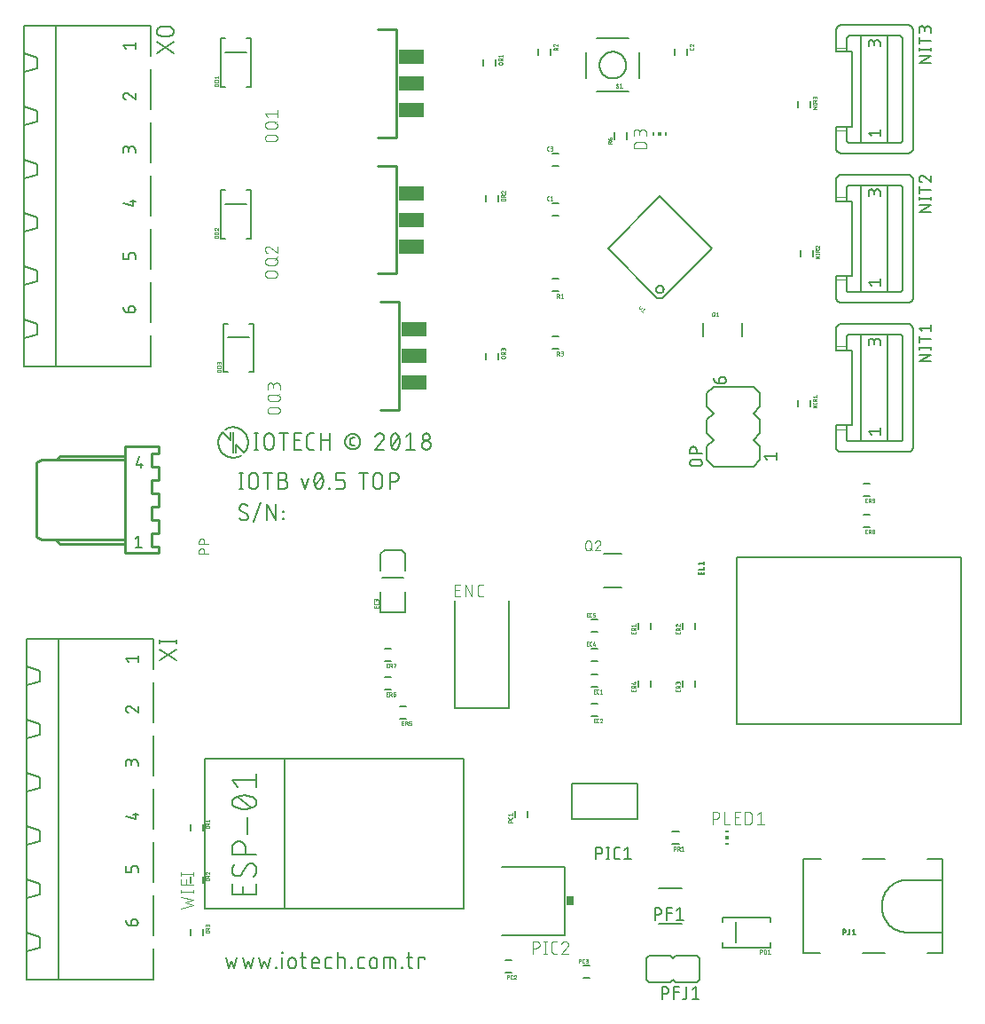
<source format=gbr>
G04 EAGLE Gerber RS-274X export*
G75*
%MOMM*%
%FSLAX34Y34*%
%LPD*%
%AMOC8*
5,1,8,0,0,1.08239X$1,22.5*%
G01*
%ADD10C,0.127000*%
%ADD11C,0.152400*%
%ADD12C,0.025400*%
%ADD13C,0.101600*%
%ADD14R,0.300000X0.150000*%
%ADD15R,0.300000X0.300000*%
%ADD16C,0.203200*%
%ADD17R,0.762000X0.863600*%
%ADD18C,0.254000*%
%ADD19R,2.489200X1.422400*%
%ADD20C,0.050800*%
%ADD21C,0.177800*%
%ADD22C,0.076200*%
%ADD23R,0.150000X0.300000*%


D10*
X174857Y513629D02*
X174857Y498135D01*
X176578Y498135D02*
X173135Y498135D01*
X173135Y513629D02*
X176578Y513629D01*
X182445Y509325D02*
X182445Y502439D01*
X182445Y509325D02*
X182447Y509455D01*
X182453Y509585D01*
X182463Y509715D01*
X182476Y509844D01*
X182494Y509973D01*
X182515Y510101D01*
X182541Y510228D01*
X182570Y510355D01*
X182603Y510481D01*
X182640Y510605D01*
X182680Y510729D01*
X182725Y510851D01*
X182773Y510972D01*
X182824Y511091D01*
X182879Y511209D01*
X182938Y511325D01*
X183000Y511439D01*
X183066Y511552D01*
X183135Y511662D01*
X183207Y511770D01*
X183282Y511876D01*
X183361Y511979D01*
X183443Y512080D01*
X183527Y512179D01*
X183615Y512275D01*
X183706Y512368D01*
X183799Y512459D01*
X183895Y512547D01*
X183994Y512631D01*
X184095Y512713D01*
X184198Y512792D01*
X184304Y512867D01*
X184412Y512939D01*
X184522Y513008D01*
X184635Y513074D01*
X184749Y513136D01*
X184865Y513195D01*
X184983Y513250D01*
X185102Y513301D01*
X185223Y513349D01*
X185345Y513394D01*
X185469Y513434D01*
X185593Y513471D01*
X185719Y513504D01*
X185846Y513533D01*
X185973Y513559D01*
X186101Y513580D01*
X186230Y513598D01*
X186359Y513611D01*
X186489Y513621D01*
X186619Y513627D01*
X186749Y513629D01*
X186879Y513627D01*
X187009Y513621D01*
X187139Y513611D01*
X187268Y513598D01*
X187397Y513580D01*
X187525Y513559D01*
X187652Y513533D01*
X187779Y513504D01*
X187905Y513471D01*
X188029Y513434D01*
X188153Y513394D01*
X188275Y513349D01*
X188396Y513301D01*
X188515Y513250D01*
X188633Y513195D01*
X188749Y513136D01*
X188863Y513074D01*
X188976Y513008D01*
X189086Y512939D01*
X189194Y512867D01*
X189300Y512792D01*
X189403Y512713D01*
X189504Y512631D01*
X189603Y512547D01*
X189699Y512459D01*
X189792Y512368D01*
X189883Y512275D01*
X189971Y512179D01*
X190055Y512080D01*
X190137Y511979D01*
X190216Y511876D01*
X190291Y511770D01*
X190363Y511662D01*
X190432Y511552D01*
X190498Y511439D01*
X190560Y511325D01*
X190619Y511209D01*
X190674Y511091D01*
X190725Y510972D01*
X190773Y510851D01*
X190818Y510729D01*
X190858Y510605D01*
X190895Y510481D01*
X190928Y510355D01*
X190957Y510228D01*
X190983Y510101D01*
X191004Y509973D01*
X191022Y509844D01*
X191035Y509715D01*
X191045Y509585D01*
X191051Y509455D01*
X191053Y509325D01*
X191053Y502439D01*
X191051Y502309D01*
X191045Y502179D01*
X191035Y502049D01*
X191022Y501920D01*
X191004Y501791D01*
X190983Y501663D01*
X190957Y501536D01*
X190928Y501409D01*
X190895Y501283D01*
X190858Y501159D01*
X190818Y501035D01*
X190773Y500913D01*
X190725Y500792D01*
X190674Y500673D01*
X190619Y500555D01*
X190560Y500439D01*
X190498Y500325D01*
X190432Y500212D01*
X190363Y500102D01*
X190291Y499994D01*
X190216Y499888D01*
X190137Y499785D01*
X190055Y499684D01*
X189971Y499585D01*
X189883Y499489D01*
X189792Y499396D01*
X189699Y499305D01*
X189603Y499217D01*
X189504Y499133D01*
X189403Y499051D01*
X189300Y498972D01*
X189194Y498897D01*
X189086Y498825D01*
X188976Y498756D01*
X188863Y498690D01*
X188749Y498628D01*
X188633Y498569D01*
X188515Y498514D01*
X188396Y498463D01*
X188275Y498415D01*
X188153Y498370D01*
X188029Y498330D01*
X187905Y498293D01*
X187779Y498260D01*
X187652Y498231D01*
X187525Y498205D01*
X187397Y498184D01*
X187268Y498166D01*
X187139Y498153D01*
X187009Y498143D01*
X186879Y498137D01*
X186749Y498135D01*
X186619Y498137D01*
X186489Y498143D01*
X186359Y498153D01*
X186230Y498166D01*
X186101Y498184D01*
X185973Y498205D01*
X185846Y498231D01*
X185719Y498260D01*
X185593Y498293D01*
X185469Y498330D01*
X185345Y498370D01*
X185223Y498415D01*
X185102Y498463D01*
X184983Y498514D01*
X184865Y498569D01*
X184749Y498628D01*
X184635Y498690D01*
X184522Y498756D01*
X184412Y498825D01*
X184304Y498897D01*
X184198Y498972D01*
X184095Y499051D01*
X183994Y499133D01*
X183895Y499217D01*
X183799Y499305D01*
X183706Y499396D01*
X183615Y499489D01*
X183527Y499585D01*
X183443Y499684D01*
X183361Y499785D01*
X183282Y499888D01*
X183207Y499994D01*
X183135Y500102D01*
X183066Y500212D01*
X183000Y500325D01*
X182938Y500439D01*
X182879Y500555D01*
X182824Y500673D01*
X182773Y500792D01*
X182725Y500913D01*
X182680Y501035D01*
X182640Y501159D01*
X182603Y501283D01*
X182570Y501409D01*
X182541Y501536D01*
X182515Y501663D01*
X182494Y501791D01*
X182476Y501920D01*
X182463Y502049D01*
X182453Y502179D01*
X182447Y502309D01*
X182445Y502439D01*
X200624Y498135D02*
X200624Y513629D01*
X196320Y513629D02*
X204928Y513629D01*
X210887Y506743D02*
X215191Y506743D01*
X215321Y506741D01*
X215451Y506735D01*
X215581Y506725D01*
X215710Y506712D01*
X215839Y506694D01*
X215967Y506673D01*
X216094Y506647D01*
X216221Y506618D01*
X216347Y506585D01*
X216471Y506548D01*
X216595Y506508D01*
X216717Y506463D01*
X216838Y506415D01*
X216957Y506364D01*
X217075Y506309D01*
X217191Y506250D01*
X217305Y506188D01*
X217418Y506122D01*
X217528Y506053D01*
X217636Y505981D01*
X217742Y505906D01*
X217845Y505827D01*
X217946Y505745D01*
X218045Y505661D01*
X218141Y505573D01*
X218234Y505482D01*
X218325Y505389D01*
X218413Y505293D01*
X218497Y505194D01*
X218579Y505093D01*
X218658Y504990D01*
X218733Y504884D01*
X218805Y504776D01*
X218874Y504666D01*
X218940Y504553D01*
X219002Y504439D01*
X219061Y504323D01*
X219116Y504205D01*
X219167Y504086D01*
X219215Y503965D01*
X219260Y503843D01*
X219300Y503719D01*
X219337Y503595D01*
X219370Y503469D01*
X219399Y503342D01*
X219425Y503215D01*
X219446Y503087D01*
X219464Y502958D01*
X219477Y502829D01*
X219487Y502699D01*
X219493Y502569D01*
X219495Y502439D01*
X219493Y502309D01*
X219487Y502179D01*
X219477Y502049D01*
X219464Y501920D01*
X219446Y501791D01*
X219425Y501663D01*
X219399Y501536D01*
X219370Y501409D01*
X219337Y501283D01*
X219300Y501159D01*
X219260Y501035D01*
X219215Y500913D01*
X219167Y500792D01*
X219116Y500673D01*
X219061Y500555D01*
X219002Y500439D01*
X218940Y500325D01*
X218874Y500212D01*
X218805Y500102D01*
X218733Y499994D01*
X218658Y499888D01*
X218579Y499785D01*
X218497Y499684D01*
X218413Y499585D01*
X218325Y499489D01*
X218234Y499396D01*
X218141Y499305D01*
X218045Y499217D01*
X217946Y499133D01*
X217845Y499051D01*
X217742Y498972D01*
X217636Y498897D01*
X217528Y498825D01*
X217418Y498756D01*
X217305Y498690D01*
X217191Y498628D01*
X217075Y498569D01*
X216957Y498514D01*
X216838Y498463D01*
X216717Y498415D01*
X216595Y498370D01*
X216471Y498330D01*
X216347Y498293D01*
X216221Y498260D01*
X216094Y498231D01*
X215967Y498205D01*
X215839Y498184D01*
X215710Y498166D01*
X215581Y498153D01*
X215451Y498143D01*
X215321Y498137D01*
X215191Y498135D01*
X210887Y498135D01*
X210887Y513629D01*
X215191Y513629D01*
X215307Y513627D01*
X215423Y513621D01*
X215539Y513611D01*
X215655Y513598D01*
X215770Y513580D01*
X215884Y513559D01*
X215998Y513533D01*
X216110Y513504D01*
X216222Y513471D01*
X216332Y513434D01*
X216441Y513394D01*
X216549Y513350D01*
X216655Y513302D01*
X216759Y513251D01*
X216862Y513196D01*
X216963Y513138D01*
X217061Y513077D01*
X217158Y513012D01*
X217252Y512944D01*
X217344Y512873D01*
X217434Y512798D01*
X217521Y512721D01*
X217605Y512641D01*
X217686Y512558D01*
X217765Y512472D01*
X217841Y512384D01*
X217914Y512293D01*
X217983Y512200D01*
X218050Y512105D01*
X218113Y512007D01*
X218173Y511908D01*
X218229Y511806D01*
X218282Y511702D01*
X218332Y511597D01*
X218377Y511490D01*
X218420Y511382D01*
X218458Y511272D01*
X218493Y511161D01*
X218524Y511049D01*
X218551Y510936D01*
X218575Y510822D01*
X218594Y510707D01*
X218610Y510592D01*
X218622Y510476D01*
X218630Y510360D01*
X218634Y510244D01*
X218634Y510128D01*
X218630Y510012D01*
X218622Y509896D01*
X218610Y509780D01*
X218594Y509665D01*
X218575Y509550D01*
X218551Y509436D01*
X218524Y509323D01*
X218493Y509211D01*
X218458Y509100D01*
X218420Y508990D01*
X218377Y508882D01*
X218332Y508775D01*
X218282Y508670D01*
X218229Y508566D01*
X218173Y508465D01*
X218113Y508365D01*
X218050Y508267D01*
X217983Y508172D01*
X217914Y508079D01*
X217841Y507988D01*
X217765Y507900D01*
X217686Y507814D01*
X217605Y507731D01*
X217521Y507651D01*
X217434Y507574D01*
X217344Y507499D01*
X217252Y507428D01*
X217158Y507360D01*
X217061Y507295D01*
X216963Y507234D01*
X216862Y507176D01*
X216759Y507121D01*
X216655Y507070D01*
X216549Y507022D01*
X216441Y506978D01*
X216332Y506938D01*
X216222Y506901D01*
X216110Y506868D01*
X215998Y506839D01*
X215884Y506813D01*
X215770Y506792D01*
X215655Y506774D01*
X215539Y506761D01*
X215423Y506751D01*
X215307Y506745D01*
X215191Y506743D01*
X232363Y508464D02*
X235806Y498135D01*
X239249Y508464D01*
X244882Y505882D02*
X244886Y506187D01*
X244897Y506491D01*
X244915Y506796D01*
X244940Y507099D01*
X244973Y507402D01*
X245013Y507705D01*
X245060Y508006D01*
X245114Y508306D01*
X245176Y508604D01*
X245244Y508901D01*
X245320Y509197D01*
X245402Y509490D01*
X245492Y509781D01*
X245589Y510070D01*
X245692Y510357D01*
X245802Y510641D01*
X245919Y510923D01*
X246043Y511201D01*
X246173Y511477D01*
X246172Y511477D02*
X246210Y511580D01*
X246250Y511682D01*
X246295Y511782D01*
X246343Y511881D01*
X246394Y511978D01*
X246448Y512073D01*
X246506Y512167D01*
X246567Y512258D01*
X246631Y512347D01*
X246698Y512434D01*
X246768Y512518D01*
X246841Y512601D01*
X246917Y512680D01*
X246995Y512757D01*
X247076Y512831D01*
X247160Y512902D01*
X247246Y512970D01*
X247334Y513036D01*
X247424Y513098D01*
X247517Y513157D01*
X247611Y513213D01*
X247707Y513266D01*
X247805Y513315D01*
X247905Y513361D01*
X248006Y513403D01*
X248109Y513442D01*
X248213Y513477D01*
X248318Y513509D01*
X248424Y513537D01*
X248531Y513561D01*
X248639Y513582D01*
X248747Y513599D01*
X248856Y513612D01*
X248966Y513621D01*
X249075Y513627D01*
X249185Y513629D01*
X249295Y513627D01*
X249404Y513621D01*
X249514Y513612D01*
X249623Y513599D01*
X249731Y513582D01*
X249839Y513561D01*
X249946Y513537D01*
X250052Y513509D01*
X250157Y513477D01*
X250261Y513442D01*
X250364Y513403D01*
X250465Y513361D01*
X250565Y513315D01*
X250663Y513266D01*
X250759Y513213D01*
X250853Y513157D01*
X250946Y513098D01*
X251036Y513036D01*
X251124Y512970D01*
X251210Y512902D01*
X251294Y512831D01*
X251375Y512757D01*
X251453Y512680D01*
X251529Y512600D01*
X251602Y512518D01*
X251672Y512434D01*
X251739Y512347D01*
X251803Y512258D01*
X251864Y512167D01*
X251922Y512073D01*
X251976Y511978D01*
X252027Y511881D01*
X252075Y511782D01*
X252120Y511682D01*
X252160Y511580D01*
X252198Y511477D01*
X252328Y511201D01*
X252452Y510923D01*
X252569Y510641D01*
X252679Y510357D01*
X252782Y510070D01*
X252879Y509781D01*
X252969Y509490D01*
X253051Y509197D01*
X253127Y508901D01*
X253195Y508604D01*
X253257Y508306D01*
X253311Y508006D01*
X253358Y507705D01*
X253398Y507402D01*
X253431Y507099D01*
X253456Y506796D01*
X253474Y506491D01*
X253485Y506187D01*
X253489Y505882D01*
X244882Y505882D02*
X244886Y505577D01*
X244897Y505273D01*
X244915Y504968D01*
X244940Y504665D01*
X244973Y504362D01*
X245013Y504059D01*
X245060Y503758D01*
X245114Y503458D01*
X245176Y503160D01*
X245244Y502863D01*
X245320Y502567D01*
X245402Y502274D01*
X245492Y501983D01*
X245589Y501694D01*
X245692Y501407D01*
X245802Y501123D01*
X245919Y500841D01*
X246043Y500563D01*
X246173Y500287D01*
X246172Y500287D02*
X246210Y500184D01*
X246250Y500082D01*
X246295Y499982D01*
X246343Y499883D01*
X246394Y499786D01*
X246448Y499691D01*
X246506Y499597D01*
X246567Y499506D01*
X246631Y499417D01*
X246698Y499330D01*
X246768Y499245D01*
X246841Y499163D01*
X246917Y499084D01*
X246995Y499007D01*
X247076Y498933D01*
X247160Y498862D01*
X247246Y498794D01*
X247334Y498728D01*
X247424Y498666D01*
X247517Y498607D01*
X247611Y498551D01*
X247707Y498498D01*
X247806Y498449D01*
X247905Y498403D01*
X248006Y498361D01*
X248109Y498322D01*
X248213Y498287D01*
X248318Y498255D01*
X248424Y498227D01*
X248531Y498203D01*
X248639Y498182D01*
X248747Y498165D01*
X248856Y498152D01*
X248966Y498143D01*
X249075Y498137D01*
X249185Y498135D01*
X252198Y500287D02*
X252328Y500563D01*
X252452Y500841D01*
X252569Y501123D01*
X252679Y501407D01*
X252782Y501694D01*
X252879Y501983D01*
X252969Y502274D01*
X253051Y502567D01*
X253127Y502863D01*
X253195Y503160D01*
X253257Y503458D01*
X253311Y503758D01*
X253358Y504059D01*
X253398Y504362D01*
X253431Y504665D01*
X253456Y504968D01*
X253474Y505273D01*
X253485Y505577D01*
X253489Y505882D01*
X252198Y500287D02*
X252160Y500184D01*
X252120Y500082D01*
X252075Y499982D01*
X252027Y499883D01*
X251976Y499786D01*
X251922Y499691D01*
X251864Y499597D01*
X251803Y499506D01*
X251739Y499417D01*
X251672Y499330D01*
X251602Y499246D01*
X251529Y499163D01*
X251453Y499084D01*
X251375Y499007D01*
X251294Y498933D01*
X251210Y498862D01*
X251124Y498794D01*
X251036Y498728D01*
X250946Y498666D01*
X250853Y498607D01*
X250759Y498551D01*
X250663Y498498D01*
X250565Y498449D01*
X250465Y498403D01*
X250364Y498361D01*
X250261Y498322D01*
X250157Y498287D01*
X250052Y498255D01*
X249946Y498227D01*
X249839Y498203D01*
X249731Y498182D01*
X249623Y498165D01*
X249514Y498152D01*
X249404Y498143D01*
X249295Y498137D01*
X249185Y498135D01*
X245742Y501578D02*
X252629Y510186D01*
X259161Y498996D02*
X259161Y498135D01*
X259161Y498996D02*
X260022Y498996D01*
X260022Y498135D01*
X259161Y498135D01*
X265694Y498135D02*
X270858Y498135D01*
X270973Y498137D01*
X271088Y498143D01*
X271203Y498152D01*
X271317Y498166D01*
X271431Y498183D01*
X271544Y498204D01*
X271656Y498229D01*
X271768Y498257D01*
X271878Y498290D01*
X271987Y498326D01*
X272095Y498365D01*
X272202Y498408D01*
X272307Y498455D01*
X272411Y498505D01*
X272513Y498559D01*
X272613Y498616D01*
X272711Y498676D01*
X272807Y498739D01*
X272900Y498806D01*
X272992Y498876D01*
X273081Y498949D01*
X273168Y499025D01*
X273252Y499103D01*
X273333Y499184D01*
X273412Y499269D01*
X273487Y499355D01*
X273560Y499444D01*
X273630Y499536D01*
X273697Y499629D01*
X273760Y499725D01*
X273820Y499823D01*
X273877Y499923D01*
X273931Y500025D01*
X273981Y500129D01*
X274028Y500234D01*
X274071Y500341D01*
X274111Y500449D01*
X274146Y500558D01*
X274179Y500668D01*
X274207Y500780D01*
X274232Y500892D01*
X274253Y501005D01*
X274270Y501119D01*
X274284Y501233D01*
X274293Y501348D01*
X274299Y501463D01*
X274301Y501578D01*
X274301Y503300D01*
X274299Y503415D01*
X274293Y503530D01*
X274284Y503645D01*
X274270Y503759D01*
X274253Y503873D01*
X274232Y503986D01*
X274207Y504098D01*
X274179Y504210D01*
X274146Y504320D01*
X274110Y504429D01*
X274071Y504537D01*
X274028Y504644D01*
X273981Y504749D01*
X273931Y504853D01*
X273877Y504955D01*
X273820Y505055D01*
X273760Y505153D01*
X273697Y505249D01*
X273630Y505342D01*
X273560Y505434D01*
X273487Y505523D01*
X273412Y505610D01*
X273333Y505694D01*
X273252Y505775D01*
X273168Y505854D01*
X273081Y505929D01*
X272992Y506002D01*
X272900Y506072D01*
X272807Y506139D01*
X272711Y506202D01*
X272613Y506262D01*
X272513Y506319D01*
X272411Y506373D01*
X272307Y506423D01*
X272202Y506470D01*
X272095Y506513D01*
X271987Y506552D01*
X271878Y506588D01*
X271768Y506621D01*
X271656Y506649D01*
X271544Y506674D01*
X271431Y506695D01*
X271317Y506712D01*
X271203Y506726D01*
X271088Y506735D01*
X270973Y506741D01*
X270858Y506743D01*
X265694Y506743D01*
X265694Y513629D01*
X274301Y513629D01*
X291801Y513629D02*
X291801Y498135D01*
X287497Y513629D02*
X296104Y513629D01*
X301371Y509325D02*
X301371Y502439D01*
X301371Y509325D02*
X301373Y509455D01*
X301379Y509585D01*
X301389Y509715D01*
X301402Y509844D01*
X301420Y509973D01*
X301441Y510101D01*
X301467Y510228D01*
X301496Y510355D01*
X301529Y510481D01*
X301566Y510605D01*
X301606Y510729D01*
X301651Y510851D01*
X301699Y510972D01*
X301750Y511091D01*
X301805Y511209D01*
X301864Y511325D01*
X301926Y511439D01*
X301992Y511552D01*
X302061Y511662D01*
X302133Y511770D01*
X302208Y511876D01*
X302287Y511979D01*
X302369Y512080D01*
X302453Y512179D01*
X302541Y512275D01*
X302632Y512368D01*
X302725Y512459D01*
X302821Y512547D01*
X302920Y512631D01*
X303021Y512713D01*
X303124Y512792D01*
X303230Y512867D01*
X303338Y512939D01*
X303448Y513008D01*
X303561Y513074D01*
X303675Y513136D01*
X303791Y513195D01*
X303909Y513250D01*
X304028Y513301D01*
X304149Y513349D01*
X304271Y513394D01*
X304395Y513434D01*
X304519Y513471D01*
X304645Y513504D01*
X304772Y513533D01*
X304899Y513559D01*
X305027Y513580D01*
X305156Y513598D01*
X305285Y513611D01*
X305415Y513621D01*
X305545Y513627D01*
X305675Y513629D01*
X305805Y513627D01*
X305935Y513621D01*
X306065Y513611D01*
X306194Y513598D01*
X306323Y513580D01*
X306451Y513559D01*
X306578Y513533D01*
X306705Y513504D01*
X306831Y513471D01*
X306955Y513434D01*
X307079Y513394D01*
X307201Y513349D01*
X307322Y513301D01*
X307441Y513250D01*
X307559Y513195D01*
X307675Y513136D01*
X307789Y513074D01*
X307902Y513008D01*
X308012Y512939D01*
X308120Y512867D01*
X308226Y512792D01*
X308329Y512713D01*
X308430Y512631D01*
X308529Y512547D01*
X308625Y512459D01*
X308718Y512368D01*
X308809Y512275D01*
X308897Y512179D01*
X308981Y512080D01*
X309063Y511979D01*
X309142Y511876D01*
X309217Y511770D01*
X309289Y511662D01*
X309358Y511552D01*
X309424Y511439D01*
X309486Y511325D01*
X309545Y511209D01*
X309600Y511091D01*
X309651Y510972D01*
X309699Y510851D01*
X309744Y510729D01*
X309784Y510605D01*
X309821Y510481D01*
X309854Y510355D01*
X309883Y510228D01*
X309909Y510101D01*
X309930Y509973D01*
X309948Y509844D01*
X309961Y509715D01*
X309971Y509585D01*
X309977Y509455D01*
X309979Y509325D01*
X309979Y502439D01*
X309977Y502309D01*
X309971Y502179D01*
X309961Y502049D01*
X309948Y501920D01*
X309930Y501791D01*
X309909Y501663D01*
X309883Y501536D01*
X309854Y501409D01*
X309821Y501283D01*
X309784Y501159D01*
X309744Y501035D01*
X309699Y500913D01*
X309651Y500792D01*
X309600Y500673D01*
X309545Y500555D01*
X309486Y500439D01*
X309424Y500325D01*
X309358Y500212D01*
X309289Y500102D01*
X309217Y499994D01*
X309142Y499888D01*
X309063Y499785D01*
X308981Y499684D01*
X308897Y499585D01*
X308809Y499489D01*
X308718Y499396D01*
X308625Y499305D01*
X308529Y499217D01*
X308430Y499133D01*
X308329Y499051D01*
X308226Y498972D01*
X308120Y498897D01*
X308012Y498825D01*
X307902Y498756D01*
X307789Y498690D01*
X307675Y498628D01*
X307559Y498569D01*
X307441Y498514D01*
X307322Y498463D01*
X307201Y498415D01*
X307079Y498370D01*
X306955Y498330D01*
X306831Y498293D01*
X306705Y498260D01*
X306578Y498231D01*
X306451Y498205D01*
X306323Y498184D01*
X306194Y498166D01*
X306065Y498153D01*
X305935Y498143D01*
X305805Y498137D01*
X305675Y498135D01*
X305545Y498137D01*
X305415Y498143D01*
X305285Y498153D01*
X305156Y498166D01*
X305027Y498184D01*
X304899Y498205D01*
X304772Y498231D01*
X304645Y498260D01*
X304519Y498293D01*
X304395Y498330D01*
X304271Y498370D01*
X304149Y498415D01*
X304028Y498463D01*
X303909Y498514D01*
X303791Y498569D01*
X303675Y498628D01*
X303561Y498690D01*
X303448Y498756D01*
X303338Y498825D01*
X303230Y498897D01*
X303124Y498972D01*
X303021Y499051D01*
X302920Y499133D01*
X302821Y499217D01*
X302725Y499305D01*
X302632Y499396D01*
X302541Y499489D01*
X302453Y499585D01*
X302369Y499684D01*
X302287Y499785D01*
X302208Y499888D01*
X302133Y499994D01*
X302061Y500102D01*
X301992Y500212D01*
X301926Y500325D01*
X301864Y500439D01*
X301805Y500555D01*
X301750Y500673D01*
X301699Y500792D01*
X301651Y500913D01*
X301606Y501035D01*
X301566Y501159D01*
X301529Y501283D01*
X301496Y501409D01*
X301467Y501536D01*
X301441Y501663D01*
X301420Y501791D01*
X301402Y501920D01*
X301389Y502049D01*
X301379Y502179D01*
X301373Y502309D01*
X301371Y502439D01*
X316930Y498135D02*
X316930Y513629D01*
X321233Y513629D01*
X321363Y513627D01*
X321493Y513621D01*
X321623Y513611D01*
X321752Y513598D01*
X321881Y513580D01*
X322009Y513559D01*
X322136Y513533D01*
X322263Y513504D01*
X322389Y513471D01*
X322513Y513434D01*
X322637Y513394D01*
X322759Y513349D01*
X322880Y513301D01*
X322999Y513250D01*
X323117Y513195D01*
X323233Y513136D01*
X323347Y513074D01*
X323460Y513008D01*
X323570Y512939D01*
X323678Y512867D01*
X323784Y512792D01*
X323887Y512713D01*
X323988Y512631D01*
X324087Y512547D01*
X324183Y512459D01*
X324276Y512368D01*
X324367Y512275D01*
X324455Y512179D01*
X324539Y512080D01*
X324621Y511979D01*
X324700Y511876D01*
X324775Y511770D01*
X324847Y511662D01*
X324916Y511552D01*
X324982Y511439D01*
X325044Y511325D01*
X325103Y511209D01*
X325158Y511091D01*
X325209Y510972D01*
X325257Y510851D01*
X325302Y510729D01*
X325342Y510605D01*
X325379Y510481D01*
X325412Y510355D01*
X325441Y510228D01*
X325467Y510101D01*
X325488Y509973D01*
X325506Y509844D01*
X325519Y509715D01*
X325529Y509585D01*
X325535Y509455D01*
X325537Y509325D01*
X325535Y509195D01*
X325529Y509065D01*
X325519Y508935D01*
X325506Y508806D01*
X325488Y508677D01*
X325467Y508549D01*
X325441Y508422D01*
X325412Y508295D01*
X325379Y508169D01*
X325342Y508045D01*
X325302Y507921D01*
X325257Y507799D01*
X325209Y507678D01*
X325158Y507559D01*
X325103Y507441D01*
X325044Y507325D01*
X324982Y507211D01*
X324916Y507098D01*
X324847Y506988D01*
X324775Y506880D01*
X324700Y506774D01*
X324621Y506671D01*
X324539Y506570D01*
X324455Y506471D01*
X324367Y506375D01*
X324276Y506282D01*
X324183Y506191D01*
X324087Y506103D01*
X323988Y506019D01*
X323887Y505937D01*
X323784Y505858D01*
X323678Y505783D01*
X323570Y505711D01*
X323460Y505642D01*
X323347Y505576D01*
X323233Y505514D01*
X323117Y505455D01*
X322999Y505400D01*
X322880Y505349D01*
X322759Y505301D01*
X322637Y505256D01*
X322513Y505216D01*
X322389Y505179D01*
X322263Y505146D01*
X322136Y505117D01*
X322009Y505091D01*
X321881Y505070D01*
X321752Y505052D01*
X321623Y505039D01*
X321493Y505029D01*
X321363Y505023D01*
X321233Y505021D01*
X316930Y505021D01*
X189857Y535635D02*
X189857Y551129D01*
X188135Y535635D02*
X191578Y535635D01*
X191578Y551129D02*
X188135Y551129D01*
X197445Y546825D02*
X197445Y539939D01*
X197445Y546825D02*
X197447Y546955D01*
X197453Y547085D01*
X197463Y547215D01*
X197476Y547344D01*
X197494Y547473D01*
X197515Y547601D01*
X197541Y547728D01*
X197570Y547855D01*
X197603Y547981D01*
X197640Y548105D01*
X197680Y548229D01*
X197725Y548351D01*
X197773Y548472D01*
X197824Y548591D01*
X197879Y548709D01*
X197938Y548825D01*
X198000Y548939D01*
X198066Y549052D01*
X198135Y549162D01*
X198207Y549270D01*
X198282Y549376D01*
X198361Y549479D01*
X198443Y549580D01*
X198527Y549679D01*
X198615Y549775D01*
X198706Y549868D01*
X198799Y549959D01*
X198895Y550047D01*
X198994Y550131D01*
X199095Y550213D01*
X199198Y550292D01*
X199304Y550367D01*
X199412Y550439D01*
X199522Y550508D01*
X199635Y550574D01*
X199749Y550636D01*
X199865Y550695D01*
X199983Y550750D01*
X200102Y550801D01*
X200223Y550849D01*
X200345Y550894D01*
X200469Y550934D01*
X200593Y550971D01*
X200719Y551004D01*
X200846Y551033D01*
X200973Y551059D01*
X201101Y551080D01*
X201230Y551098D01*
X201359Y551111D01*
X201489Y551121D01*
X201619Y551127D01*
X201749Y551129D01*
X201879Y551127D01*
X202009Y551121D01*
X202139Y551111D01*
X202268Y551098D01*
X202397Y551080D01*
X202525Y551059D01*
X202652Y551033D01*
X202779Y551004D01*
X202905Y550971D01*
X203029Y550934D01*
X203153Y550894D01*
X203275Y550849D01*
X203396Y550801D01*
X203515Y550750D01*
X203633Y550695D01*
X203749Y550636D01*
X203863Y550574D01*
X203976Y550508D01*
X204086Y550439D01*
X204194Y550367D01*
X204300Y550292D01*
X204403Y550213D01*
X204504Y550131D01*
X204603Y550047D01*
X204699Y549959D01*
X204792Y549868D01*
X204883Y549775D01*
X204971Y549679D01*
X205055Y549580D01*
X205137Y549479D01*
X205216Y549376D01*
X205291Y549270D01*
X205363Y549162D01*
X205432Y549052D01*
X205498Y548939D01*
X205560Y548825D01*
X205619Y548709D01*
X205674Y548591D01*
X205725Y548472D01*
X205773Y548351D01*
X205818Y548229D01*
X205858Y548105D01*
X205895Y547981D01*
X205928Y547855D01*
X205957Y547728D01*
X205983Y547601D01*
X206004Y547473D01*
X206022Y547344D01*
X206035Y547215D01*
X206045Y547085D01*
X206051Y546955D01*
X206053Y546825D01*
X206053Y539939D01*
X206051Y539809D01*
X206045Y539679D01*
X206035Y539549D01*
X206022Y539420D01*
X206004Y539291D01*
X205983Y539163D01*
X205957Y539036D01*
X205928Y538909D01*
X205895Y538783D01*
X205858Y538659D01*
X205818Y538535D01*
X205773Y538413D01*
X205725Y538292D01*
X205674Y538173D01*
X205619Y538055D01*
X205560Y537939D01*
X205498Y537825D01*
X205432Y537712D01*
X205363Y537602D01*
X205291Y537494D01*
X205216Y537388D01*
X205137Y537285D01*
X205055Y537184D01*
X204971Y537085D01*
X204883Y536989D01*
X204792Y536896D01*
X204699Y536805D01*
X204603Y536717D01*
X204504Y536633D01*
X204403Y536551D01*
X204300Y536472D01*
X204194Y536397D01*
X204086Y536325D01*
X203976Y536256D01*
X203863Y536190D01*
X203749Y536128D01*
X203633Y536069D01*
X203515Y536014D01*
X203396Y535963D01*
X203275Y535915D01*
X203153Y535870D01*
X203029Y535830D01*
X202905Y535793D01*
X202779Y535760D01*
X202652Y535731D01*
X202525Y535705D01*
X202397Y535684D01*
X202268Y535666D01*
X202139Y535653D01*
X202009Y535643D01*
X201879Y535637D01*
X201749Y535635D01*
X201619Y535637D01*
X201489Y535643D01*
X201359Y535653D01*
X201230Y535666D01*
X201101Y535684D01*
X200973Y535705D01*
X200846Y535731D01*
X200719Y535760D01*
X200593Y535793D01*
X200469Y535830D01*
X200345Y535870D01*
X200223Y535915D01*
X200102Y535963D01*
X199983Y536014D01*
X199865Y536069D01*
X199749Y536128D01*
X199635Y536190D01*
X199522Y536256D01*
X199412Y536325D01*
X199304Y536397D01*
X199198Y536472D01*
X199095Y536551D01*
X198994Y536633D01*
X198895Y536717D01*
X198799Y536805D01*
X198706Y536896D01*
X198615Y536989D01*
X198527Y537085D01*
X198443Y537184D01*
X198361Y537285D01*
X198282Y537388D01*
X198207Y537494D01*
X198135Y537602D01*
X198066Y537712D01*
X198000Y537825D01*
X197938Y537939D01*
X197879Y538055D01*
X197824Y538173D01*
X197773Y538292D01*
X197725Y538413D01*
X197680Y538535D01*
X197640Y538659D01*
X197603Y538783D01*
X197570Y538909D01*
X197541Y539036D01*
X197515Y539163D01*
X197494Y539291D01*
X197476Y539420D01*
X197463Y539549D01*
X197453Y539679D01*
X197447Y539809D01*
X197445Y539939D01*
X215624Y535635D02*
X215624Y551129D01*
X211320Y551129D02*
X219928Y551129D01*
X225718Y535635D02*
X232604Y535635D01*
X225718Y535635D02*
X225718Y551129D01*
X232604Y551129D01*
X230882Y544243D02*
X225718Y544243D01*
X241484Y535635D02*
X244927Y535635D01*
X241484Y535635D02*
X241369Y535637D01*
X241254Y535643D01*
X241139Y535652D01*
X241025Y535666D01*
X240911Y535683D01*
X240798Y535704D01*
X240686Y535729D01*
X240574Y535757D01*
X240464Y535790D01*
X240355Y535826D01*
X240247Y535865D01*
X240140Y535908D01*
X240035Y535955D01*
X239931Y536005D01*
X239829Y536059D01*
X239729Y536116D01*
X239631Y536176D01*
X239535Y536239D01*
X239442Y536306D01*
X239350Y536376D01*
X239261Y536449D01*
X239174Y536524D01*
X239090Y536603D01*
X239009Y536684D01*
X238930Y536768D01*
X238855Y536855D01*
X238782Y536944D01*
X238712Y537036D01*
X238645Y537129D01*
X238582Y537225D01*
X238522Y537323D01*
X238465Y537423D01*
X238411Y537525D01*
X238361Y537629D01*
X238314Y537734D01*
X238271Y537841D01*
X238232Y537949D01*
X238196Y538058D01*
X238163Y538168D01*
X238135Y538280D01*
X238110Y538392D01*
X238089Y538505D01*
X238072Y538619D01*
X238058Y538733D01*
X238049Y538848D01*
X238043Y538963D01*
X238041Y539078D01*
X238041Y547686D01*
X238043Y547801D01*
X238049Y547916D01*
X238058Y548031D01*
X238072Y548145D01*
X238089Y548259D01*
X238110Y548372D01*
X238135Y548484D01*
X238163Y548596D01*
X238196Y548706D01*
X238232Y548815D01*
X238271Y548923D01*
X238314Y549030D01*
X238361Y549135D01*
X238411Y549239D01*
X238465Y549341D01*
X238522Y549441D01*
X238582Y549539D01*
X238645Y549635D01*
X238712Y549728D01*
X238782Y549820D01*
X238855Y549909D01*
X238930Y549996D01*
X239009Y550080D01*
X239090Y550161D01*
X239174Y550239D01*
X239261Y550315D01*
X239350Y550388D01*
X239442Y550458D01*
X239535Y550525D01*
X239631Y550588D01*
X239729Y550648D01*
X239829Y550705D01*
X239931Y550759D01*
X240035Y550809D01*
X240140Y550856D01*
X240247Y550899D01*
X240355Y550938D01*
X240464Y550974D01*
X240574Y551007D01*
X240686Y551035D01*
X240798Y551060D01*
X240911Y551081D01*
X241025Y551098D01*
X241139Y551112D01*
X241254Y551121D01*
X241369Y551127D01*
X241484Y551129D01*
X244927Y551129D01*
X250962Y551129D02*
X250962Y535635D01*
X250962Y544243D02*
X259570Y544243D01*
X259570Y551129D02*
X259570Y535635D01*
X274212Y543382D02*
X274214Y543560D01*
X274221Y543738D01*
X274232Y543916D01*
X274247Y544094D01*
X274266Y544271D01*
X274290Y544447D01*
X274318Y544623D01*
X274350Y544799D01*
X274387Y544973D01*
X274428Y545146D01*
X274473Y545319D01*
X274522Y545490D01*
X274576Y545660D01*
X274633Y545829D01*
X274695Y545996D01*
X274760Y546162D01*
X274830Y546325D01*
X274904Y546488D01*
X274981Y546648D01*
X275063Y546807D01*
X275148Y546963D01*
X275237Y547117D01*
X275330Y547269D01*
X275427Y547419D01*
X275527Y547567D01*
X275630Y547712D01*
X275738Y547854D01*
X275848Y547994D01*
X275962Y548131D01*
X276080Y548265D01*
X276200Y548396D01*
X276324Y548524D01*
X276450Y548650D01*
X276580Y548772D01*
X276713Y548891D01*
X276849Y549006D01*
X276987Y549118D01*
X277128Y549227D01*
X277272Y549333D01*
X277418Y549435D01*
X277566Y549533D01*
X277717Y549628D01*
X277871Y549719D01*
X278026Y549806D01*
X278183Y549889D01*
X278343Y549969D01*
X278504Y550044D01*
X278667Y550116D01*
X278832Y550184D01*
X278999Y550248D01*
X279166Y550307D01*
X279336Y550363D01*
X279506Y550414D01*
X279678Y550461D01*
X279851Y550504D01*
X280025Y550543D01*
X280200Y550577D01*
X280376Y550608D01*
X280552Y550633D01*
X280729Y550655D01*
X280906Y550672D01*
X281084Y550685D01*
X281262Y550694D01*
X281440Y550698D01*
X281618Y550698D01*
X281796Y550694D01*
X281974Y550685D01*
X282152Y550672D01*
X282329Y550655D01*
X282506Y550633D01*
X282682Y550608D01*
X282858Y550577D01*
X283033Y550543D01*
X283207Y550504D01*
X283380Y550461D01*
X283552Y550414D01*
X283722Y550363D01*
X283892Y550307D01*
X284059Y550248D01*
X284226Y550184D01*
X284391Y550116D01*
X284554Y550044D01*
X284715Y549969D01*
X284875Y549889D01*
X285032Y549806D01*
X285188Y549719D01*
X285341Y549628D01*
X285492Y549533D01*
X285640Y549435D01*
X285786Y549333D01*
X285930Y549227D01*
X286071Y549118D01*
X286209Y549006D01*
X286345Y548891D01*
X286478Y548772D01*
X286608Y548650D01*
X286734Y548524D01*
X286858Y548396D01*
X286978Y548265D01*
X287096Y548131D01*
X287210Y547994D01*
X287320Y547854D01*
X287428Y547712D01*
X287531Y547567D01*
X287631Y547419D01*
X287728Y547269D01*
X287821Y547117D01*
X287910Y546963D01*
X287995Y546807D01*
X288077Y546648D01*
X288154Y546488D01*
X288228Y546325D01*
X288298Y546162D01*
X288363Y545996D01*
X288425Y545829D01*
X288482Y545660D01*
X288536Y545490D01*
X288585Y545319D01*
X288630Y545146D01*
X288671Y544973D01*
X288708Y544799D01*
X288740Y544623D01*
X288768Y544447D01*
X288792Y544271D01*
X288811Y544094D01*
X288826Y543916D01*
X288837Y543738D01*
X288844Y543560D01*
X288846Y543382D01*
X288844Y543204D01*
X288837Y543026D01*
X288826Y542848D01*
X288811Y542670D01*
X288792Y542493D01*
X288768Y542317D01*
X288740Y542141D01*
X288708Y541965D01*
X288671Y541791D01*
X288630Y541618D01*
X288585Y541445D01*
X288536Y541274D01*
X288482Y541104D01*
X288425Y540935D01*
X288363Y540768D01*
X288298Y540602D01*
X288228Y540439D01*
X288154Y540276D01*
X288077Y540116D01*
X287995Y539957D01*
X287910Y539801D01*
X287821Y539647D01*
X287728Y539495D01*
X287631Y539345D01*
X287531Y539197D01*
X287428Y539052D01*
X287320Y538910D01*
X287210Y538770D01*
X287096Y538633D01*
X286978Y538499D01*
X286858Y538368D01*
X286734Y538240D01*
X286608Y538114D01*
X286478Y537992D01*
X286345Y537873D01*
X286209Y537758D01*
X286071Y537646D01*
X285930Y537537D01*
X285786Y537431D01*
X285640Y537329D01*
X285492Y537231D01*
X285341Y537136D01*
X285188Y537045D01*
X285032Y536958D01*
X284875Y536875D01*
X284715Y536795D01*
X284554Y536720D01*
X284391Y536648D01*
X284226Y536580D01*
X284059Y536516D01*
X283892Y536457D01*
X283722Y536401D01*
X283552Y536350D01*
X283380Y536303D01*
X283207Y536260D01*
X283033Y536221D01*
X282858Y536187D01*
X282682Y536156D01*
X282506Y536131D01*
X282329Y536109D01*
X282152Y536092D01*
X281974Y536079D01*
X281796Y536070D01*
X281618Y536066D01*
X281440Y536066D01*
X281262Y536070D01*
X281084Y536079D01*
X280906Y536092D01*
X280729Y536109D01*
X280552Y536131D01*
X280376Y536156D01*
X280200Y536187D01*
X280025Y536221D01*
X279851Y536260D01*
X279678Y536303D01*
X279506Y536350D01*
X279336Y536401D01*
X279166Y536457D01*
X278999Y536516D01*
X278832Y536580D01*
X278667Y536648D01*
X278504Y536720D01*
X278343Y536795D01*
X278183Y536875D01*
X278026Y536958D01*
X277871Y537045D01*
X277717Y537136D01*
X277566Y537231D01*
X277418Y537329D01*
X277272Y537431D01*
X277128Y537537D01*
X276987Y537646D01*
X276849Y537758D01*
X276713Y537873D01*
X276580Y537992D01*
X276450Y538114D01*
X276324Y538240D01*
X276200Y538368D01*
X276080Y538499D01*
X275962Y538633D01*
X275848Y538770D01*
X275738Y538910D01*
X275630Y539052D01*
X275527Y539197D01*
X275427Y539345D01*
X275330Y539495D01*
X275237Y539647D01*
X275148Y539801D01*
X275063Y539957D01*
X274981Y540116D01*
X274904Y540276D01*
X274830Y540439D01*
X274760Y540602D01*
X274695Y540768D01*
X274633Y540935D01*
X274576Y541104D01*
X274522Y541274D01*
X274473Y541445D01*
X274428Y541618D01*
X274387Y541791D01*
X274350Y541965D01*
X274318Y542141D01*
X274290Y542317D01*
X274266Y542493D01*
X274247Y542670D01*
X274232Y542848D01*
X274221Y543026D01*
X274214Y543204D01*
X274212Y543382D01*
X281098Y539939D02*
X283250Y539939D01*
X281098Y539938D02*
X281016Y539940D01*
X280934Y539946D01*
X280853Y539956D01*
X280772Y539969D01*
X280692Y539987D01*
X280613Y540008D01*
X280535Y540033D01*
X280458Y540061D01*
X280383Y540094D01*
X280309Y540129D01*
X280237Y540169D01*
X280167Y540211D01*
X280099Y540257D01*
X280034Y540306D01*
X279970Y540359D01*
X279910Y540414D01*
X279852Y540472D01*
X279797Y540532D01*
X279744Y540596D01*
X279695Y540661D01*
X279649Y540729D01*
X279607Y540799D01*
X279567Y540871D01*
X279532Y540945D01*
X279499Y541020D01*
X279471Y541097D01*
X279446Y541175D01*
X279425Y541254D01*
X279407Y541334D01*
X279394Y541415D01*
X279384Y541496D01*
X279378Y541578D01*
X279376Y541660D01*
X279377Y541660D02*
X279377Y545104D01*
X279376Y545104D02*
X279378Y545186D01*
X279384Y545268D01*
X279394Y545349D01*
X279407Y545430D01*
X279425Y545510D01*
X279446Y545589D01*
X279471Y545667D01*
X279499Y545744D01*
X279532Y545819D01*
X279567Y545893D01*
X279607Y545965D01*
X279649Y546035D01*
X279695Y546103D01*
X279744Y546168D01*
X279797Y546232D01*
X279852Y546292D01*
X279910Y546350D01*
X279970Y546405D01*
X280034Y546458D01*
X280099Y546507D01*
X280167Y546553D01*
X280237Y546595D01*
X280309Y546635D01*
X280383Y546670D01*
X280458Y546703D01*
X280535Y546731D01*
X280613Y546756D01*
X280692Y546777D01*
X280772Y546795D01*
X280853Y546808D01*
X280934Y546818D01*
X281016Y546824D01*
X281098Y546826D01*
X281098Y546825D02*
X283250Y546825D01*
X307727Y551130D02*
X307849Y551128D01*
X307970Y551122D01*
X308092Y551113D01*
X308213Y551099D01*
X308333Y551082D01*
X308453Y551061D01*
X308572Y551037D01*
X308690Y551008D01*
X308808Y550976D01*
X308924Y550940D01*
X309039Y550901D01*
X309153Y550858D01*
X309266Y550811D01*
X309376Y550761D01*
X309486Y550708D01*
X309593Y550651D01*
X309699Y550591D01*
X309803Y550527D01*
X309905Y550460D01*
X310004Y550390D01*
X310101Y550317D01*
X310196Y550241D01*
X310289Y550162D01*
X310379Y550080D01*
X310466Y549995D01*
X310551Y549908D01*
X310633Y549818D01*
X310712Y549725D01*
X310788Y549630D01*
X310861Y549533D01*
X310931Y549434D01*
X310998Y549332D01*
X311062Y549228D01*
X311122Y549122D01*
X311179Y549015D01*
X311232Y548905D01*
X311282Y548795D01*
X311329Y548682D01*
X311372Y548568D01*
X311411Y548453D01*
X311447Y548337D01*
X311479Y548219D01*
X311508Y548101D01*
X311532Y547982D01*
X311553Y547862D01*
X311570Y547742D01*
X311584Y547621D01*
X311593Y547499D01*
X311599Y547378D01*
X311601Y547256D01*
X307727Y551129D02*
X307588Y551127D01*
X307449Y551121D01*
X307310Y551112D01*
X307172Y551098D01*
X307034Y551080D01*
X306897Y551059D01*
X306760Y551034D01*
X306624Y551005D01*
X306489Y550972D01*
X306354Y550936D01*
X306221Y550896D01*
X306089Y550852D01*
X305959Y550804D01*
X305829Y550753D01*
X305702Y550698D01*
X305575Y550640D01*
X305451Y550578D01*
X305328Y550513D01*
X305207Y550444D01*
X305088Y550372D01*
X304971Y550296D01*
X304857Y550218D01*
X304744Y550136D01*
X304634Y550051D01*
X304526Y549963D01*
X304421Y549872D01*
X304319Y549778D01*
X304219Y549682D01*
X304121Y549582D01*
X304027Y549480D01*
X303935Y549376D01*
X303847Y549268D01*
X303761Y549159D01*
X303679Y549047D01*
X303600Y548932D01*
X303524Y548816D01*
X303451Y548698D01*
X303381Y548577D01*
X303315Y548455D01*
X303253Y548330D01*
X303194Y548205D01*
X303138Y548077D01*
X303086Y547948D01*
X303038Y547818D01*
X302993Y547686D01*
X310310Y544243D02*
X310399Y544330D01*
X310485Y544420D01*
X310569Y544513D01*
X310650Y544608D01*
X310728Y544705D01*
X310803Y544805D01*
X310875Y544907D01*
X310944Y545011D01*
X311009Y545117D01*
X311072Y545225D01*
X311131Y545335D01*
X311187Y545447D01*
X311240Y545560D01*
X311289Y545674D01*
X311334Y545791D01*
X311377Y545908D01*
X311415Y546027D01*
X311450Y546146D01*
X311482Y546267D01*
X311510Y546389D01*
X311534Y546511D01*
X311554Y546634D01*
X311571Y546758D01*
X311584Y546882D01*
X311594Y547007D01*
X311599Y547131D01*
X311601Y547256D01*
X310309Y544243D02*
X302992Y535635D01*
X311600Y535635D01*
X317858Y543382D02*
X317862Y543687D01*
X317873Y543991D01*
X317891Y544296D01*
X317916Y544599D01*
X317949Y544902D01*
X317989Y545205D01*
X318036Y545506D01*
X318090Y545806D01*
X318152Y546104D01*
X318220Y546401D01*
X318296Y546697D01*
X318378Y546990D01*
X318468Y547281D01*
X318565Y547570D01*
X318668Y547857D01*
X318778Y548141D01*
X318895Y548423D01*
X319019Y548701D01*
X319149Y548977D01*
X319187Y549080D01*
X319227Y549182D01*
X319272Y549282D01*
X319320Y549381D01*
X319371Y549478D01*
X319425Y549573D01*
X319483Y549667D01*
X319544Y549758D01*
X319608Y549847D01*
X319675Y549934D01*
X319745Y550018D01*
X319818Y550101D01*
X319894Y550180D01*
X319972Y550257D01*
X320053Y550331D01*
X320137Y550402D01*
X320223Y550470D01*
X320311Y550536D01*
X320401Y550598D01*
X320494Y550657D01*
X320588Y550713D01*
X320684Y550766D01*
X320782Y550815D01*
X320882Y550861D01*
X320983Y550903D01*
X321086Y550942D01*
X321190Y550977D01*
X321295Y551009D01*
X321401Y551037D01*
X321508Y551061D01*
X321616Y551082D01*
X321724Y551099D01*
X321833Y551112D01*
X321943Y551121D01*
X322052Y551127D01*
X322162Y551129D01*
X322272Y551127D01*
X322381Y551121D01*
X322491Y551112D01*
X322600Y551099D01*
X322708Y551082D01*
X322816Y551061D01*
X322923Y551037D01*
X323029Y551009D01*
X323134Y550977D01*
X323238Y550942D01*
X323341Y550903D01*
X323442Y550861D01*
X323542Y550815D01*
X323640Y550766D01*
X323736Y550713D01*
X323830Y550657D01*
X323923Y550598D01*
X324013Y550536D01*
X324101Y550470D01*
X324187Y550402D01*
X324271Y550331D01*
X324352Y550257D01*
X324430Y550180D01*
X324506Y550100D01*
X324579Y550018D01*
X324649Y549934D01*
X324716Y549847D01*
X324780Y549758D01*
X324841Y549667D01*
X324899Y549573D01*
X324953Y549478D01*
X325004Y549381D01*
X325052Y549282D01*
X325097Y549182D01*
X325137Y549080D01*
X325175Y548977D01*
X325305Y548701D01*
X325429Y548423D01*
X325546Y548141D01*
X325656Y547857D01*
X325759Y547570D01*
X325856Y547281D01*
X325946Y546990D01*
X326028Y546697D01*
X326104Y546401D01*
X326172Y546104D01*
X326234Y545806D01*
X326288Y545506D01*
X326335Y545205D01*
X326375Y544902D01*
X326408Y544599D01*
X326433Y544296D01*
X326451Y543991D01*
X326462Y543687D01*
X326466Y543382D01*
X317858Y543382D02*
X317862Y543077D01*
X317873Y542773D01*
X317891Y542468D01*
X317916Y542165D01*
X317949Y541862D01*
X317989Y541559D01*
X318036Y541258D01*
X318090Y540958D01*
X318152Y540660D01*
X318220Y540363D01*
X318296Y540067D01*
X318378Y539774D01*
X318468Y539483D01*
X318565Y539194D01*
X318668Y538907D01*
X318778Y538623D01*
X318895Y538341D01*
X319019Y538063D01*
X319149Y537787D01*
X319187Y537684D01*
X319227Y537582D01*
X319272Y537482D01*
X319320Y537383D01*
X319371Y537286D01*
X319425Y537191D01*
X319483Y537097D01*
X319544Y537006D01*
X319608Y536917D01*
X319675Y536830D01*
X319745Y536745D01*
X319818Y536663D01*
X319894Y536584D01*
X319972Y536507D01*
X320053Y536433D01*
X320137Y536362D01*
X320223Y536294D01*
X320311Y536228D01*
X320401Y536166D01*
X320494Y536107D01*
X320588Y536051D01*
X320684Y535998D01*
X320783Y535949D01*
X320882Y535903D01*
X320983Y535861D01*
X321086Y535822D01*
X321190Y535787D01*
X321295Y535755D01*
X321401Y535727D01*
X321508Y535703D01*
X321616Y535682D01*
X321724Y535665D01*
X321833Y535652D01*
X321943Y535643D01*
X322052Y535637D01*
X322162Y535635D01*
X325175Y537787D02*
X325305Y538063D01*
X325429Y538341D01*
X325546Y538623D01*
X325656Y538907D01*
X325759Y539194D01*
X325856Y539483D01*
X325946Y539774D01*
X326028Y540067D01*
X326104Y540363D01*
X326172Y540660D01*
X326234Y540958D01*
X326288Y541258D01*
X326335Y541559D01*
X326375Y541862D01*
X326408Y542165D01*
X326433Y542468D01*
X326451Y542773D01*
X326462Y543077D01*
X326466Y543382D01*
X325175Y537787D02*
X325137Y537684D01*
X325097Y537582D01*
X325052Y537482D01*
X325004Y537383D01*
X324953Y537286D01*
X324899Y537191D01*
X324841Y537097D01*
X324780Y537006D01*
X324716Y536917D01*
X324649Y536830D01*
X324579Y536746D01*
X324506Y536663D01*
X324430Y536584D01*
X324352Y536507D01*
X324271Y536433D01*
X324187Y536362D01*
X324101Y536294D01*
X324013Y536228D01*
X323923Y536166D01*
X323830Y536107D01*
X323736Y536051D01*
X323640Y535998D01*
X323542Y535949D01*
X323442Y535903D01*
X323341Y535861D01*
X323238Y535822D01*
X323134Y535787D01*
X323029Y535755D01*
X322923Y535727D01*
X322816Y535703D01*
X322708Y535682D01*
X322600Y535665D01*
X322491Y535652D01*
X322381Y535643D01*
X322272Y535637D01*
X322162Y535635D01*
X318719Y539078D02*
X325605Y547686D01*
X332724Y547686D02*
X337028Y551129D01*
X337028Y535635D01*
X332724Y535635D02*
X341332Y535635D01*
X347589Y539939D02*
X347591Y540069D01*
X347597Y540199D01*
X347607Y540329D01*
X347620Y540458D01*
X347638Y540587D01*
X347659Y540715D01*
X347685Y540842D01*
X347714Y540969D01*
X347747Y541095D01*
X347784Y541219D01*
X347824Y541343D01*
X347869Y541465D01*
X347917Y541586D01*
X347968Y541705D01*
X348023Y541823D01*
X348082Y541939D01*
X348144Y542053D01*
X348210Y542166D01*
X348279Y542276D01*
X348351Y542384D01*
X348426Y542490D01*
X348505Y542593D01*
X348587Y542694D01*
X348671Y542793D01*
X348759Y542889D01*
X348850Y542982D01*
X348943Y543073D01*
X349039Y543161D01*
X349138Y543245D01*
X349239Y543327D01*
X349342Y543406D01*
X349448Y543481D01*
X349556Y543553D01*
X349666Y543622D01*
X349779Y543688D01*
X349893Y543750D01*
X350009Y543809D01*
X350127Y543864D01*
X350246Y543915D01*
X350367Y543963D01*
X350489Y544008D01*
X350613Y544048D01*
X350737Y544085D01*
X350863Y544118D01*
X350990Y544147D01*
X351117Y544173D01*
X351245Y544194D01*
X351374Y544212D01*
X351503Y544225D01*
X351633Y544235D01*
X351763Y544241D01*
X351893Y544243D01*
X352023Y544241D01*
X352153Y544235D01*
X352283Y544225D01*
X352412Y544212D01*
X352541Y544194D01*
X352669Y544173D01*
X352796Y544147D01*
X352923Y544118D01*
X353049Y544085D01*
X353173Y544048D01*
X353297Y544008D01*
X353419Y543963D01*
X353540Y543915D01*
X353659Y543864D01*
X353777Y543809D01*
X353893Y543750D01*
X354007Y543688D01*
X354120Y543622D01*
X354230Y543553D01*
X354338Y543481D01*
X354444Y543406D01*
X354547Y543327D01*
X354648Y543245D01*
X354747Y543161D01*
X354843Y543073D01*
X354936Y542982D01*
X355027Y542889D01*
X355115Y542793D01*
X355199Y542694D01*
X355281Y542593D01*
X355360Y542490D01*
X355435Y542384D01*
X355507Y542276D01*
X355576Y542166D01*
X355642Y542053D01*
X355704Y541939D01*
X355763Y541823D01*
X355818Y541705D01*
X355869Y541586D01*
X355917Y541465D01*
X355962Y541343D01*
X356002Y541219D01*
X356039Y541095D01*
X356072Y540969D01*
X356101Y540842D01*
X356127Y540715D01*
X356148Y540587D01*
X356166Y540458D01*
X356179Y540329D01*
X356189Y540199D01*
X356195Y540069D01*
X356197Y539939D01*
X356195Y539809D01*
X356189Y539679D01*
X356179Y539549D01*
X356166Y539420D01*
X356148Y539291D01*
X356127Y539163D01*
X356101Y539036D01*
X356072Y538909D01*
X356039Y538783D01*
X356002Y538659D01*
X355962Y538535D01*
X355917Y538413D01*
X355869Y538292D01*
X355818Y538173D01*
X355763Y538055D01*
X355704Y537939D01*
X355642Y537825D01*
X355576Y537712D01*
X355507Y537602D01*
X355435Y537494D01*
X355360Y537388D01*
X355281Y537285D01*
X355199Y537184D01*
X355115Y537085D01*
X355027Y536989D01*
X354936Y536896D01*
X354843Y536805D01*
X354747Y536717D01*
X354648Y536633D01*
X354547Y536551D01*
X354444Y536472D01*
X354338Y536397D01*
X354230Y536325D01*
X354120Y536256D01*
X354007Y536190D01*
X353893Y536128D01*
X353777Y536069D01*
X353659Y536014D01*
X353540Y535963D01*
X353419Y535915D01*
X353297Y535870D01*
X353173Y535830D01*
X353049Y535793D01*
X352923Y535760D01*
X352796Y535731D01*
X352669Y535705D01*
X352541Y535684D01*
X352412Y535666D01*
X352283Y535653D01*
X352153Y535643D01*
X352023Y535637D01*
X351893Y535635D01*
X351763Y535637D01*
X351633Y535643D01*
X351503Y535653D01*
X351374Y535666D01*
X351245Y535684D01*
X351117Y535705D01*
X350990Y535731D01*
X350863Y535760D01*
X350737Y535793D01*
X350613Y535830D01*
X350489Y535870D01*
X350367Y535915D01*
X350246Y535963D01*
X350127Y536014D01*
X350009Y536069D01*
X349893Y536128D01*
X349779Y536190D01*
X349666Y536256D01*
X349556Y536325D01*
X349448Y536397D01*
X349342Y536472D01*
X349239Y536551D01*
X349138Y536633D01*
X349039Y536717D01*
X348943Y536805D01*
X348850Y536896D01*
X348759Y536989D01*
X348671Y537085D01*
X348587Y537184D01*
X348505Y537285D01*
X348426Y537388D01*
X348351Y537494D01*
X348279Y537602D01*
X348210Y537712D01*
X348144Y537825D01*
X348082Y537939D01*
X348023Y538055D01*
X347968Y538173D01*
X347917Y538292D01*
X347869Y538413D01*
X347824Y538535D01*
X347784Y538659D01*
X347747Y538783D01*
X347714Y538909D01*
X347685Y539036D01*
X347659Y539163D01*
X347638Y539291D01*
X347620Y539420D01*
X347607Y539549D01*
X347597Y539679D01*
X347591Y539809D01*
X347589Y539939D01*
X348450Y547686D02*
X348452Y547802D01*
X348458Y547918D01*
X348468Y548034D01*
X348481Y548150D01*
X348499Y548265D01*
X348520Y548379D01*
X348546Y548493D01*
X348575Y548605D01*
X348608Y548717D01*
X348645Y548827D01*
X348685Y548936D01*
X348729Y549044D01*
X348777Y549150D01*
X348828Y549254D01*
X348883Y549357D01*
X348941Y549458D01*
X349002Y549556D01*
X349067Y549653D01*
X349135Y549747D01*
X349206Y549839D01*
X349281Y549929D01*
X349358Y550016D01*
X349438Y550100D01*
X349521Y550181D01*
X349607Y550260D01*
X349695Y550336D01*
X349786Y550409D01*
X349879Y550478D01*
X349974Y550545D01*
X350072Y550608D01*
X350172Y550668D01*
X350273Y550724D01*
X350377Y550777D01*
X350482Y550827D01*
X350589Y550872D01*
X350697Y550915D01*
X350807Y550953D01*
X350918Y550988D01*
X351030Y551019D01*
X351143Y551046D01*
X351257Y551070D01*
X351372Y551089D01*
X351487Y551105D01*
X351603Y551117D01*
X351719Y551125D01*
X351835Y551129D01*
X351951Y551129D01*
X352067Y551125D01*
X352183Y551117D01*
X352299Y551105D01*
X352414Y551089D01*
X352529Y551070D01*
X352643Y551046D01*
X352756Y551019D01*
X352868Y550988D01*
X352979Y550953D01*
X353089Y550915D01*
X353197Y550872D01*
X353304Y550827D01*
X353409Y550777D01*
X353513Y550724D01*
X353615Y550668D01*
X353714Y550608D01*
X353812Y550545D01*
X353907Y550478D01*
X354000Y550409D01*
X354091Y550336D01*
X354179Y550260D01*
X354265Y550181D01*
X354348Y550100D01*
X354428Y550016D01*
X354505Y549929D01*
X354580Y549839D01*
X354651Y549747D01*
X354719Y549653D01*
X354784Y549556D01*
X354845Y549458D01*
X354903Y549357D01*
X354958Y549254D01*
X355009Y549150D01*
X355057Y549044D01*
X355101Y548936D01*
X355141Y548827D01*
X355178Y548717D01*
X355211Y548605D01*
X355240Y548493D01*
X355266Y548379D01*
X355287Y548265D01*
X355305Y548150D01*
X355318Y548034D01*
X355328Y547918D01*
X355334Y547802D01*
X355336Y547686D01*
X355334Y547570D01*
X355328Y547454D01*
X355318Y547338D01*
X355305Y547222D01*
X355287Y547107D01*
X355266Y546993D01*
X355240Y546879D01*
X355211Y546767D01*
X355178Y546655D01*
X355141Y546545D01*
X355101Y546436D01*
X355057Y546328D01*
X355009Y546222D01*
X354958Y546118D01*
X354903Y546015D01*
X354845Y545914D01*
X354784Y545816D01*
X354719Y545719D01*
X354651Y545625D01*
X354580Y545533D01*
X354505Y545443D01*
X354428Y545356D01*
X354348Y545272D01*
X354265Y545191D01*
X354179Y545112D01*
X354091Y545036D01*
X354000Y544963D01*
X353907Y544894D01*
X353812Y544827D01*
X353714Y544764D01*
X353615Y544704D01*
X353513Y544648D01*
X353409Y544595D01*
X353304Y544545D01*
X353197Y544500D01*
X353089Y544457D01*
X352979Y544419D01*
X352868Y544384D01*
X352756Y544353D01*
X352643Y544326D01*
X352529Y544302D01*
X352414Y544283D01*
X352299Y544267D01*
X352183Y544255D01*
X352067Y544247D01*
X351951Y544243D01*
X351835Y544243D01*
X351719Y544247D01*
X351603Y544255D01*
X351487Y544267D01*
X351372Y544283D01*
X351257Y544302D01*
X351143Y544326D01*
X351030Y544353D01*
X350918Y544384D01*
X350807Y544419D01*
X350697Y544457D01*
X350589Y544500D01*
X350482Y544545D01*
X350377Y544595D01*
X350273Y544648D01*
X350172Y544704D01*
X350072Y544764D01*
X349974Y544827D01*
X349879Y544894D01*
X349786Y544963D01*
X349695Y545036D01*
X349607Y545112D01*
X349521Y545191D01*
X349438Y545272D01*
X349358Y545356D01*
X349281Y545443D01*
X349206Y545533D01*
X349135Y545625D01*
X349067Y545719D01*
X349002Y545816D01*
X348941Y545914D01*
X348883Y546015D01*
X348828Y546118D01*
X348777Y546222D01*
X348729Y546328D01*
X348685Y546436D01*
X348645Y546545D01*
X348608Y546655D01*
X348575Y546767D01*
X348546Y546879D01*
X348520Y546993D01*
X348499Y547107D01*
X348481Y547222D01*
X348468Y547338D01*
X348458Y547454D01*
X348452Y547570D01*
X348450Y547686D01*
D11*
X165000Y545000D02*
X157500Y552500D01*
X170000Y540000D02*
X177500Y532500D01*
X165000Y545000D02*
X165000Y552500D01*
X170000Y540000D02*
X170000Y532500D01*
X167500Y532500D02*
X167500Y552500D01*
X160000Y555000D02*
X160302Y555176D01*
X160608Y555344D01*
X160919Y555505D01*
X161233Y555658D01*
X161551Y555803D01*
X161872Y555941D01*
X162197Y556071D01*
X162524Y556193D01*
X162855Y556306D01*
X163188Y556412D01*
X163524Y556510D01*
X163862Y556599D01*
X164202Y556680D01*
X164543Y556753D01*
X164887Y556818D01*
X165232Y556874D01*
X165578Y556921D01*
X165926Y556961D01*
X166274Y556991D01*
X166623Y557014D01*
X166972Y557028D01*
X167321Y557033D01*
X167671Y557030D01*
X168020Y557018D01*
X168369Y556998D01*
X168717Y556969D01*
X169065Y556932D01*
X169412Y556886D01*
X169757Y556832D01*
X170101Y556770D01*
X170443Y556699D01*
X170784Y556620D01*
X171122Y556533D01*
X171458Y556437D01*
X171792Y556334D01*
X172123Y556222D01*
X172452Y556102D01*
X172777Y555974D01*
X173099Y555839D01*
X173418Y555695D01*
X173733Y555544D01*
X174044Y555385D01*
X174352Y555219D01*
X174655Y555045D01*
X174954Y554864D01*
X175248Y554676D01*
X175538Y554480D01*
X175823Y554278D01*
X176103Y554068D01*
X176378Y553852D01*
X176647Y553630D01*
X176911Y553401D01*
X177169Y553165D01*
X177422Y552923D01*
X177668Y552675D01*
X177909Y552422D01*
X178143Y552162D01*
X178371Y551897D01*
X178592Y551626D01*
X178807Y551351D01*
X179014Y551070D01*
X179215Y550784D01*
X179409Y550493D01*
X179596Y550197D01*
X179775Y549897D01*
X179948Y549593D01*
X180112Y549285D01*
X180269Y548973D01*
X180419Y548657D01*
X180561Y548337D01*
X180695Y548014D01*
X180821Y547688D01*
X180939Y547359D01*
X181049Y547028D01*
X181151Y546693D01*
X181245Y546357D01*
X181330Y546018D01*
X181407Y545677D01*
X181476Y545334D01*
X181537Y544990D01*
X181589Y544644D01*
X181633Y544297D01*
X181668Y543950D01*
X181695Y543601D01*
X181713Y543252D01*
X181723Y542903D01*
X181725Y542553D01*
X181717Y542204D01*
X181702Y541855D01*
X181677Y541506D01*
X181645Y541158D01*
X181604Y540811D01*
X181554Y540465D01*
X181496Y540120D01*
X181430Y539777D01*
X181355Y539435D01*
X181272Y539096D01*
X181181Y538758D01*
X181082Y538423D01*
X180974Y538091D01*
X180859Y537761D01*
X180735Y537434D01*
X180604Y537110D01*
X180464Y536789D01*
X180317Y536472D01*
X180163Y536159D01*
X180000Y535849D01*
X179830Y535544D01*
X179653Y535243D01*
X179469Y534946D01*
X179277Y534653D01*
X179078Y534366D01*
X178873Y534083D01*
X178660Y533806D01*
X178441Y533533D01*
X178215Y533267D01*
X177983Y533005D01*
X177745Y532750D01*
X177500Y532500D01*
X175000Y530000D02*
X174698Y529824D01*
X174392Y529656D01*
X174081Y529495D01*
X173767Y529342D01*
X173449Y529197D01*
X173128Y529059D01*
X172803Y528929D01*
X172476Y528807D01*
X172145Y528694D01*
X171812Y528588D01*
X171476Y528490D01*
X171138Y528401D01*
X170798Y528320D01*
X170457Y528247D01*
X170113Y528182D01*
X169768Y528126D01*
X169422Y528079D01*
X169074Y528039D01*
X168726Y528009D01*
X168377Y527986D01*
X168028Y527972D01*
X167679Y527967D01*
X167329Y527970D01*
X166980Y527982D01*
X166631Y528002D01*
X166283Y528031D01*
X165935Y528068D01*
X165588Y528114D01*
X165243Y528168D01*
X164899Y528230D01*
X164557Y528301D01*
X164216Y528380D01*
X163878Y528467D01*
X163542Y528563D01*
X163208Y528666D01*
X162877Y528778D01*
X162548Y528898D01*
X162223Y529026D01*
X161901Y529161D01*
X161582Y529305D01*
X161267Y529456D01*
X160956Y529615D01*
X160648Y529781D01*
X160345Y529955D01*
X160046Y530136D01*
X159752Y530324D01*
X159462Y530520D01*
X159177Y530722D01*
X158897Y530932D01*
X158622Y531148D01*
X158353Y531370D01*
X158089Y531599D01*
X157831Y531835D01*
X157578Y532077D01*
X157332Y532325D01*
X157091Y532578D01*
X156857Y532838D01*
X156629Y533103D01*
X156408Y533374D01*
X156193Y533649D01*
X155986Y533930D01*
X155785Y534216D01*
X155591Y534507D01*
X155404Y534803D01*
X155225Y535103D01*
X155052Y535407D01*
X154888Y535715D01*
X154731Y536027D01*
X154581Y536343D01*
X154439Y536663D01*
X154305Y536986D01*
X154179Y537312D01*
X154061Y537641D01*
X153951Y537972D01*
X153849Y538307D01*
X153755Y538643D01*
X153670Y538982D01*
X153593Y539323D01*
X153524Y539666D01*
X153463Y540010D01*
X153411Y540356D01*
X153367Y540703D01*
X153332Y541050D01*
X153305Y541399D01*
X153287Y541748D01*
X153277Y542097D01*
X153275Y542447D01*
X153283Y542796D01*
X153298Y543145D01*
X153323Y543494D01*
X153355Y543842D01*
X153396Y544189D01*
X153446Y544535D01*
X153504Y544880D01*
X153570Y545223D01*
X153645Y545565D01*
X153728Y545904D01*
X153819Y546242D01*
X153918Y546577D01*
X154026Y546909D01*
X154141Y547239D01*
X154265Y547566D01*
X154396Y547890D01*
X154536Y548211D01*
X154683Y548528D01*
X154837Y548841D01*
X155000Y549151D01*
X155170Y549456D01*
X155347Y549757D01*
X155531Y550054D01*
X155723Y550347D01*
X155922Y550634D01*
X156127Y550917D01*
X156340Y551194D01*
X156559Y551467D01*
X156785Y551733D01*
X157017Y551995D01*
X157255Y552250D01*
X157500Y552500D01*
D10*
X160635Y50964D02*
X163217Y40635D01*
X165800Y47521D01*
X168382Y40635D01*
X170964Y50964D01*
X176492Y50964D02*
X179074Y40635D01*
X181657Y47521D01*
X184239Y40635D01*
X186821Y50964D01*
X192349Y50964D02*
X194931Y40635D01*
X197513Y47521D01*
X200096Y40635D01*
X202678Y50964D01*
X207985Y41496D02*
X207985Y40635D01*
X207985Y41496D02*
X208845Y41496D01*
X208845Y40635D01*
X207985Y40635D01*
X214361Y40635D02*
X214361Y50964D01*
X213931Y55268D02*
X213931Y56129D01*
X214792Y56129D01*
X214792Y55268D01*
X213931Y55268D01*
X220333Y47521D02*
X220333Y44078D01*
X220333Y47521D02*
X220335Y47637D01*
X220341Y47753D01*
X220351Y47869D01*
X220364Y47985D01*
X220382Y48100D01*
X220403Y48214D01*
X220429Y48328D01*
X220458Y48440D01*
X220491Y48552D01*
X220528Y48662D01*
X220568Y48771D01*
X220612Y48879D01*
X220660Y48985D01*
X220711Y49089D01*
X220766Y49192D01*
X220824Y49293D01*
X220885Y49391D01*
X220950Y49488D01*
X221018Y49582D01*
X221089Y49674D01*
X221164Y49764D01*
X221241Y49851D01*
X221321Y49935D01*
X221404Y50016D01*
X221490Y50095D01*
X221578Y50171D01*
X221669Y50244D01*
X221762Y50313D01*
X221857Y50380D01*
X221955Y50443D01*
X222055Y50503D01*
X222156Y50559D01*
X222260Y50612D01*
X222365Y50662D01*
X222472Y50707D01*
X222580Y50750D01*
X222690Y50788D01*
X222801Y50823D01*
X222913Y50854D01*
X223026Y50881D01*
X223140Y50905D01*
X223255Y50924D01*
X223370Y50940D01*
X223486Y50952D01*
X223602Y50960D01*
X223718Y50964D01*
X223834Y50964D01*
X223950Y50960D01*
X224066Y50952D01*
X224182Y50940D01*
X224297Y50924D01*
X224412Y50905D01*
X224526Y50881D01*
X224639Y50854D01*
X224751Y50823D01*
X224862Y50788D01*
X224972Y50750D01*
X225080Y50707D01*
X225187Y50662D01*
X225292Y50612D01*
X225396Y50559D01*
X225498Y50503D01*
X225597Y50443D01*
X225695Y50380D01*
X225790Y50313D01*
X225883Y50244D01*
X225974Y50171D01*
X226062Y50095D01*
X226148Y50016D01*
X226231Y49935D01*
X226311Y49851D01*
X226388Y49764D01*
X226463Y49674D01*
X226534Y49582D01*
X226602Y49488D01*
X226667Y49391D01*
X226728Y49293D01*
X226786Y49192D01*
X226841Y49089D01*
X226892Y48985D01*
X226940Y48879D01*
X226984Y48771D01*
X227024Y48662D01*
X227061Y48552D01*
X227094Y48440D01*
X227123Y48328D01*
X227149Y48214D01*
X227170Y48100D01*
X227188Y47985D01*
X227201Y47869D01*
X227211Y47753D01*
X227217Y47637D01*
X227219Y47521D01*
X227219Y44078D01*
X227217Y43962D01*
X227211Y43846D01*
X227201Y43730D01*
X227188Y43614D01*
X227170Y43499D01*
X227149Y43385D01*
X227123Y43271D01*
X227094Y43159D01*
X227061Y43047D01*
X227024Y42937D01*
X226984Y42828D01*
X226940Y42720D01*
X226892Y42614D01*
X226841Y42510D01*
X226786Y42407D01*
X226728Y42306D01*
X226667Y42208D01*
X226602Y42111D01*
X226534Y42017D01*
X226463Y41925D01*
X226388Y41835D01*
X226311Y41748D01*
X226231Y41664D01*
X226148Y41583D01*
X226062Y41504D01*
X225974Y41428D01*
X225883Y41355D01*
X225790Y41286D01*
X225695Y41219D01*
X225597Y41156D01*
X225497Y41096D01*
X225396Y41040D01*
X225292Y40987D01*
X225187Y40937D01*
X225080Y40892D01*
X224972Y40849D01*
X224862Y40811D01*
X224751Y40776D01*
X224639Y40745D01*
X224526Y40718D01*
X224412Y40694D01*
X224297Y40675D01*
X224182Y40659D01*
X224066Y40647D01*
X223950Y40639D01*
X223834Y40635D01*
X223718Y40635D01*
X223602Y40639D01*
X223486Y40647D01*
X223370Y40659D01*
X223255Y40675D01*
X223140Y40694D01*
X223026Y40718D01*
X222913Y40745D01*
X222801Y40776D01*
X222690Y40811D01*
X222580Y40849D01*
X222472Y40892D01*
X222365Y40937D01*
X222260Y40987D01*
X222156Y41040D01*
X222055Y41096D01*
X221955Y41156D01*
X221857Y41219D01*
X221762Y41286D01*
X221669Y41355D01*
X221578Y41428D01*
X221490Y41504D01*
X221404Y41583D01*
X221321Y41664D01*
X221241Y41748D01*
X221164Y41835D01*
X221089Y41925D01*
X221018Y42017D01*
X220950Y42111D01*
X220885Y42208D01*
X220824Y42306D01*
X220766Y42407D01*
X220711Y42510D01*
X220660Y42614D01*
X220612Y42720D01*
X220568Y42828D01*
X220528Y42937D01*
X220491Y43047D01*
X220458Y43159D01*
X220429Y43271D01*
X220403Y43385D01*
X220382Y43499D01*
X220364Y43614D01*
X220351Y43730D01*
X220341Y43846D01*
X220335Y43962D01*
X220333Y44078D01*
X231987Y50964D02*
X237152Y50964D01*
X233709Y56129D02*
X233709Y43217D01*
X233711Y43118D01*
X233717Y43019D01*
X233726Y42921D01*
X233739Y42823D01*
X233756Y42725D01*
X233777Y42629D01*
X233801Y42533D01*
X233829Y42438D01*
X233861Y42344D01*
X233896Y42252D01*
X233935Y42161D01*
X233977Y42071D01*
X234023Y41984D01*
X234072Y41898D01*
X234124Y41813D01*
X234179Y41732D01*
X234238Y41652D01*
X234299Y41574D01*
X234363Y41499D01*
X234431Y41427D01*
X234501Y41357D01*
X234573Y41289D01*
X234648Y41225D01*
X234726Y41164D01*
X234806Y41105D01*
X234888Y41050D01*
X234972Y40998D01*
X235058Y40949D01*
X235145Y40903D01*
X235235Y40861D01*
X235326Y40822D01*
X235418Y40787D01*
X235512Y40755D01*
X235607Y40727D01*
X235703Y40703D01*
X235799Y40682D01*
X235897Y40665D01*
X235995Y40652D01*
X236093Y40643D01*
X236192Y40637D01*
X236291Y40635D01*
X237152Y40635D01*
X245214Y40635D02*
X249518Y40635D01*
X245214Y40635D02*
X245115Y40637D01*
X245016Y40643D01*
X244918Y40652D01*
X244820Y40665D01*
X244722Y40682D01*
X244626Y40703D01*
X244530Y40727D01*
X244435Y40755D01*
X244341Y40787D01*
X244249Y40822D01*
X244158Y40861D01*
X244068Y40903D01*
X243981Y40949D01*
X243895Y40998D01*
X243811Y41050D01*
X243729Y41105D01*
X243649Y41164D01*
X243571Y41225D01*
X243496Y41289D01*
X243424Y41357D01*
X243354Y41427D01*
X243286Y41499D01*
X243222Y41574D01*
X243161Y41652D01*
X243102Y41732D01*
X243047Y41814D01*
X242995Y41898D01*
X242946Y41984D01*
X242900Y42071D01*
X242858Y42161D01*
X242819Y42252D01*
X242784Y42344D01*
X242752Y42438D01*
X242724Y42533D01*
X242700Y42629D01*
X242679Y42725D01*
X242662Y42823D01*
X242649Y42921D01*
X242640Y43019D01*
X242634Y43118D01*
X242632Y43217D01*
X242632Y47521D01*
X242634Y47637D01*
X242640Y47753D01*
X242650Y47869D01*
X242663Y47985D01*
X242681Y48100D01*
X242702Y48214D01*
X242728Y48328D01*
X242757Y48440D01*
X242790Y48552D01*
X242827Y48662D01*
X242867Y48771D01*
X242911Y48879D01*
X242959Y48985D01*
X243010Y49089D01*
X243065Y49192D01*
X243123Y49293D01*
X243184Y49391D01*
X243249Y49488D01*
X243317Y49582D01*
X243388Y49674D01*
X243463Y49764D01*
X243540Y49851D01*
X243620Y49935D01*
X243703Y50016D01*
X243789Y50095D01*
X243877Y50171D01*
X243968Y50244D01*
X244061Y50313D01*
X244156Y50380D01*
X244254Y50443D01*
X244354Y50503D01*
X244455Y50559D01*
X244559Y50612D01*
X244664Y50662D01*
X244771Y50707D01*
X244879Y50750D01*
X244989Y50788D01*
X245100Y50823D01*
X245212Y50854D01*
X245325Y50881D01*
X245439Y50905D01*
X245554Y50924D01*
X245669Y50940D01*
X245785Y50952D01*
X245901Y50960D01*
X246017Y50964D01*
X246133Y50964D01*
X246249Y50960D01*
X246365Y50952D01*
X246481Y50940D01*
X246596Y50924D01*
X246711Y50905D01*
X246825Y50881D01*
X246938Y50854D01*
X247050Y50823D01*
X247161Y50788D01*
X247271Y50750D01*
X247379Y50707D01*
X247486Y50662D01*
X247591Y50612D01*
X247695Y50559D01*
X247797Y50503D01*
X247896Y50443D01*
X247994Y50380D01*
X248089Y50313D01*
X248182Y50244D01*
X248273Y50171D01*
X248361Y50095D01*
X248447Y50016D01*
X248530Y49935D01*
X248610Y49851D01*
X248687Y49764D01*
X248762Y49674D01*
X248833Y49582D01*
X248901Y49488D01*
X248966Y49391D01*
X249027Y49293D01*
X249085Y49192D01*
X249140Y49089D01*
X249191Y48985D01*
X249239Y48879D01*
X249283Y48771D01*
X249323Y48662D01*
X249360Y48552D01*
X249393Y48440D01*
X249422Y48328D01*
X249448Y48214D01*
X249469Y48100D01*
X249487Y47985D01*
X249500Y47869D01*
X249510Y47753D01*
X249516Y47637D01*
X249518Y47521D01*
X249518Y45800D01*
X242632Y45800D01*
X258114Y40635D02*
X261557Y40635D01*
X258114Y40635D02*
X258015Y40637D01*
X257916Y40643D01*
X257818Y40652D01*
X257720Y40665D01*
X257622Y40682D01*
X257526Y40703D01*
X257430Y40727D01*
X257335Y40755D01*
X257241Y40787D01*
X257149Y40822D01*
X257058Y40861D01*
X256968Y40903D01*
X256881Y40949D01*
X256795Y40998D01*
X256711Y41050D01*
X256629Y41105D01*
X256549Y41164D01*
X256471Y41225D01*
X256396Y41289D01*
X256324Y41357D01*
X256254Y41427D01*
X256186Y41499D01*
X256122Y41574D01*
X256061Y41652D01*
X256002Y41732D01*
X255947Y41814D01*
X255895Y41898D01*
X255846Y41984D01*
X255800Y42071D01*
X255758Y42161D01*
X255719Y42252D01*
X255684Y42344D01*
X255652Y42438D01*
X255624Y42533D01*
X255600Y42629D01*
X255579Y42725D01*
X255562Y42823D01*
X255549Y42921D01*
X255540Y43019D01*
X255534Y43118D01*
X255532Y43217D01*
X255531Y43217D02*
X255531Y48382D01*
X255532Y48382D02*
X255534Y48481D01*
X255540Y48580D01*
X255549Y48678D01*
X255562Y48776D01*
X255579Y48874D01*
X255600Y48970D01*
X255624Y49066D01*
X255652Y49161D01*
X255684Y49255D01*
X255719Y49347D01*
X255758Y49438D01*
X255800Y49528D01*
X255846Y49615D01*
X255895Y49701D01*
X255947Y49785D01*
X256002Y49867D01*
X256061Y49947D01*
X256122Y50025D01*
X256186Y50100D01*
X256254Y50172D01*
X256324Y50242D01*
X256396Y50310D01*
X256471Y50374D01*
X256549Y50435D01*
X256629Y50494D01*
X256711Y50549D01*
X256795Y50601D01*
X256881Y50650D01*
X256968Y50696D01*
X257058Y50738D01*
X257149Y50777D01*
X257241Y50812D01*
X257335Y50844D01*
X257430Y50872D01*
X257526Y50896D01*
X257622Y50917D01*
X257720Y50934D01*
X257818Y50947D01*
X257916Y50956D01*
X258015Y50962D01*
X258114Y50964D01*
X261557Y50964D01*
X267408Y56129D02*
X267408Y40635D01*
X267408Y50964D02*
X271712Y50964D01*
X271813Y50962D01*
X271915Y50956D01*
X272015Y50946D01*
X272116Y50932D01*
X272216Y50914D01*
X272315Y50893D01*
X272413Y50867D01*
X272510Y50838D01*
X272606Y50804D01*
X272700Y50767D01*
X272793Y50727D01*
X272884Y50683D01*
X272974Y50635D01*
X273061Y50584D01*
X273146Y50529D01*
X273230Y50471D01*
X273310Y50410D01*
X273389Y50345D01*
X273465Y50278D01*
X273538Y50208D01*
X273608Y50135D01*
X273675Y50059D01*
X273740Y49981D01*
X273801Y49900D01*
X273859Y49816D01*
X273914Y49731D01*
X273965Y49644D01*
X274013Y49554D01*
X274057Y49463D01*
X274097Y49370D01*
X274134Y49276D01*
X274168Y49180D01*
X274197Y49083D01*
X274223Y48985D01*
X274244Y48886D01*
X274262Y48786D01*
X274276Y48686D01*
X274286Y48585D01*
X274292Y48483D01*
X274294Y48382D01*
X274294Y40635D01*
X280331Y40635D02*
X280331Y41496D01*
X281192Y41496D01*
X281192Y40635D01*
X280331Y40635D01*
X289332Y40635D02*
X292775Y40635D01*
X289332Y40635D02*
X289233Y40637D01*
X289134Y40643D01*
X289036Y40652D01*
X288938Y40665D01*
X288840Y40682D01*
X288744Y40703D01*
X288648Y40727D01*
X288553Y40755D01*
X288459Y40787D01*
X288367Y40822D01*
X288276Y40861D01*
X288186Y40903D01*
X288099Y40949D01*
X288013Y40998D01*
X287929Y41050D01*
X287847Y41105D01*
X287767Y41164D01*
X287689Y41225D01*
X287614Y41289D01*
X287542Y41357D01*
X287472Y41427D01*
X287404Y41499D01*
X287340Y41574D01*
X287279Y41652D01*
X287220Y41732D01*
X287165Y41814D01*
X287113Y41898D01*
X287064Y41984D01*
X287018Y42071D01*
X286976Y42161D01*
X286937Y42252D01*
X286902Y42344D01*
X286870Y42438D01*
X286842Y42533D01*
X286818Y42629D01*
X286797Y42725D01*
X286780Y42823D01*
X286767Y42921D01*
X286758Y43019D01*
X286752Y43118D01*
X286750Y43217D01*
X286749Y43217D02*
X286749Y48382D01*
X286750Y48382D02*
X286752Y48481D01*
X286758Y48580D01*
X286767Y48678D01*
X286780Y48776D01*
X286797Y48874D01*
X286818Y48970D01*
X286842Y49066D01*
X286870Y49161D01*
X286902Y49255D01*
X286937Y49347D01*
X286976Y49438D01*
X287018Y49528D01*
X287064Y49615D01*
X287113Y49701D01*
X287165Y49785D01*
X287220Y49867D01*
X287279Y49947D01*
X287340Y50025D01*
X287404Y50100D01*
X287472Y50172D01*
X287542Y50242D01*
X287614Y50310D01*
X287689Y50374D01*
X287767Y50435D01*
X287847Y50494D01*
X287929Y50549D01*
X288013Y50601D01*
X288099Y50650D01*
X288186Y50696D01*
X288276Y50738D01*
X288367Y50777D01*
X288459Y50812D01*
X288553Y50844D01*
X288648Y50872D01*
X288744Y50896D01*
X288840Y50917D01*
X288938Y50934D01*
X289036Y50947D01*
X289134Y50956D01*
X289233Y50962D01*
X289332Y50964D01*
X292775Y50964D01*
X298131Y47521D02*
X298131Y44078D01*
X298131Y47521D02*
X298133Y47637D01*
X298139Y47753D01*
X298149Y47869D01*
X298162Y47985D01*
X298180Y48100D01*
X298201Y48214D01*
X298227Y48328D01*
X298256Y48440D01*
X298289Y48552D01*
X298326Y48662D01*
X298366Y48771D01*
X298410Y48879D01*
X298458Y48985D01*
X298509Y49089D01*
X298564Y49192D01*
X298622Y49293D01*
X298683Y49391D01*
X298748Y49488D01*
X298816Y49582D01*
X298887Y49674D01*
X298962Y49764D01*
X299039Y49851D01*
X299119Y49935D01*
X299202Y50016D01*
X299288Y50095D01*
X299376Y50171D01*
X299467Y50244D01*
X299560Y50313D01*
X299655Y50380D01*
X299753Y50443D01*
X299853Y50503D01*
X299954Y50559D01*
X300058Y50612D01*
X300163Y50662D01*
X300270Y50707D01*
X300378Y50750D01*
X300488Y50788D01*
X300599Y50823D01*
X300711Y50854D01*
X300824Y50881D01*
X300938Y50905D01*
X301053Y50924D01*
X301168Y50940D01*
X301284Y50952D01*
X301400Y50960D01*
X301516Y50964D01*
X301632Y50964D01*
X301748Y50960D01*
X301864Y50952D01*
X301980Y50940D01*
X302095Y50924D01*
X302210Y50905D01*
X302324Y50881D01*
X302437Y50854D01*
X302549Y50823D01*
X302660Y50788D01*
X302770Y50750D01*
X302878Y50707D01*
X302985Y50662D01*
X303090Y50612D01*
X303194Y50559D01*
X303296Y50503D01*
X303395Y50443D01*
X303493Y50380D01*
X303588Y50313D01*
X303681Y50244D01*
X303772Y50171D01*
X303860Y50095D01*
X303946Y50016D01*
X304029Y49935D01*
X304109Y49851D01*
X304186Y49764D01*
X304261Y49674D01*
X304332Y49582D01*
X304400Y49488D01*
X304465Y49391D01*
X304526Y49293D01*
X304584Y49192D01*
X304639Y49089D01*
X304690Y48985D01*
X304738Y48879D01*
X304782Y48771D01*
X304822Y48662D01*
X304859Y48552D01*
X304892Y48440D01*
X304921Y48328D01*
X304947Y48214D01*
X304968Y48100D01*
X304986Y47985D01*
X304999Y47869D01*
X305009Y47753D01*
X305015Y47637D01*
X305017Y47521D01*
X305017Y44078D01*
X305015Y43962D01*
X305009Y43846D01*
X304999Y43730D01*
X304986Y43614D01*
X304968Y43499D01*
X304947Y43385D01*
X304921Y43271D01*
X304892Y43159D01*
X304859Y43047D01*
X304822Y42937D01*
X304782Y42828D01*
X304738Y42720D01*
X304690Y42614D01*
X304639Y42510D01*
X304584Y42407D01*
X304526Y42306D01*
X304465Y42208D01*
X304400Y42111D01*
X304332Y42017D01*
X304261Y41925D01*
X304186Y41835D01*
X304109Y41748D01*
X304029Y41664D01*
X303946Y41583D01*
X303860Y41504D01*
X303772Y41428D01*
X303681Y41355D01*
X303588Y41286D01*
X303493Y41219D01*
X303395Y41156D01*
X303296Y41096D01*
X303194Y41040D01*
X303090Y40987D01*
X302985Y40937D01*
X302878Y40892D01*
X302770Y40849D01*
X302660Y40811D01*
X302549Y40776D01*
X302437Y40745D01*
X302324Y40718D01*
X302210Y40694D01*
X302095Y40675D01*
X301980Y40659D01*
X301864Y40647D01*
X301748Y40639D01*
X301632Y40635D01*
X301516Y40635D01*
X301400Y40639D01*
X301284Y40647D01*
X301168Y40659D01*
X301053Y40675D01*
X300938Y40694D01*
X300824Y40718D01*
X300711Y40745D01*
X300599Y40776D01*
X300488Y40811D01*
X300378Y40849D01*
X300270Y40892D01*
X300163Y40937D01*
X300058Y40987D01*
X299954Y41040D01*
X299853Y41096D01*
X299753Y41156D01*
X299655Y41219D01*
X299560Y41286D01*
X299467Y41355D01*
X299376Y41428D01*
X299288Y41504D01*
X299202Y41583D01*
X299119Y41664D01*
X299039Y41748D01*
X298962Y41835D01*
X298887Y41925D01*
X298816Y42017D01*
X298748Y42111D01*
X298683Y42208D01*
X298622Y42306D01*
X298564Y42407D01*
X298509Y42510D01*
X298458Y42614D01*
X298410Y42720D01*
X298366Y42828D01*
X298326Y42937D01*
X298289Y43047D01*
X298256Y43159D01*
X298227Y43271D01*
X298201Y43385D01*
X298180Y43499D01*
X298162Y43614D01*
X298149Y43730D01*
X298139Y43846D01*
X298133Y43962D01*
X298131Y44078D01*
X311770Y40635D02*
X311770Y50964D01*
X319517Y50964D01*
X319616Y50962D01*
X319715Y50956D01*
X319813Y50947D01*
X319911Y50934D01*
X320009Y50917D01*
X320105Y50896D01*
X320201Y50872D01*
X320296Y50844D01*
X320390Y50812D01*
X320482Y50777D01*
X320573Y50738D01*
X320663Y50696D01*
X320750Y50650D01*
X320836Y50601D01*
X320920Y50549D01*
X321002Y50494D01*
X321082Y50435D01*
X321160Y50374D01*
X321235Y50310D01*
X321307Y50242D01*
X321377Y50172D01*
X321445Y50100D01*
X321509Y50025D01*
X321570Y49947D01*
X321629Y49867D01*
X321684Y49785D01*
X321736Y49701D01*
X321785Y49615D01*
X321831Y49528D01*
X321873Y49438D01*
X321912Y49347D01*
X321947Y49255D01*
X321979Y49161D01*
X322007Y49066D01*
X322031Y48970D01*
X322052Y48874D01*
X322069Y48776D01*
X322082Y48678D01*
X322091Y48580D01*
X322097Y48481D01*
X322099Y48382D01*
X322100Y48382D02*
X322100Y40635D01*
X316935Y40635D02*
X316935Y50964D01*
X328397Y41496D02*
X328397Y40635D01*
X328397Y41496D02*
X329258Y41496D01*
X329258Y40635D01*
X328397Y40635D01*
X333570Y50964D02*
X338735Y50964D01*
X335292Y56129D02*
X335292Y43217D01*
X335294Y43118D01*
X335300Y43019D01*
X335309Y42921D01*
X335322Y42823D01*
X335339Y42725D01*
X335360Y42629D01*
X335384Y42533D01*
X335412Y42438D01*
X335444Y42344D01*
X335479Y42252D01*
X335518Y42161D01*
X335560Y42071D01*
X335606Y41984D01*
X335655Y41898D01*
X335707Y41813D01*
X335762Y41732D01*
X335821Y41652D01*
X335882Y41574D01*
X335946Y41499D01*
X336014Y41427D01*
X336084Y41357D01*
X336156Y41289D01*
X336231Y41225D01*
X336309Y41164D01*
X336389Y41105D01*
X336471Y41050D01*
X336555Y40998D01*
X336641Y40949D01*
X336728Y40903D01*
X336818Y40861D01*
X336909Y40822D01*
X337001Y40787D01*
X337095Y40755D01*
X337190Y40727D01*
X337286Y40703D01*
X337382Y40682D01*
X337480Y40665D01*
X337578Y40652D01*
X337676Y40643D01*
X337775Y40637D01*
X337874Y40635D01*
X338735Y40635D01*
X344788Y40635D02*
X344788Y50964D01*
X349953Y50964D01*
X349953Y49243D01*
X178300Y468135D02*
X178415Y468137D01*
X178530Y468143D01*
X178645Y468152D01*
X178759Y468166D01*
X178873Y468183D01*
X178986Y468204D01*
X179098Y468229D01*
X179210Y468257D01*
X179320Y468290D01*
X179429Y468326D01*
X179537Y468365D01*
X179644Y468408D01*
X179749Y468455D01*
X179853Y468505D01*
X179955Y468559D01*
X180055Y468616D01*
X180153Y468676D01*
X180249Y468739D01*
X180342Y468806D01*
X180434Y468876D01*
X180523Y468949D01*
X180610Y469025D01*
X180694Y469103D01*
X180775Y469184D01*
X180854Y469268D01*
X180929Y469355D01*
X181002Y469444D01*
X181072Y469536D01*
X181139Y469629D01*
X181202Y469725D01*
X181262Y469823D01*
X181319Y469923D01*
X181373Y470025D01*
X181423Y470129D01*
X181470Y470234D01*
X181513Y470341D01*
X181552Y470449D01*
X181588Y470558D01*
X181621Y470668D01*
X181649Y470780D01*
X181674Y470892D01*
X181695Y471005D01*
X181712Y471119D01*
X181726Y471233D01*
X181735Y471348D01*
X181741Y471463D01*
X181743Y471578D01*
X178300Y468135D02*
X178126Y468137D01*
X177952Y468143D01*
X177778Y468154D01*
X177605Y468168D01*
X177432Y468187D01*
X177260Y468210D01*
X177088Y468237D01*
X176916Y468268D01*
X176746Y468303D01*
X176576Y468342D01*
X176408Y468385D01*
X176240Y468433D01*
X176074Y468484D01*
X175909Y468539D01*
X175745Y468598D01*
X175583Y468661D01*
X175423Y468728D01*
X175264Y468799D01*
X175106Y468874D01*
X174951Y468952D01*
X174797Y469034D01*
X174646Y469120D01*
X174497Y469209D01*
X174349Y469302D01*
X174204Y469398D01*
X174062Y469498D01*
X173922Y469601D01*
X173784Y469707D01*
X173649Y469817D01*
X173516Y469930D01*
X173387Y470046D01*
X173260Y470165D01*
X173136Y470287D01*
X173566Y480186D02*
X173568Y480301D01*
X173574Y480416D01*
X173583Y480531D01*
X173597Y480645D01*
X173614Y480759D01*
X173635Y480872D01*
X173660Y480984D01*
X173688Y481096D01*
X173721Y481206D01*
X173757Y481315D01*
X173796Y481423D01*
X173839Y481530D01*
X173886Y481635D01*
X173936Y481739D01*
X173990Y481841D01*
X174047Y481941D01*
X174107Y482039D01*
X174170Y482135D01*
X174237Y482228D01*
X174307Y482320D01*
X174380Y482409D01*
X174455Y482496D01*
X174534Y482580D01*
X174615Y482661D01*
X174699Y482740D01*
X174786Y482815D01*
X174875Y482888D01*
X174967Y482958D01*
X175060Y483025D01*
X175156Y483088D01*
X175254Y483148D01*
X175354Y483205D01*
X175456Y483259D01*
X175560Y483309D01*
X175665Y483356D01*
X175772Y483399D01*
X175880Y483438D01*
X175989Y483474D01*
X176099Y483507D01*
X176211Y483535D01*
X176323Y483560D01*
X176436Y483581D01*
X176550Y483598D01*
X176664Y483612D01*
X176779Y483621D01*
X176894Y483627D01*
X177009Y483629D01*
X177169Y483627D01*
X177328Y483621D01*
X177488Y483611D01*
X177647Y483597D01*
X177806Y483580D01*
X177964Y483558D01*
X178122Y483532D01*
X178279Y483503D01*
X178435Y483469D01*
X178591Y483432D01*
X178745Y483391D01*
X178898Y483346D01*
X179051Y483298D01*
X179202Y483245D01*
X179351Y483189D01*
X179499Y483129D01*
X179646Y483066D01*
X179791Y482999D01*
X179934Y482928D01*
X180076Y482854D01*
X180216Y482776D01*
X180353Y482695D01*
X180489Y482611D01*
X180622Y482523D01*
X180754Y482432D01*
X180883Y482338D01*
X175287Y477173D02*
X175187Y477234D01*
X175089Y477299D01*
X174993Y477366D01*
X174900Y477437D01*
X174809Y477511D01*
X174721Y477588D01*
X174635Y477668D01*
X174552Y477751D01*
X174472Y477836D01*
X174395Y477924D01*
X174321Y478015D01*
X174250Y478108D01*
X174181Y478203D01*
X174117Y478301D01*
X174055Y478400D01*
X173997Y478502D01*
X173942Y478606D01*
X173891Y478711D01*
X173844Y478818D01*
X173800Y478927D01*
X173759Y479037D01*
X173723Y479148D01*
X173690Y479260D01*
X173661Y479374D01*
X173635Y479488D01*
X173614Y479603D01*
X173596Y479719D01*
X173583Y479835D01*
X173573Y479952D01*
X173567Y480069D01*
X173565Y480186D01*
X180021Y474591D02*
X180121Y474530D01*
X180219Y474465D01*
X180315Y474398D01*
X180408Y474327D01*
X180499Y474253D01*
X180587Y474176D01*
X180673Y474096D01*
X180756Y474013D01*
X180836Y473928D01*
X180913Y473840D01*
X180987Y473749D01*
X181058Y473656D01*
X181127Y473561D01*
X181191Y473463D01*
X181253Y473364D01*
X181311Y473262D01*
X181366Y473158D01*
X181417Y473053D01*
X181464Y472946D01*
X181508Y472837D01*
X181549Y472727D01*
X181585Y472616D01*
X181618Y472504D01*
X181647Y472390D01*
X181673Y472276D01*
X181694Y472161D01*
X181712Y472045D01*
X181725Y471929D01*
X181735Y471812D01*
X181741Y471695D01*
X181743Y471578D01*
X180021Y474591D02*
X175287Y477173D01*
X186879Y466413D02*
X193766Y485351D01*
X199893Y483629D02*
X199893Y468135D01*
X208501Y468135D02*
X199893Y483629D01*
X208501Y483629D02*
X208501Y468135D01*
X215164Y469426D02*
X215164Y470287D01*
X216025Y470287D01*
X216025Y469426D01*
X215164Y469426D01*
X215164Y476312D02*
X215164Y477173D01*
X216025Y477173D01*
X216025Y476312D01*
X215164Y476312D01*
D11*
X436500Y190500D02*
X436500Y184500D01*
X448500Y184500D02*
X448500Y190500D01*
D12*
X434118Y180007D02*
X430308Y180007D01*
X430308Y181065D01*
X430310Y181129D01*
X430316Y181193D01*
X430325Y181256D01*
X430339Y181318D01*
X430356Y181380D01*
X430377Y181440D01*
X430401Y181499D01*
X430429Y181557D01*
X430461Y181612D01*
X430495Y181666D01*
X430533Y181717D01*
X430574Y181767D01*
X430618Y181813D01*
X430664Y181857D01*
X430714Y181898D01*
X430765Y181936D01*
X430819Y181970D01*
X430874Y182002D01*
X430932Y182030D01*
X430991Y182054D01*
X431051Y182075D01*
X431113Y182092D01*
X431175Y182106D01*
X431238Y182115D01*
X431302Y182121D01*
X431366Y182123D01*
X431430Y182121D01*
X431494Y182115D01*
X431557Y182106D01*
X431619Y182092D01*
X431681Y182075D01*
X431741Y182054D01*
X431800Y182030D01*
X431858Y182002D01*
X431913Y181970D01*
X431967Y181936D01*
X432018Y181898D01*
X432068Y181857D01*
X432114Y181813D01*
X432158Y181767D01*
X432199Y181717D01*
X432237Y181666D01*
X432271Y181612D01*
X432303Y181557D01*
X432331Y181499D01*
X432355Y181440D01*
X432376Y181380D01*
X432393Y181318D01*
X432407Y181256D01*
X432416Y181193D01*
X432422Y181129D01*
X432424Y181065D01*
X432425Y181065D02*
X432425Y180007D01*
X434118Y184332D02*
X434118Y185178D01*
X434118Y184332D02*
X434116Y184274D01*
X434110Y184217D01*
X434100Y184160D01*
X434087Y184103D01*
X434069Y184048D01*
X434048Y183995D01*
X434023Y183942D01*
X433995Y183892D01*
X433963Y183844D01*
X433928Y183797D01*
X433890Y183754D01*
X433849Y183713D01*
X433806Y183675D01*
X433759Y183640D01*
X433711Y183608D01*
X433661Y183580D01*
X433608Y183555D01*
X433555Y183534D01*
X433500Y183516D01*
X433443Y183503D01*
X433386Y183493D01*
X433329Y183487D01*
X433271Y183485D01*
X431155Y183485D01*
X431097Y183487D01*
X431040Y183493D01*
X430983Y183503D01*
X430926Y183516D01*
X430871Y183534D01*
X430818Y183555D01*
X430765Y183580D01*
X430715Y183608D01*
X430667Y183640D01*
X430620Y183675D01*
X430577Y183713D01*
X430536Y183754D01*
X430498Y183797D01*
X430463Y183844D01*
X430431Y183892D01*
X430403Y183942D01*
X430378Y183995D01*
X430357Y184048D01*
X430339Y184103D01*
X430326Y184160D01*
X430316Y184217D01*
X430310Y184274D01*
X430308Y184332D01*
X430308Y185178D01*
X431155Y186542D02*
X430308Y187601D01*
X434118Y187601D01*
X434118Y188659D02*
X434118Y186542D01*
D13*
X625308Y189892D02*
X625308Y178208D01*
X625308Y189892D02*
X628554Y189892D01*
X628667Y189890D01*
X628780Y189884D01*
X628893Y189874D01*
X629006Y189860D01*
X629118Y189843D01*
X629229Y189821D01*
X629339Y189796D01*
X629449Y189766D01*
X629557Y189733D01*
X629664Y189696D01*
X629770Y189656D01*
X629874Y189611D01*
X629977Y189563D01*
X630078Y189512D01*
X630177Y189457D01*
X630274Y189399D01*
X630369Y189337D01*
X630462Y189272D01*
X630552Y189204D01*
X630640Y189133D01*
X630726Y189058D01*
X630809Y188981D01*
X630889Y188901D01*
X630966Y188818D01*
X631041Y188732D01*
X631112Y188644D01*
X631180Y188554D01*
X631245Y188461D01*
X631307Y188366D01*
X631365Y188269D01*
X631420Y188170D01*
X631471Y188069D01*
X631519Y187966D01*
X631564Y187862D01*
X631604Y187756D01*
X631641Y187649D01*
X631674Y187541D01*
X631704Y187431D01*
X631729Y187321D01*
X631751Y187210D01*
X631768Y187098D01*
X631782Y186985D01*
X631792Y186872D01*
X631798Y186759D01*
X631800Y186646D01*
X631798Y186533D01*
X631792Y186420D01*
X631782Y186307D01*
X631768Y186194D01*
X631751Y186082D01*
X631729Y185971D01*
X631704Y185861D01*
X631674Y185751D01*
X631641Y185643D01*
X631604Y185536D01*
X631564Y185430D01*
X631519Y185326D01*
X631471Y185223D01*
X631420Y185122D01*
X631365Y185023D01*
X631307Y184926D01*
X631245Y184831D01*
X631180Y184738D01*
X631112Y184648D01*
X631041Y184560D01*
X630966Y184474D01*
X630889Y184391D01*
X630809Y184311D01*
X630726Y184234D01*
X630640Y184159D01*
X630552Y184088D01*
X630462Y184020D01*
X630369Y183955D01*
X630274Y183893D01*
X630177Y183835D01*
X630078Y183780D01*
X629977Y183729D01*
X629874Y183681D01*
X629770Y183636D01*
X629664Y183596D01*
X629557Y183559D01*
X629449Y183526D01*
X629339Y183496D01*
X629229Y183471D01*
X629118Y183449D01*
X629006Y183432D01*
X628893Y183418D01*
X628780Y183408D01*
X628667Y183402D01*
X628554Y183400D01*
X628554Y183401D02*
X625308Y183401D01*
X636591Y178208D02*
X636591Y189892D01*
X636591Y178208D02*
X641784Y178208D01*
X646497Y178208D02*
X651690Y178208D01*
X646497Y178208D02*
X646497Y189892D01*
X651690Y189892D01*
X650392Y184699D02*
X646497Y184699D01*
X656381Y189892D02*
X656381Y178208D01*
X656381Y189892D02*
X659626Y189892D01*
X659739Y189890D01*
X659852Y189884D01*
X659965Y189874D01*
X660078Y189860D01*
X660190Y189843D01*
X660301Y189821D01*
X660411Y189796D01*
X660521Y189766D01*
X660629Y189733D01*
X660736Y189696D01*
X660842Y189656D01*
X660946Y189611D01*
X661049Y189563D01*
X661150Y189512D01*
X661249Y189457D01*
X661346Y189399D01*
X661441Y189337D01*
X661534Y189272D01*
X661624Y189204D01*
X661712Y189133D01*
X661798Y189058D01*
X661881Y188981D01*
X661961Y188901D01*
X662038Y188818D01*
X662113Y188732D01*
X662184Y188644D01*
X662252Y188554D01*
X662317Y188461D01*
X662379Y188366D01*
X662437Y188269D01*
X662492Y188170D01*
X662543Y188069D01*
X662591Y187966D01*
X662636Y187862D01*
X662676Y187756D01*
X662713Y187649D01*
X662746Y187541D01*
X662776Y187431D01*
X662801Y187321D01*
X662823Y187210D01*
X662840Y187098D01*
X662854Y186985D01*
X662864Y186872D01*
X662870Y186759D01*
X662872Y186646D01*
X662872Y181454D01*
X662870Y181341D01*
X662864Y181228D01*
X662854Y181115D01*
X662840Y181002D01*
X662823Y180890D01*
X662801Y180779D01*
X662776Y180669D01*
X662746Y180559D01*
X662713Y180451D01*
X662676Y180344D01*
X662636Y180238D01*
X662591Y180134D01*
X662543Y180031D01*
X662492Y179930D01*
X662437Y179831D01*
X662379Y179734D01*
X662317Y179639D01*
X662252Y179546D01*
X662184Y179456D01*
X662113Y179368D01*
X662038Y179282D01*
X661961Y179199D01*
X661881Y179119D01*
X661798Y179042D01*
X661712Y178967D01*
X661624Y178896D01*
X661534Y178828D01*
X661441Y178763D01*
X661346Y178701D01*
X661249Y178643D01*
X661150Y178588D01*
X661049Y178537D01*
X660946Y178489D01*
X660842Y178444D01*
X660736Y178404D01*
X660629Y178367D01*
X660521Y178334D01*
X660411Y178304D01*
X660301Y178279D01*
X660190Y178257D01*
X660078Y178240D01*
X659965Y178226D01*
X659852Y178216D01*
X659739Y178210D01*
X659626Y178208D01*
X656381Y178208D01*
X668192Y187296D02*
X671437Y189892D01*
X671437Y178208D01*
X668192Y178208D02*
X674683Y178208D01*
D14*
X639000Y171000D03*
X639000Y159000D03*
D15*
X639000Y165000D03*
D16*
X680500Y65000D02*
X680500Y60500D01*
X634500Y60500D01*
X634500Y65000D01*
X634500Y85000D02*
X634500Y89500D01*
X680500Y89500D01*
X680500Y85000D01*
X647500Y85000D02*
X647500Y65000D01*
D12*
X670728Y58363D02*
X670728Y54553D01*
X670728Y58363D02*
X671786Y58363D01*
X671850Y58361D01*
X671914Y58355D01*
X671977Y58346D01*
X672039Y58332D01*
X672101Y58315D01*
X672161Y58294D01*
X672220Y58270D01*
X672278Y58242D01*
X672333Y58210D01*
X672387Y58176D01*
X672438Y58138D01*
X672488Y58097D01*
X672534Y58053D01*
X672578Y58007D01*
X672619Y57957D01*
X672657Y57906D01*
X672691Y57852D01*
X672723Y57797D01*
X672751Y57739D01*
X672775Y57680D01*
X672796Y57620D01*
X672813Y57558D01*
X672827Y57496D01*
X672836Y57433D01*
X672842Y57369D01*
X672844Y57305D01*
X672842Y57241D01*
X672836Y57177D01*
X672827Y57114D01*
X672813Y57052D01*
X672796Y56990D01*
X672775Y56930D01*
X672751Y56871D01*
X672723Y56813D01*
X672691Y56758D01*
X672657Y56704D01*
X672619Y56653D01*
X672578Y56603D01*
X672534Y56557D01*
X672488Y56513D01*
X672438Y56472D01*
X672387Y56434D01*
X672333Y56400D01*
X672278Y56368D01*
X672220Y56340D01*
X672161Y56316D01*
X672101Y56295D01*
X672039Y56278D01*
X671977Y56264D01*
X671914Y56255D01*
X671850Y56249D01*
X671786Y56247D01*
X671786Y56246D02*
X670728Y56246D01*
X674337Y54553D02*
X674337Y58363D01*
X675395Y58363D01*
X675459Y58361D01*
X675523Y58355D01*
X675586Y58346D01*
X675648Y58332D01*
X675710Y58315D01*
X675770Y58294D01*
X675829Y58270D01*
X675887Y58242D01*
X675942Y58210D01*
X675996Y58176D01*
X676047Y58138D01*
X676097Y58097D01*
X676143Y58053D01*
X676187Y58007D01*
X676228Y57957D01*
X676266Y57906D01*
X676300Y57852D01*
X676332Y57797D01*
X676360Y57739D01*
X676384Y57680D01*
X676405Y57620D01*
X676422Y57558D01*
X676436Y57496D01*
X676445Y57433D01*
X676451Y57369D01*
X676453Y57305D01*
X676454Y57305D02*
X676454Y55611D01*
X676453Y55611D02*
X676451Y55547D01*
X676445Y55483D01*
X676436Y55420D01*
X676422Y55358D01*
X676405Y55296D01*
X676384Y55236D01*
X676360Y55177D01*
X676332Y55119D01*
X676300Y55064D01*
X676266Y55010D01*
X676228Y54959D01*
X676187Y54909D01*
X676143Y54863D01*
X676097Y54819D01*
X676047Y54778D01*
X675996Y54740D01*
X675942Y54706D01*
X675887Y54674D01*
X675829Y54646D01*
X675770Y54622D01*
X675710Y54601D01*
X675648Y54584D01*
X675586Y54570D01*
X675523Y54561D01*
X675459Y54555D01*
X675395Y54553D01*
X674337Y54553D01*
X678116Y57516D02*
X679175Y58363D01*
X679175Y54553D01*
X680233Y54553D02*
X678116Y54553D01*
D11*
X433000Y36500D02*
X427000Y36500D01*
X427000Y48500D02*
X433000Y48500D01*
D12*
X428841Y34118D02*
X428841Y30308D01*
X428841Y34118D02*
X429899Y34118D01*
X429963Y34116D01*
X430027Y34110D01*
X430090Y34101D01*
X430152Y34087D01*
X430214Y34070D01*
X430274Y34049D01*
X430333Y34025D01*
X430391Y33997D01*
X430446Y33965D01*
X430500Y33931D01*
X430551Y33893D01*
X430601Y33852D01*
X430647Y33808D01*
X430691Y33762D01*
X430732Y33712D01*
X430770Y33661D01*
X430804Y33607D01*
X430836Y33552D01*
X430864Y33494D01*
X430888Y33435D01*
X430909Y33375D01*
X430926Y33313D01*
X430940Y33251D01*
X430949Y33188D01*
X430955Y33124D01*
X430957Y33060D01*
X430955Y32996D01*
X430949Y32932D01*
X430940Y32869D01*
X430926Y32807D01*
X430909Y32745D01*
X430888Y32685D01*
X430864Y32626D01*
X430836Y32568D01*
X430804Y32513D01*
X430770Y32459D01*
X430732Y32408D01*
X430691Y32358D01*
X430647Y32312D01*
X430601Y32268D01*
X430551Y32227D01*
X430500Y32189D01*
X430446Y32155D01*
X430391Y32123D01*
X430333Y32095D01*
X430274Y32071D01*
X430214Y32050D01*
X430152Y32033D01*
X430090Y32019D01*
X430027Y32010D01*
X429963Y32004D01*
X429899Y32002D01*
X429899Y32001D02*
X428841Y32001D01*
X433166Y30308D02*
X434012Y30308D01*
X433166Y30308D02*
X433111Y30310D01*
X433055Y30315D01*
X433001Y30324D01*
X432947Y30337D01*
X432894Y30353D01*
X432842Y30372D01*
X432791Y30395D01*
X432743Y30421D01*
X432695Y30451D01*
X432650Y30483D01*
X432608Y30518D01*
X432567Y30556D01*
X432529Y30597D01*
X432494Y30639D01*
X432462Y30684D01*
X432432Y30732D01*
X432406Y30780D01*
X432383Y30831D01*
X432364Y30883D01*
X432348Y30936D01*
X432335Y30990D01*
X432326Y31044D01*
X432321Y31100D01*
X432319Y31155D01*
X432319Y33271D01*
X432321Y33329D01*
X432327Y33386D01*
X432337Y33443D01*
X432350Y33500D01*
X432368Y33555D01*
X432389Y33608D01*
X432414Y33661D01*
X432442Y33711D01*
X432474Y33759D01*
X432509Y33806D01*
X432547Y33849D01*
X432588Y33890D01*
X432631Y33928D01*
X432678Y33963D01*
X432726Y33995D01*
X432776Y34023D01*
X432829Y34048D01*
X432882Y34069D01*
X432937Y34087D01*
X432994Y34100D01*
X433051Y34110D01*
X433108Y34116D01*
X433166Y34118D01*
X434012Y34118D01*
X436541Y34119D02*
X436601Y34117D01*
X436660Y34111D01*
X436720Y34102D01*
X436778Y34089D01*
X436835Y34072D01*
X436892Y34052D01*
X436947Y34028D01*
X437000Y34001D01*
X437052Y33971D01*
X437101Y33937D01*
X437148Y33900D01*
X437193Y33861D01*
X437236Y33818D01*
X437275Y33773D01*
X437312Y33726D01*
X437346Y33677D01*
X437376Y33625D01*
X437403Y33572D01*
X437427Y33517D01*
X437447Y33460D01*
X437464Y33403D01*
X437477Y33345D01*
X437486Y33285D01*
X437492Y33226D01*
X437494Y33166D01*
X436541Y34118D02*
X436474Y34116D01*
X436407Y34111D01*
X436341Y34102D01*
X436275Y34089D01*
X436211Y34073D01*
X436147Y34053D01*
X436084Y34029D01*
X436022Y34003D01*
X435963Y33973D01*
X435905Y33940D01*
X435848Y33903D01*
X435794Y33864D01*
X435742Y33822D01*
X435693Y33777D01*
X435646Y33729D01*
X435602Y33679D01*
X435560Y33626D01*
X435522Y33571D01*
X435486Y33515D01*
X435454Y33456D01*
X435425Y33396D01*
X435399Y33334D01*
X435377Y33271D01*
X437176Y32425D02*
X437217Y32467D01*
X437256Y32512D01*
X437293Y32558D01*
X437327Y32607D01*
X437358Y32657D01*
X437385Y32709D01*
X437410Y32763D01*
X437432Y32818D01*
X437451Y32874D01*
X437466Y32931D01*
X437478Y32989D01*
X437486Y33048D01*
X437491Y33107D01*
X437493Y33166D01*
X437176Y32425D02*
X435376Y30308D01*
X437493Y30308D01*
D11*
X587000Y159000D02*
X593000Y159000D01*
X593000Y171000D02*
X587000Y171000D01*
D12*
X588109Y156618D02*
X588109Y152808D01*
X588109Y156618D02*
X589168Y156618D01*
X589232Y156616D01*
X589296Y156610D01*
X589359Y156601D01*
X589421Y156587D01*
X589483Y156570D01*
X589543Y156549D01*
X589602Y156525D01*
X589660Y156497D01*
X589715Y156465D01*
X589769Y156431D01*
X589820Y156393D01*
X589870Y156352D01*
X589916Y156308D01*
X589960Y156262D01*
X590001Y156212D01*
X590039Y156161D01*
X590073Y156107D01*
X590105Y156052D01*
X590133Y155994D01*
X590157Y155935D01*
X590178Y155875D01*
X590195Y155813D01*
X590209Y155751D01*
X590218Y155688D01*
X590224Y155624D01*
X590226Y155560D01*
X590224Y155496D01*
X590218Y155432D01*
X590209Y155369D01*
X590195Y155307D01*
X590178Y155245D01*
X590157Y155185D01*
X590133Y155126D01*
X590105Y155068D01*
X590073Y155013D01*
X590039Y154959D01*
X590001Y154908D01*
X589960Y154858D01*
X589916Y154812D01*
X589870Y154768D01*
X589820Y154727D01*
X589769Y154689D01*
X589715Y154655D01*
X589660Y154623D01*
X589602Y154595D01*
X589543Y154571D01*
X589483Y154550D01*
X589421Y154533D01*
X589359Y154519D01*
X589296Y154510D01*
X589232Y154504D01*
X589168Y154502D01*
X589168Y154501D02*
X588109Y154501D01*
X591740Y152808D02*
X591740Y156618D01*
X592798Y156618D01*
X592862Y156616D01*
X592926Y156610D01*
X592989Y156601D01*
X593051Y156587D01*
X593113Y156570D01*
X593173Y156549D01*
X593232Y156525D01*
X593290Y156497D01*
X593345Y156465D01*
X593399Y156431D01*
X593450Y156393D01*
X593500Y156352D01*
X593546Y156308D01*
X593590Y156262D01*
X593631Y156212D01*
X593669Y156161D01*
X593703Y156107D01*
X593735Y156052D01*
X593763Y155994D01*
X593787Y155935D01*
X593808Y155875D01*
X593825Y155813D01*
X593839Y155751D01*
X593848Y155688D01*
X593854Y155624D01*
X593856Y155560D01*
X593854Y155496D01*
X593848Y155432D01*
X593839Y155369D01*
X593825Y155307D01*
X593808Y155245D01*
X593787Y155185D01*
X593763Y155126D01*
X593735Y155068D01*
X593703Y155013D01*
X593669Y154959D01*
X593631Y154908D01*
X593590Y154858D01*
X593546Y154812D01*
X593500Y154768D01*
X593450Y154727D01*
X593399Y154689D01*
X593345Y154655D01*
X593290Y154623D01*
X593232Y154595D01*
X593173Y154571D01*
X593113Y154550D01*
X593051Y154533D01*
X592989Y154519D01*
X592926Y154510D01*
X592862Y154504D01*
X592798Y154502D01*
X592798Y154501D02*
X591740Y154501D01*
X593010Y154501D02*
X593856Y152808D01*
X595376Y155771D02*
X596435Y156618D01*
X596435Y152808D01*
X597493Y152808D02*
X595376Y152808D01*
D11*
X596150Y82950D02*
X573850Y82950D01*
X573850Y117050D02*
X596150Y117050D01*
D10*
X570251Y98365D02*
X570251Y86935D01*
X570251Y98365D02*
X573426Y98365D01*
X573537Y98363D01*
X573647Y98357D01*
X573758Y98348D01*
X573868Y98334D01*
X573977Y98317D01*
X574086Y98296D01*
X574194Y98271D01*
X574301Y98242D01*
X574407Y98210D01*
X574512Y98174D01*
X574615Y98134D01*
X574717Y98091D01*
X574818Y98044D01*
X574917Y97993D01*
X575014Y97940D01*
X575108Y97883D01*
X575201Y97822D01*
X575292Y97759D01*
X575381Y97692D01*
X575467Y97622D01*
X575550Y97549D01*
X575632Y97474D01*
X575710Y97396D01*
X575785Y97314D01*
X575858Y97231D01*
X575928Y97145D01*
X575995Y97056D01*
X576058Y96965D01*
X576119Y96872D01*
X576176Y96777D01*
X576229Y96681D01*
X576280Y96582D01*
X576327Y96481D01*
X576370Y96379D01*
X576410Y96276D01*
X576446Y96171D01*
X576478Y96065D01*
X576507Y95958D01*
X576532Y95850D01*
X576553Y95741D01*
X576570Y95632D01*
X576584Y95522D01*
X576593Y95411D01*
X576599Y95301D01*
X576601Y95190D01*
X576599Y95079D01*
X576593Y94969D01*
X576584Y94858D01*
X576570Y94748D01*
X576553Y94639D01*
X576532Y94530D01*
X576507Y94422D01*
X576478Y94315D01*
X576446Y94209D01*
X576410Y94104D01*
X576370Y94001D01*
X576327Y93899D01*
X576280Y93798D01*
X576229Y93699D01*
X576176Y93602D01*
X576119Y93508D01*
X576058Y93415D01*
X575995Y93324D01*
X575928Y93235D01*
X575858Y93149D01*
X575785Y93066D01*
X575710Y92984D01*
X575632Y92906D01*
X575550Y92831D01*
X575467Y92758D01*
X575381Y92688D01*
X575292Y92621D01*
X575201Y92558D01*
X575108Y92497D01*
X575014Y92440D01*
X574917Y92387D01*
X574818Y92336D01*
X574717Y92289D01*
X574615Y92246D01*
X574512Y92206D01*
X574407Y92170D01*
X574301Y92138D01*
X574194Y92109D01*
X574086Y92084D01*
X573977Y92063D01*
X573868Y92046D01*
X573758Y92032D01*
X573647Y92023D01*
X573537Y92017D01*
X573426Y92015D01*
X570251Y92015D01*
X581515Y86935D02*
X581515Y98365D01*
X586595Y98365D01*
X586595Y93285D02*
X581515Y93285D01*
X591015Y95825D02*
X594190Y98365D01*
X594190Y86935D01*
X591015Y86935D02*
X597365Y86935D01*
D11*
X553740Y182690D02*
X553740Y217290D01*
X491260Y217290D02*
X491260Y182690D01*
X553740Y182690D01*
X553740Y217290D02*
X491260Y217290D01*
D10*
X513674Y156185D02*
X513674Y144755D01*
X513674Y156185D02*
X516849Y156185D01*
X516960Y156183D01*
X517070Y156177D01*
X517181Y156168D01*
X517291Y156154D01*
X517400Y156137D01*
X517509Y156116D01*
X517617Y156091D01*
X517724Y156062D01*
X517830Y156030D01*
X517935Y155994D01*
X518038Y155954D01*
X518140Y155911D01*
X518241Y155864D01*
X518340Y155813D01*
X518437Y155760D01*
X518531Y155703D01*
X518624Y155642D01*
X518715Y155579D01*
X518804Y155512D01*
X518890Y155442D01*
X518973Y155369D01*
X519055Y155294D01*
X519133Y155216D01*
X519208Y155134D01*
X519281Y155051D01*
X519351Y154965D01*
X519418Y154876D01*
X519481Y154785D01*
X519542Y154692D01*
X519599Y154597D01*
X519652Y154501D01*
X519703Y154402D01*
X519750Y154301D01*
X519793Y154199D01*
X519833Y154096D01*
X519869Y153991D01*
X519901Y153885D01*
X519930Y153778D01*
X519955Y153670D01*
X519976Y153561D01*
X519993Y153452D01*
X520007Y153342D01*
X520016Y153231D01*
X520022Y153121D01*
X520024Y153010D01*
X520022Y152899D01*
X520016Y152789D01*
X520007Y152678D01*
X519993Y152568D01*
X519976Y152459D01*
X519955Y152350D01*
X519930Y152242D01*
X519901Y152135D01*
X519869Y152029D01*
X519833Y151924D01*
X519793Y151821D01*
X519750Y151719D01*
X519703Y151618D01*
X519652Y151519D01*
X519599Y151422D01*
X519542Y151328D01*
X519481Y151235D01*
X519418Y151144D01*
X519351Y151055D01*
X519281Y150969D01*
X519208Y150886D01*
X519133Y150804D01*
X519055Y150726D01*
X518973Y150651D01*
X518890Y150578D01*
X518804Y150508D01*
X518715Y150441D01*
X518624Y150378D01*
X518531Y150317D01*
X518437Y150260D01*
X518340Y150207D01*
X518241Y150156D01*
X518140Y150109D01*
X518038Y150066D01*
X517935Y150026D01*
X517830Y149990D01*
X517724Y149958D01*
X517617Y149929D01*
X517509Y149904D01*
X517400Y149883D01*
X517291Y149866D01*
X517181Y149852D01*
X517070Y149843D01*
X516960Y149837D01*
X516849Y149835D01*
X513674Y149835D01*
X525421Y144755D02*
X525421Y156185D01*
X524151Y144755D02*
X526691Y144755D01*
X526691Y156185D02*
X524151Y156185D01*
X533893Y144755D02*
X536433Y144755D01*
X533893Y144755D02*
X533793Y144757D01*
X533694Y144763D01*
X533594Y144773D01*
X533496Y144786D01*
X533397Y144804D01*
X533300Y144825D01*
X533204Y144850D01*
X533108Y144879D01*
X533014Y144912D01*
X532921Y144948D01*
X532830Y144988D01*
X532740Y145032D01*
X532652Y145079D01*
X532566Y145129D01*
X532482Y145183D01*
X532400Y145240D01*
X532321Y145300D01*
X532243Y145364D01*
X532169Y145430D01*
X532097Y145499D01*
X532028Y145571D01*
X531962Y145645D01*
X531898Y145723D01*
X531838Y145802D01*
X531781Y145884D01*
X531727Y145968D01*
X531677Y146054D01*
X531630Y146142D01*
X531586Y146232D01*
X531546Y146323D01*
X531510Y146416D01*
X531477Y146510D01*
X531448Y146606D01*
X531423Y146702D01*
X531402Y146799D01*
X531384Y146898D01*
X531371Y146996D01*
X531361Y147096D01*
X531355Y147195D01*
X531353Y147295D01*
X531353Y153645D01*
X531355Y153745D01*
X531361Y153844D01*
X531371Y153944D01*
X531384Y154042D01*
X531402Y154141D01*
X531423Y154238D01*
X531448Y154334D01*
X531477Y154430D01*
X531510Y154524D01*
X531546Y154617D01*
X531586Y154708D01*
X531630Y154798D01*
X531677Y154886D01*
X531727Y154972D01*
X531781Y155056D01*
X531838Y155138D01*
X531898Y155217D01*
X531962Y155295D01*
X532028Y155369D01*
X532097Y155441D01*
X532169Y155510D01*
X532243Y155576D01*
X532321Y155640D01*
X532400Y155700D01*
X532482Y155757D01*
X532566Y155811D01*
X532652Y155861D01*
X532740Y155908D01*
X532830Y155952D01*
X532921Y155992D01*
X533014Y156028D01*
X533108Y156061D01*
X533204Y156090D01*
X533300Y156115D01*
X533397Y156136D01*
X533496Y156154D01*
X533594Y156167D01*
X533694Y156177D01*
X533793Y156183D01*
X533893Y156185D01*
X536433Y156185D01*
X540915Y153645D02*
X544090Y156185D01*
X544090Y144755D01*
X540915Y144755D02*
X547265Y144755D01*
D16*
X712000Y145000D02*
X712000Y55000D01*
X845000Y55000D02*
X845000Y75000D01*
X845000Y125000D01*
X845000Y145000D01*
X845000Y75000D02*
X810000Y75000D01*
X809422Y75033D01*
X808845Y75080D01*
X808269Y75140D01*
X807695Y75215D01*
X807123Y75303D01*
X806554Y75406D01*
X805986Y75522D01*
X805422Y75651D01*
X804861Y75795D01*
X804304Y75951D01*
X803751Y76122D01*
X803202Y76305D01*
X802658Y76502D01*
X802118Y76712D01*
X801584Y76934D01*
X801055Y77170D01*
X800532Y77418D01*
X800015Y77679D01*
X799505Y77953D01*
X799002Y78238D01*
X798505Y78536D01*
X798016Y78845D01*
X797535Y79167D01*
X797061Y79500D01*
X796596Y79844D01*
X796139Y80199D01*
X795690Y80565D01*
X795251Y80942D01*
X794821Y81330D01*
X794401Y81728D01*
X793990Y82135D01*
X793589Y82553D01*
X793198Y82980D01*
X792818Y83417D01*
X792449Y83862D01*
X792090Y84317D01*
X791742Y84780D01*
X791406Y85251D01*
X791081Y85730D01*
X790768Y86217D01*
X790467Y86711D01*
X790178Y87212D01*
X789901Y87721D01*
X789636Y88236D01*
X789384Y88757D01*
X789144Y89284D01*
X788918Y89816D01*
X788704Y90354D01*
X788503Y90897D01*
X788316Y91445D01*
X788141Y91997D01*
X787980Y92553D01*
X787833Y93113D01*
X787699Y93676D01*
X787579Y94242D01*
X787473Y94811D01*
X787380Y95382D01*
X787301Y95956D01*
X787236Y96531D01*
X787185Y97108D01*
X787148Y97685D01*
X787125Y98264D01*
X787116Y98843D01*
X787121Y99421D01*
X787140Y100000D01*
X787121Y100579D01*
X787116Y101157D01*
X787125Y101736D01*
X787148Y102315D01*
X787185Y102892D01*
X787236Y103469D01*
X787301Y104044D01*
X787380Y104618D01*
X787473Y105189D01*
X787579Y105758D01*
X787699Y106324D01*
X787833Y106887D01*
X787980Y107447D01*
X788141Y108003D01*
X788316Y108555D01*
X788503Y109103D01*
X788704Y109646D01*
X788918Y110184D01*
X789144Y110716D01*
X789384Y111243D01*
X789636Y111764D01*
X789901Y112279D01*
X790178Y112788D01*
X790467Y113289D01*
X790768Y113783D01*
X791081Y114270D01*
X791406Y114749D01*
X791742Y115220D01*
X792090Y115683D01*
X792449Y116138D01*
X792818Y116583D01*
X793198Y117020D01*
X793589Y117447D01*
X793990Y117865D01*
X794401Y118272D01*
X794821Y118670D01*
X795251Y119058D01*
X795690Y119435D01*
X796139Y119801D01*
X796596Y120156D01*
X797061Y120500D01*
X797535Y120833D01*
X798016Y121155D01*
X798505Y121464D01*
X799002Y121762D01*
X799505Y122047D01*
X800015Y122321D01*
X800532Y122582D01*
X801055Y122830D01*
X801584Y123066D01*
X802118Y123288D01*
X802658Y123498D01*
X803202Y123695D01*
X803751Y123878D01*
X804304Y124049D01*
X804861Y124205D01*
X805422Y124349D01*
X805986Y124478D01*
X806554Y124594D01*
X807123Y124697D01*
X807695Y124785D01*
X808269Y124860D01*
X808845Y124920D01*
X809422Y124967D01*
X810000Y125000D01*
X845000Y125000D01*
X845000Y55000D02*
X830000Y55000D01*
X790000Y55000D02*
X769000Y55000D01*
X728000Y55000D02*
X712000Y55000D01*
X712000Y145000D02*
X729000Y145000D01*
X769000Y145000D02*
X790000Y145000D01*
X830000Y145000D02*
X845000Y145000D01*
D10*
X749934Y77775D02*
X749934Y72949D01*
X749934Y77775D02*
X751275Y77775D01*
X751346Y77773D01*
X751418Y77767D01*
X751488Y77758D01*
X751558Y77745D01*
X751628Y77728D01*
X751696Y77707D01*
X751763Y77683D01*
X751829Y77655D01*
X751893Y77624D01*
X751956Y77589D01*
X752016Y77551D01*
X752075Y77510D01*
X752131Y77466D01*
X752185Y77419D01*
X752236Y77370D01*
X752284Y77317D01*
X752330Y77262D01*
X752372Y77205D01*
X752412Y77145D01*
X752448Y77084D01*
X752481Y77020D01*
X752510Y76955D01*
X752536Y76889D01*
X752559Y76821D01*
X752578Y76752D01*
X752593Y76682D01*
X752604Y76612D01*
X752612Y76541D01*
X752616Y76470D01*
X752616Y76398D01*
X752612Y76327D01*
X752604Y76256D01*
X752593Y76186D01*
X752578Y76116D01*
X752559Y76047D01*
X752536Y75979D01*
X752510Y75913D01*
X752481Y75848D01*
X752448Y75784D01*
X752412Y75723D01*
X752372Y75663D01*
X752330Y75606D01*
X752284Y75551D01*
X752236Y75498D01*
X752185Y75449D01*
X752131Y75402D01*
X752075Y75358D01*
X752016Y75317D01*
X751956Y75279D01*
X751893Y75244D01*
X751829Y75213D01*
X751763Y75185D01*
X751696Y75161D01*
X751628Y75140D01*
X751558Y75123D01*
X751488Y75110D01*
X751418Y75101D01*
X751346Y75095D01*
X751275Y75093D01*
X751275Y75094D02*
X749934Y75094D01*
X755984Y74021D02*
X755984Y77775D01*
X755984Y74021D02*
X755982Y73956D01*
X755976Y73892D01*
X755966Y73828D01*
X755953Y73764D01*
X755935Y73702D01*
X755914Y73641D01*
X755890Y73581D01*
X755861Y73523D01*
X755829Y73466D01*
X755794Y73412D01*
X755756Y73360D01*
X755714Y73310D01*
X755670Y73263D01*
X755623Y73219D01*
X755573Y73177D01*
X755521Y73139D01*
X755467Y73104D01*
X755410Y73072D01*
X755352Y73043D01*
X755292Y73019D01*
X755231Y72998D01*
X755169Y72980D01*
X755105Y72967D01*
X755041Y72957D01*
X754977Y72951D01*
X754912Y72949D01*
X754375Y72949D01*
X758932Y76703D02*
X760272Y77775D01*
X760272Y72949D01*
X758932Y72949D02*
X761613Y72949D01*
D16*
X484090Y137770D02*
X424146Y137766D01*
X484090Y137770D02*
X484090Y72230D01*
X424146Y72234D01*
D13*
X453638Y66392D02*
X453638Y54708D01*
X453638Y66392D02*
X456884Y66392D01*
X456997Y66390D01*
X457110Y66384D01*
X457223Y66374D01*
X457336Y66360D01*
X457448Y66343D01*
X457559Y66321D01*
X457669Y66296D01*
X457779Y66266D01*
X457887Y66233D01*
X457994Y66196D01*
X458100Y66156D01*
X458204Y66111D01*
X458307Y66063D01*
X458408Y66012D01*
X458507Y65957D01*
X458604Y65899D01*
X458699Y65837D01*
X458792Y65772D01*
X458882Y65704D01*
X458970Y65633D01*
X459056Y65558D01*
X459139Y65481D01*
X459219Y65401D01*
X459296Y65318D01*
X459371Y65232D01*
X459442Y65144D01*
X459510Y65054D01*
X459575Y64961D01*
X459637Y64866D01*
X459695Y64769D01*
X459750Y64670D01*
X459801Y64569D01*
X459849Y64466D01*
X459894Y64362D01*
X459934Y64256D01*
X459971Y64149D01*
X460004Y64041D01*
X460034Y63931D01*
X460059Y63821D01*
X460081Y63710D01*
X460098Y63598D01*
X460112Y63485D01*
X460122Y63372D01*
X460128Y63259D01*
X460130Y63146D01*
X460128Y63033D01*
X460122Y62920D01*
X460112Y62807D01*
X460098Y62694D01*
X460081Y62582D01*
X460059Y62471D01*
X460034Y62361D01*
X460004Y62251D01*
X459971Y62143D01*
X459934Y62036D01*
X459894Y61930D01*
X459849Y61826D01*
X459801Y61723D01*
X459750Y61622D01*
X459695Y61523D01*
X459637Y61426D01*
X459575Y61331D01*
X459510Y61238D01*
X459442Y61148D01*
X459371Y61060D01*
X459296Y60974D01*
X459219Y60891D01*
X459139Y60811D01*
X459056Y60734D01*
X458970Y60659D01*
X458882Y60588D01*
X458792Y60520D01*
X458699Y60455D01*
X458604Y60393D01*
X458507Y60335D01*
X458408Y60280D01*
X458307Y60229D01*
X458204Y60181D01*
X458100Y60136D01*
X457994Y60096D01*
X457887Y60059D01*
X457779Y60026D01*
X457669Y59996D01*
X457559Y59971D01*
X457448Y59949D01*
X457336Y59932D01*
X457223Y59918D01*
X457110Y59908D01*
X456997Y59902D01*
X456884Y59900D01*
X456884Y59901D02*
X453638Y59901D01*
X465477Y54708D02*
X465477Y66392D01*
X464179Y54708D02*
X466776Y54708D01*
X466776Y66392D02*
X464179Y66392D01*
X473939Y54708D02*
X476536Y54708D01*
X473939Y54708D02*
X473840Y54710D01*
X473740Y54716D01*
X473641Y54725D01*
X473543Y54738D01*
X473445Y54755D01*
X473347Y54776D01*
X473251Y54801D01*
X473156Y54829D01*
X473062Y54861D01*
X472969Y54896D01*
X472877Y54935D01*
X472787Y54978D01*
X472699Y55023D01*
X472612Y55073D01*
X472528Y55125D01*
X472445Y55181D01*
X472365Y55239D01*
X472287Y55301D01*
X472212Y55366D01*
X472139Y55434D01*
X472069Y55504D01*
X472001Y55577D01*
X471936Y55652D01*
X471874Y55730D01*
X471816Y55810D01*
X471760Y55893D01*
X471708Y55977D01*
X471658Y56064D01*
X471613Y56152D01*
X471570Y56242D01*
X471531Y56334D01*
X471496Y56427D01*
X471464Y56521D01*
X471436Y56616D01*
X471411Y56712D01*
X471390Y56810D01*
X471373Y56908D01*
X471360Y57006D01*
X471351Y57105D01*
X471345Y57205D01*
X471343Y57304D01*
X471343Y63796D01*
X471345Y63895D01*
X471351Y63995D01*
X471360Y64094D01*
X471373Y64192D01*
X471390Y64290D01*
X471411Y64388D01*
X471436Y64484D01*
X471464Y64579D01*
X471496Y64673D01*
X471531Y64766D01*
X471570Y64858D01*
X471613Y64948D01*
X471658Y65036D01*
X471708Y65123D01*
X471760Y65207D01*
X471816Y65290D01*
X471874Y65370D01*
X471936Y65448D01*
X472001Y65523D01*
X472069Y65596D01*
X472139Y65666D01*
X472212Y65734D01*
X472287Y65799D01*
X472365Y65861D01*
X472445Y65919D01*
X472528Y65975D01*
X472612Y66027D01*
X472699Y66077D01*
X472787Y66122D01*
X472877Y66165D01*
X472969Y66204D01*
X473061Y66239D01*
X473156Y66271D01*
X473251Y66299D01*
X473347Y66324D01*
X473445Y66345D01*
X473543Y66362D01*
X473641Y66375D01*
X473740Y66384D01*
X473840Y66390D01*
X473939Y66392D01*
X476536Y66392D01*
X484471Y66392D02*
X484578Y66390D01*
X484684Y66384D01*
X484790Y66374D01*
X484896Y66361D01*
X485002Y66343D01*
X485106Y66322D01*
X485210Y66297D01*
X485313Y66268D01*
X485414Y66236D01*
X485514Y66199D01*
X485613Y66159D01*
X485711Y66116D01*
X485807Y66069D01*
X485901Y66018D01*
X485993Y65964D01*
X486083Y65907D01*
X486171Y65847D01*
X486256Y65783D01*
X486339Y65716D01*
X486420Y65646D01*
X486498Y65574D01*
X486574Y65498D01*
X486646Y65420D01*
X486716Y65339D01*
X486783Y65256D01*
X486847Y65171D01*
X486907Y65083D01*
X486964Y64993D01*
X487018Y64901D01*
X487069Y64807D01*
X487116Y64711D01*
X487159Y64613D01*
X487199Y64514D01*
X487236Y64414D01*
X487268Y64313D01*
X487297Y64210D01*
X487322Y64106D01*
X487343Y64002D01*
X487361Y63896D01*
X487374Y63790D01*
X487384Y63684D01*
X487390Y63578D01*
X487392Y63471D01*
X484471Y66392D02*
X484350Y66390D01*
X484229Y66384D01*
X484109Y66374D01*
X483988Y66361D01*
X483869Y66343D01*
X483749Y66322D01*
X483631Y66297D01*
X483514Y66268D01*
X483397Y66235D01*
X483282Y66199D01*
X483168Y66158D01*
X483055Y66115D01*
X482943Y66067D01*
X482834Y66016D01*
X482726Y65961D01*
X482619Y65903D01*
X482515Y65842D01*
X482413Y65777D01*
X482313Y65709D01*
X482215Y65638D01*
X482119Y65564D01*
X482026Y65487D01*
X481936Y65406D01*
X481848Y65323D01*
X481763Y65237D01*
X481680Y65148D01*
X481601Y65057D01*
X481524Y64963D01*
X481451Y64867D01*
X481381Y64769D01*
X481314Y64668D01*
X481250Y64565D01*
X481190Y64460D01*
X481133Y64353D01*
X481079Y64245D01*
X481029Y64135D01*
X480983Y64023D01*
X480940Y63910D01*
X480901Y63795D01*
X486419Y61199D02*
X486498Y61276D01*
X486574Y61357D01*
X486647Y61440D01*
X486717Y61525D01*
X486784Y61613D01*
X486848Y61703D01*
X486908Y61795D01*
X486965Y61890D01*
X487019Y61986D01*
X487070Y62084D01*
X487117Y62184D01*
X487161Y62286D01*
X487201Y62389D01*
X487237Y62493D01*
X487269Y62599D01*
X487298Y62705D01*
X487323Y62813D01*
X487345Y62921D01*
X487362Y63031D01*
X487376Y63140D01*
X487385Y63250D01*
X487391Y63361D01*
X487393Y63471D01*
X486418Y61199D02*
X480901Y54708D01*
X487392Y54708D01*
D17*
X488916Y105000D03*
D11*
X502000Y43500D02*
X508000Y43500D01*
X508000Y31500D02*
X502000Y31500D01*
D12*
X497507Y45882D02*
X497507Y49692D01*
X498565Y49692D01*
X498629Y49690D01*
X498693Y49684D01*
X498756Y49675D01*
X498818Y49661D01*
X498880Y49644D01*
X498940Y49623D01*
X498999Y49599D01*
X499057Y49571D01*
X499112Y49539D01*
X499166Y49505D01*
X499217Y49467D01*
X499267Y49426D01*
X499313Y49382D01*
X499357Y49336D01*
X499398Y49286D01*
X499436Y49235D01*
X499470Y49181D01*
X499502Y49126D01*
X499530Y49068D01*
X499554Y49009D01*
X499575Y48949D01*
X499592Y48887D01*
X499606Y48825D01*
X499615Y48762D01*
X499621Y48698D01*
X499623Y48634D01*
X499621Y48570D01*
X499615Y48506D01*
X499606Y48443D01*
X499592Y48381D01*
X499575Y48319D01*
X499554Y48259D01*
X499530Y48200D01*
X499502Y48142D01*
X499470Y48087D01*
X499436Y48033D01*
X499398Y47982D01*
X499357Y47932D01*
X499313Y47886D01*
X499267Y47842D01*
X499217Y47801D01*
X499166Y47763D01*
X499112Y47729D01*
X499057Y47697D01*
X498999Y47669D01*
X498940Y47645D01*
X498880Y47624D01*
X498818Y47607D01*
X498756Y47593D01*
X498693Y47584D01*
X498629Y47578D01*
X498565Y47576D01*
X498565Y47575D02*
X497507Y47575D01*
X501832Y45882D02*
X502678Y45882D01*
X501832Y45882D02*
X501777Y45884D01*
X501721Y45889D01*
X501667Y45898D01*
X501613Y45911D01*
X501560Y45927D01*
X501508Y45946D01*
X501457Y45969D01*
X501409Y45995D01*
X501361Y46025D01*
X501316Y46057D01*
X501274Y46092D01*
X501233Y46130D01*
X501195Y46171D01*
X501160Y46213D01*
X501128Y46258D01*
X501098Y46306D01*
X501072Y46354D01*
X501049Y46405D01*
X501030Y46457D01*
X501014Y46510D01*
X501001Y46564D01*
X500992Y46618D01*
X500987Y46674D01*
X500985Y46729D01*
X500985Y48845D01*
X500987Y48903D01*
X500993Y48960D01*
X501003Y49017D01*
X501016Y49074D01*
X501034Y49129D01*
X501055Y49182D01*
X501080Y49235D01*
X501108Y49285D01*
X501140Y49333D01*
X501175Y49380D01*
X501213Y49423D01*
X501254Y49464D01*
X501297Y49502D01*
X501344Y49537D01*
X501392Y49569D01*
X501442Y49597D01*
X501495Y49622D01*
X501548Y49643D01*
X501603Y49661D01*
X501660Y49674D01*
X501717Y49684D01*
X501774Y49690D01*
X501832Y49692D01*
X502678Y49692D01*
X504042Y45882D02*
X505101Y45882D01*
X505165Y45884D01*
X505229Y45890D01*
X505292Y45899D01*
X505354Y45913D01*
X505416Y45930D01*
X505476Y45951D01*
X505535Y45975D01*
X505593Y46003D01*
X505648Y46035D01*
X505702Y46069D01*
X505753Y46107D01*
X505803Y46148D01*
X505849Y46192D01*
X505893Y46238D01*
X505934Y46288D01*
X505972Y46339D01*
X506006Y46393D01*
X506038Y46448D01*
X506066Y46506D01*
X506090Y46565D01*
X506111Y46625D01*
X506128Y46687D01*
X506142Y46749D01*
X506151Y46812D01*
X506157Y46876D01*
X506159Y46940D01*
X506157Y47004D01*
X506151Y47068D01*
X506142Y47131D01*
X506128Y47193D01*
X506111Y47255D01*
X506090Y47315D01*
X506066Y47374D01*
X506038Y47432D01*
X506006Y47487D01*
X505972Y47541D01*
X505934Y47592D01*
X505893Y47642D01*
X505849Y47688D01*
X505803Y47732D01*
X505753Y47773D01*
X505702Y47811D01*
X505648Y47845D01*
X505593Y47877D01*
X505535Y47905D01*
X505476Y47929D01*
X505416Y47950D01*
X505354Y47967D01*
X505292Y47981D01*
X505229Y47990D01*
X505165Y47996D01*
X505101Y47998D01*
X505312Y49692D02*
X504042Y49692D01*
X505312Y49692D02*
X505369Y49690D01*
X505425Y49684D01*
X505481Y49675D01*
X505536Y49662D01*
X505590Y49645D01*
X505643Y49625D01*
X505694Y49601D01*
X505744Y49574D01*
X505791Y49543D01*
X505837Y49510D01*
X505880Y49473D01*
X505921Y49434D01*
X505959Y49392D01*
X505994Y49347D01*
X506026Y49301D01*
X506055Y49252D01*
X506080Y49202D01*
X506102Y49149D01*
X506121Y49096D01*
X506136Y49041D01*
X506147Y48986D01*
X506155Y48930D01*
X506159Y48873D01*
X506159Y48817D01*
X506155Y48760D01*
X506147Y48704D01*
X506136Y48649D01*
X506121Y48594D01*
X506102Y48541D01*
X506080Y48488D01*
X506055Y48438D01*
X506026Y48389D01*
X505994Y48343D01*
X505959Y48298D01*
X505921Y48256D01*
X505880Y48217D01*
X505837Y48180D01*
X505791Y48147D01*
X505744Y48116D01*
X505694Y48089D01*
X505643Y48065D01*
X505590Y48045D01*
X505536Y48028D01*
X505481Y48015D01*
X505425Y48006D01*
X505369Y48000D01*
X505312Y47998D01*
X505312Y47999D02*
X504466Y47999D01*
D11*
X584960Y27300D02*
X587500Y29840D01*
X590040Y27300D01*
X587500Y50160D02*
X584960Y52700D01*
X587500Y50160D02*
X590040Y52700D01*
X610360Y52700D01*
X612900Y50160D01*
X564640Y52700D02*
X562100Y50160D01*
X564640Y52700D02*
X584960Y52700D01*
X562100Y50160D02*
X562100Y29840D01*
X564640Y27300D01*
X584960Y27300D01*
X590040Y27300D02*
X610360Y27300D01*
X612900Y29840D01*
X612900Y50160D01*
D10*
X577150Y22855D02*
X577150Y11425D01*
X577150Y22855D02*
X580325Y22855D01*
X580436Y22853D01*
X580546Y22847D01*
X580657Y22838D01*
X580767Y22824D01*
X580876Y22807D01*
X580985Y22786D01*
X581093Y22761D01*
X581200Y22732D01*
X581306Y22700D01*
X581411Y22664D01*
X581514Y22624D01*
X581616Y22581D01*
X581717Y22534D01*
X581816Y22483D01*
X581913Y22430D01*
X582007Y22373D01*
X582100Y22312D01*
X582191Y22249D01*
X582280Y22182D01*
X582366Y22112D01*
X582449Y22039D01*
X582531Y21964D01*
X582609Y21886D01*
X582684Y21804D01*
X582757Y21721D01*
X582827Y21635D01*
X582894Y21546D01*
X582957Y21455D01*
X583018Y21362D01*
X583075Y21267D01*
X583128Y21171D01*
X583179Y21072D01*
X583226Y20971D01*
X583269Y20869D01*
X583309Y20766D01*
X583345Y20661D01*
X583377Y20555D01*
X583406Y20448D01*
X583431Y20340D01*
X583452Y20231D01*
X583469Y20122D01*
X583483Y20012D01*
X583492Y19901D01*
X583498Y19791D01*
X583500Y19680D01*
X583498Y19569D01*
X583492Y19459D01*
X583483Y19348D01*
X583469Y19238D01*
X583452Y19129D01*
X583431Y19020D01*
X583406Y18912D01*
X583377Y18805D01*
X583345Y18699D01*
X583309Y18594D01*
X583269Y18491D01*
X583226Y18389D01*
X583179Y18288D01*
X583128Y18189D01*
X583075Y18092D01*
X583018Y17998D01*
X582957Y17905D01*
X582894Y17814D01*
X582827Y17725D01*
X582757Y17639D01*
X582684Y17556D01*
X582609Y17474D01*
X582531Y17396D01*
X582449Y17321D01*
X582366Y17248D01*
X582280Y17178D01*
X582191Y17111D01*
X582100Y17048D01*
X582007Y16987D01*
X581913Y16930D01*
X581816Y16877D01*
X581717Y16826D01*
X581616Y16779D01*
X581514Y16736D01*
X581411Y16696D01*
X581306Y16660D01*
X581200Y16628D01*
X581093Y16599D01*
X580985Y16574D01*
X580876Y16553D01*
X580767Y16536D01*
X580657Y16522D01*
X580546Y16513D01*
X580436Y16507D01*
X580325Y16505D01*
X577150Y16505D01*
X588414Y11425D02*
X588414Y22855D01*
X593494Y22855D01*
X593494Y17775D02*
X588414Y17775D01*
X600506Y13965D02*
X600506Y22855D01*
X600506Y13965D02*
X600504Y13865D01*
X600498Y13766D01*
X600488Y13666D01*
X600475Y13568D01*
X600457Y13469D01*
X600436Y13372D01*
X600411Y13276D01*
X600382Y13180D01*
X600349Y13086D01*
X600313Y12993D01*
X600273Y12902D01*
X600229Y12812D01*
X600182Y12724D01*
X600132Y12638D01*
X600078Y12554D01*
X600021Y12472D01*
X599961Y12393D01*
X599897Y12315D01*
X599831Y12241D01*
X599762Y12169D01*
X599690Y12100D01*
X599616Y12034D01*
X599538Y11970D01*
X599459Y11910D01*
X599377Y11853D01*
X599293Y11799D01*
X599207Y11749D01*
X599119Y11702D01*
X599029Y11658D01*
X598938Y11618D01*
X598845Y11582D01*
X598751Y11549D01*
X598655Y11520D01*
X598559Y11495D01*
X598462Y11474D01*
X598363Y11456D01*
X598265Y11443D01*
X598165Y11433D01*
X598066Y11427D01*
X597966Y11425D01*
X596696Y11425D01*
X605915Y20315D02*
X609090Y22855D01*
X609090Y11425D01*
X605915Y11425D02*
X612265Y11425D01*
D11*
X418500Y902000D02*
X418500Y908000D01*
X406500Y908000D02*
X406500Y902000D01*
D12*
X421940Y902939D02*
X423634Y902939D01*
X421940Y902940D02*
X421876Y902942D01*
X421812Y902948D01*
X421749Y902957D01*
X421687Y902971D01*
X421625Y902988D01*
X421565Y903009D01*
X421506Y903033D01*
X421448Y903061D01*
X421393Y903093D01*
X421339Y903127D01*
X421288Y903165D01*
X421238Y903206D01*
X421192Y903250D01*
X421148Y903296D01*
X421107Y903346D01*
X421069Y903397D01*
X421035Y903451D01*
X421003Y903506D01*
X420975Y903564D01*
X420951Y903623D01*
X420930Y903683D01*
X420913Y903745D01*
X420899Y903807D01*
X420890Y903870D01*
X420884Y903934D01*
X420882Y903998D01*
X420884Y904062D01*
X420890Y904126D01*
X420899Y904189D01*
X420913Y904251D01*
X420930Y904313D01*
X420951Y904373D01*
X420975Y904432D01*
X421003Y904490D01*
X421035Y904545D01*
X421069Y904599D01*
X421107Y904650D01*
X421148Y904700D01*
X421192Y904746D01*
X421238Y904790D01*
X421288Y904831D01*
X421339Y904869D01*
X421393Y904903D01*
X421448Y904935D01*
X421506Y904963D01*
X421565Y904987D01*
X421625Y905008D01*
X421687Y905025D01*
X421749Y905039D01*
X421812Y905048D01*
X421876Y905054D01*
X421940Y905056D01*
X423634Y905056D01*
X423698Y905054D01*
X423762Y905048D01*
X423825Y905039D01*
X423887Y905025D01*
X423949Y905008D01*
X424009Y904987D01*
X424068Y904963D01*
X424126Y904935D01*
X424181Y904903D01*
X424235Y904869D01*
X424286Y904831D01*
X424336Y904790D01*
X424382Y904746D01*
X424426Y904700D01*
X424467Y904650D01*
X424505Y904599D01*
X424539Y904545D01*
X424571Y904490D01*
X424599Y904432D01*
X424623Y904373D01*
X424644Y904313D01*
X424661Y904251D01*
X424675Y904189D01*
X424684Y904126D01*
X424690Y904062D01*
X424692Y903998D01*
X424690Y903934D01*
X424684Y903870D01*
X424675Y903807D01*
X424661Y903745D01*
X424644Y903683D01*
X424623Y903623D01*
X424599Y903564D01*
X424571Y903506D01*
X424539Y903451D01*
X424505Y903397D01*
X424467Y903346D01*
X424426Y903296D01*
X424382Y903250D01*
X424336Y903206D01*
X424286Y903165D01*
X424235Y903127D01*
X424181Y903093D01*
X424126Y903061D01*
X424068Y903033D01*
X424009Y903009D01*
X423949Y902988D01*
X423887Y902971D01*
X423825Y902957D01*
X423762Y902948D01*
X423698Y902942D01*
X423634Y902940D01*
X424692Y906740D02*
X420882Y906740D01*
X420882Y907798D01*
X420884Y907862D01*
X420890Y907926D01*
X420899Y907989D01*
X420913Y908051D01*
X420930Y908113D01*
X420951Y908173D01*
X420975Y908232D01*
X421003Y908290D01*
X421035Y908345D01*
X421069Y908399D01*
X421107Y908450D01*
X421148Y908500D01*
X421192Y908546D01*
X421238Y908590D01*
X421288Y908631D01*
X421339Y908669D01*
X421393Y908703D01*
X421448Y908735D01*
X421506Y908763D01*
X421565Y908787D01*
X421625Y908808D01*
X421687Y908825D01*
X421749Y908839D01*
X421812Y908848D01*
X421876Y908854D01*
X421940Y908856D01*
X422004Y908854D01*
X422068Y908848D01*
X422131Y908839D01*
X422193Y908825D01*
X422255Y908808D01*
X422315Y908787D01*
X422374Y908763D01*
X422432Y908735D01*
X422487Y908703D01*
X422541Y908669D01*
X422592Y908631D01*
X422642Y908590D01*
X422688Y908546D01*
X422732Y908500D01*
X422773Y908450D01*
X422811Y908399D01*
X422845Y908345D01*
X422877Y908290D01*
X422905Y908232D01*
X422929Y908173D01*
X422950Y908113D01*
X422967Y908051D01*
X422981Y907989D01*
X422990Y907926D01*
X422996Y907862D01*
X422998Y907798D01*
X422999Y907798D02*
X422999Y906740D01*
X422999Y908010D02*
X424692Y908856D01*
X421729Y910376D02*
X420882Y911435D01*
X424692Y911435D01*
X424692Y912493D02*
X424692Y910376D01*
D16*
X160000Y882000D02*
X155500Y882000D01*
X155500Y928000D01*
X160000Y928000D01*
X180000Y928000D02*
X184500Y928000D01*
X184500Y882000D01*
X180000Y882000D01*
X180000Y915000D02*
X160000Y915000D01*
D12*
X152305Y882267D02*
X150611Y882267D01*
X150547Y882269D01*
X150483Y882275D01*
X150420Y882284D01*
X150358Y882298D01*
X150296Y882315D01*
X150236Y882336D01*
X150177Y882360D01*
X150119Y882388D01*
X150064Y882420D01*
X150010Y882454D01*
X149959Y882492D01*
X149909Y882533D01*
X149863Y882577D01*
X149819Y882623D01*
X149778Y882673D01*
X149740Y882724D01*
X149706Y882778D01*
X149674Y882833D01*
X149646Y882891D01*
X149622Y882950D01*
X149601Y883010D01*
X149584Y883072D01*
X149570Y883134D01*
X149561Y883197D01*
X149555Y883261D01*
X149553Y883325D01*
X149555Y883389D01*
X149561Y883453D01*
X149570Y883516D01*
X149584Y883578D01*
X149601Y883640D01*
X149622Y883700D01*
X149646Y883759D01*
X149674Y883817D01*
X149706Y883872D01*
X149740Y883926D01*
X149778Y883977D01*
X149819Y884027D01*
X149863Y884073D01*
X149909Y884117D01*
X149959Y884158D01*
X150010Y884196D01*
X150064Y884230D01*
X150119Y884262D01*
X150177Y884290D01*
X150236Y884314D01*
X150296Y884335D01*
X150358Y884352D01*
X150420Y884366D01*
X150483Y884375D01*
X150547Y884381D01*
X150611Y884383D01*
X150611Y884384D02*
X152305Y884384D01*
X152305Y884383D02*
X152369Y884381D01*
X152433Y884375D01*
X152496Y884366D01*
X152558Y884352D01*
X152620Y884335D01*
X152680Y884314D01*
X152739Y884290D01*
X152797Y884262D01*
X152852Y884230D01*
X152906Y884196D01*
X152957Y884158D01*
X153007Y884117D01*
X153053Y884073D01*
X153097Y884027D01*
X153138Y883977D01*
X153176Y883926D01*
X153210Y883872D01*
X153242Y883817D01*
X153270Y883759D01*
X153294Y883700D01*
X153315Y883640D01*
X153332Y883578D01*
X153346Y883516D01*
X153355Y883453D01*
X153361Y883389D01*
X153363Y883325D01*
X153361Y883261D01*
X153355Y883197D01*
X153346Y883134D01*
X153332Y883072D01*
X153315Y883010D01*
X153294Y882950D01*
X153270Y882891D01*
X153242Y882833D01*
X153210Y882778D01*
X153176Y882724D01*
X153138Y882673D01*
X153097Y882623D01*
X153053Y882577D01*
X153007Y882533D01*
X152957Y882492D01*
X152906Y882454D01*
X152852Y882420D01*
X152797Y882388D01*
X152739Y882360D01*
X152680Y882336D01*
X152620Y882315D01*
X152558Y882298D01*
X152496Y882284D01*
X152433Y882275D01*
X152369Y882269D01*
X152305Y882267D01*
X153363Y886047D02*
X149553Y886047D01*
X149553Y887105D01*
X149555Y887169D01*
X149561Y887233D01*
X149570Y887296D01*
X149584Y887358D01*
X149601Y887420D01*
X149622Y887480D01*
X149646Y887539D01*
X149674Y887597D01*
X149706Y887652D01*
X149740Y887706D01*
X149778Y887757D01*
X149819Y887807D01*
X149863Y887853D01*
X149909Y887897D01*
X149959Y887938D01*
X150010Y887976D01*
X150064Y888010D01*
X150119Y888042D01*
X150177Y888070D01*
X150236Y888094D01*
X150296Y888115D01*
X150358Y888132D01*
X150420Y888146D01*
X150484Y888155D01*
X150547Y888161D01*
X150611Y888163D01*
X152305Y888163D01*
X152369Y888161D01*
X152433Y888155D01*
X152496Y888146D01*
X152558Y888132D01*
X152620Y888115D01*
X152680Y888094D01*
X152739Y888070D01*
X152797Y888042D01*
X152852Y888010D01*
X152906Y887976D01*
X152957Y887938D01*
X153007Y887897D01*
X153053Y887853D01*
X153097Y887807D01*
X153138Y887757D01*
X153176Y887706D01*
X153210Y887652D01*
X153242Y887597D01*
X153270Y887539D01*
X153294Y887480D01*
X153315Y887420D01*
X153332Y887358D01*
X153346Y887296D01*
X153355Y887233D01*
X153361Y887169D01*
X153363Y887105D01*
X153363Y886047D01*
X150400Y889826D02*
X149553Y890884D01*
X153363Y890884D01*
X153363Y889826D02*
X153363Y891943D01*
D18*
X323394Y936308D02*
X323394Y833692D01*
X305614Y833692D01*
X305614Y936308D02*
X323394Y936308D01*
D13*
X206356Y829628D02*
X201164Y829628D01*
X201051Y829630D01*
X200938Y829636D01*
X200825Y829646D01*
X200712Y829660D01*
X200600Y829677D01*
X200489Y829699D01*
X200379Y829724D01*
X200269Y829754D01*
X200161Y829787D01*
X200054Y829824D01*
X199948Y829864D01*
X199844Y829909D01*
X199741Y829957D01*
X199640Y830008D01*
X199541Y830063D01*
X199444Y830121D01*
X199349Y830183D01*
X199256Y830248D01*
X199166Y830316D01*
X199078Y830387D01*
X198992Y830462D01*
X198909Y830539D01*
X198829Y830619D01*
X198752Y830702D01*
X198677Y830788D01*
X198606Y830876D01*
X198538Y830966D01*
X198473Y831059D01*
X198411Y831154D01*
X198353Y831251D01*
X198298Y831350D01*
X198247Y831451D01*
X198199Y831554D01*
X198154Y831658D01*
X198114Y831764D01*
X198077Y831871D01*
X198044Y831979D01*
X198014Y832089D01*
X197989Y832199D01*
X197967Y832310D01*
X197950Y832422D01*
X197936Y832535D01*
X197926Y832648D01*
X197920Y832761D01*
X197918Y832874D01*
X197920Y832987D01*
X197926Y833100D01*
X197936Y833213D01*
X197950Y833326D01*
X197967Y833438D01*
X197989Y833549D01*
X198014Y833659D01*
X198044Y833769D01*
X198077Y833877D01*
X198114Y833984D01*
X198154Y834090D01*
X198199Y834194D01*
X198247Y834297D01*
X198298Y834398D01*
X198353Y834497D01*
X198411Y834594D01*
X198473Y834689D01*
X198538Y834782D01*
X198606Y834872D01*
X198677Y834960D01*
X198752Y835046D01*
X198829Y835129D01*
X198909Y835209D01*
X198992Y835286D01*
X199078Y835361D01*
X199166Y835432D01*
X199256Y835500D01*
X199349Y835565D01*
X199444Y835627D01*
X199541Y835685D01*
X199640Y835740D01*
X199741Y835791D01*
X199844Y835839D01*
X199948Y835884D01*
X200054Y835924D01*
X200161Y835961D01*
X200269Y835994D01*
X200379Y836024D01*
X200489Y836049D01*
X200600Y836071D01*
X200712Y836088D01*
X200825Y836102D01*
X200938Y836112D01*
X201051Y836118D01*
X201164Y836120D01*
X201164Y836119D02*
X206356Y836119D01*
X206356Y836120D02*
X206469Y836118D01*
X206582Y836112D01*
X206695Y836102D01*
X206808Y836088D01*
X206920Y836071D01*
X207031Y836049D01*
X207141Y836024D01*
X207251Y835994D01*
X207359Y835961D01*
X207466Y835924D01*
X207572Y835884D01*
X207676Y835839D01*
X207779Y835791D01*
X207880Y835740D01*
X207979Y835685D01*
X208076Y835627D01*
X208171Y835565D01*
X208264Y835500D01*
X208354Y835432D01*
X208442Y835361D01*
X208528Y835286D01*
X208611Y835209D01*
X208691Y835129D01*
X208768Y835046D01*
X208843Y834960D01*
X208914Y834872D01*
X208982Y834782D01*
X209047Y834689D01*
X209109Y834594D01*
X209167Y834497D01*
X209222Y834398D01*
X209273Y834297D01*
X209321Y834194D01*
X209366Y834090D01*
X209406Y833984D01*
X209443Y833877D01*
X209476Y833769D01*
X209506Y833659D01*
X209531Y833549D01*
X209553Y833438D01*
X209570Y833326D01*
X209584Y833213D01*
X209594Y833100D01*
X209600Y832987D01*
X209602Y832874D01*
X209600Y832761D01*
X209594Y832648D01*
X209584Y832535D01*
X209570Y832422D01*
X209553Y832310D01*
X209531Y832199D01*
X209506Y832089D01*
X209476Y831979D01*
X209443Y831871D01*
X209406Y831764D01*
X209366Y831658D01*
X209321Y831554D01*
X209273Y831451D01*
X209222Y831350D01*
X209167Y831251D01*
X209109Y831154D01*
X209047Y831059D01*
X208982Y830966D01*
X208914Y830876D01*
X208843Y830788D01*
X208768Y830702D01*
X208691Y830619D01*
X208611Y830539D01*
X208528Y830462D01*
X208442Y830387D01*
X208354Y830316D01*
X208264Y830248D01*
X208171Y830183D01*
X208076Y830121D01*
X207979Y830063D01*
X207880Y830008D01*
X207779Y829957D01*
X207676Y829909D01*
X207572Y829864D01*
X207466Y829824D01*
X207359Y829787D01*
X207251Y829754D01*
X207141Y829724D01*
X207031Y829699D01*
X206920Y829677D01*
X206808Y829660D01*
X206695Y829646D01*
X206582Y829636D01*
X206469Y829630D01*
X206356Y829628D01*
X206356Y841725D02*
X201164Y841725D01*
X201051Y841727D01*
X200938Y841733D01*
X200825Y841743D01*
X200712Y841757D01*
X200600Y841774D01*
X200489Y841796D01*
X200379Y841821D01*
X200269Y841851D01*
X200161Y841884D01*
X200054Y841921D01*
X199948Y841961D01*
X199844Y842006D01*
X199741Y842054D01*
X199640Y842105D01*
X199541Y842160D01*
X199444Y842218D01*
X199349Y842280D01*
X199256Y842345D01*
X199166Y842413D01*
X199078Y842484D01*
X198992Y842559D01*
X198909Y842636D01*
X198829Y842716D01*
X198752Y842799D01*
X198677Y842885D01*
X198606Y842973D01*
X198538Y843063D01*
X198473Y843156D01*
X198411Y843251D01*
X198353Y843348D01*
X198298Y843447D01*
X198247Y843548D01*
X198199Y843651D01*
X198154Y843755D01*
X198114Y843861D01*
X198077Y843968D01*
X198044Y844076D01*
X198014Y844186D01*
X197989Y844296D01*
X197967Y844407D01*
X197950Y844519D01*
X197936Y844632D01*
X197926Y844745D01*
X197920Y844858D01*
X197918Y844971D01*
X197920Y845084D01*
X197926Y845197D01*
X197936Y845310D01*
X197950Y845423D01*
X197967Y845535D01*
X197989Y845646D01*
X198014Y845756D01*
X198044Y845866D01*
X198077Y845974D01*
X198114Y846081D01*
X198154Y846187D01*
X198199Y846291D01*
X198247Y846394D01*
X198298Y846495D01*
X198353Y846594D01*
X198411Y846691D01*
X198473Y846786D01*
X198538Y846879D01*
X198606Y846969D01*
X198677Y847057D01*
X198752Y847143D01*
X198829Y847226D01*
X198909Y847306D01*
X198992Y847383D01*
X199078Y847458D01*
X199166Y847529D01*
X199256Y847597D01*
X199349Y847662D01*
X199444Y847724D01*
X199541Y847782D01*
X199640Y847837D01*
X199741Y847888D01*
X199844Y847936D01*
X199948Y847981D01*
X200054Y848021D01*
X200161Y848058D01*
X200269Y848091D01*
X200379Y848121D01*
X200489Y848146D01*
X200600Y848168D01*
X200712Y848185D01*
X200825Y848199D01*
X200938Y848209D01*
X201051Y848215D01*
X201164Y848217D01*
X201164Y848216D02*
X206356Y848216D01*
X206356Y848217D02*
X206469Y848215D01*
X206582Y848209D01*
X206695Y848199D01*
X206808Y848185D01*
X206920Y848168D01*
X207031Y848146D01*
X207141Y848121D01*
X207251Y848091D01*
X207359Y848058D01*
X207466Y848021D01*
X207572Y847981D01*
X207676Y847936D01*
X207779Y847888D01*
X207880Y847837D01*
X207979Y847782D01*
X208076Y847724D01*
X208171Y847662D01*
X208264Y847597D01*
X208354Y847529D01*
X208442Y847458D01*
X208528Y847383D01*
X208611Y847306D01*
X208691Y847226D01*
X208768Y847143D01*
X208843Y847057D01*
X208914Y846969D01*
X208982Y846879D01*
X209047Y846786D01*
X209109Y846691D01*
X209167Y846594D01*
X209222Y846495D01*
X209273Y846394D01*
X209321Y846291D01*
X209366Y846187D01*
X209406Y846081D01*
X209443Y845974D01*
X209476Y845866D01*
X209506Y845756D01*
X209531Y845646D01*
X209553Y845535D01*
X209570Y845423D01*
X209584Y845310D01*
X209594Y845197D01*
X209600Y845084D01*
X209602Y844971D01*
X209600Y844858D01*
X209594Y844745D01*
X209584Y844632D01*
X209570Y844519D01*
X209553Y844407D01*
X209531Y844296D01*
X209506Y844186D01*
X209476Y844076D01*
X209443Y843968D01*
X209406Y843861D01*
X209366Y843755D01*
X209321Y843651D01*
X209273Y843548D01*
X209222Y843447D01*
X209167Y843348D01*
X209109Y843251D01*
X209047Y843156D01*
X208982Y843063D01*
X208914Y842973D01*
X208843Y842885D01*
X208768Y842799D01*
X208691Y842716D01*
X208611Y842636D01*
X208528Y842559D01*
X208442Y842484D01*
X208354Y842413D01*
X208264Y842345D01*
X208171Y842280D01*
X208076Y842218D01*
X207979Y842160D01*
X207880Y842105D01*
X207779Y842054D01*
X207676Y842006D01*
X207572Y841961D01*
X207466Y841921D01*
X207359Y841884D01*
X207251Y841851D01*
X207141Y841821D01*
X207031Y841796D01*
X206920Y841774D01*
X206808Y841757D01*
X206695Y841743D01*
X206582Y841733D01*
X206469Y841727D01*
X206356Y841725D01*
X207006Y846918D02*
X209602Y849514D01*
X200514Y852869D02*
X197918Y856114D01*
X209602Y856114D01*
X209602Y852869D02*
X209602Y859360D01*
D19*
X337364Y859600D03*
X337364Y910400D03*
X337364Y885000D03*
D11*
X718500Y583000D02*
X718500Y577000D01*
X706500Y577000D02*
X706500Y583000D01*
D12*
X720882Y575623D02*
X724692Y575623D01*
X724692Y577739D02*
X720882Y575623D01*
X720882Y577739D02*
X724692Y577739D01*
X724692Y579729D02*
X720882Y579729D01*
X724692Y579306D02*
X724692Y580152D01*
X720882Y580152D02*
X720882Y579306D01*
X720882Y581740D02*
X724692Y581740D01*
X720882Y581740D02*
X720882Y582798D01*
X720884Y582862D01*
X720890Y582926D01*
X720899Y582989D01*
X720913Y583051D01*
X720930Y583113D01*
X720951Y583173D01*
X720975Y583232D01*
X721003Y583290D01*
X721035Y583345D01*
X721069Y583399D01*
X721107Y583450D01*
X721148Y583500D01*
X721192Y583546D01*
X721238Y583590D01*
X721288Y583631D01*
X721339Y583669D01*
X721393Y583703D01*
X721448Y583735D01*
X721506Y583763D01*
X721565Y583787D01*
X721625Y583808D01*
X721687Y583825D01*
X721749Y583839D01*
X721812Y583848D01*
X721876Y583854D01*
X721940Y583856D01*
X722004Y583854D01*
X722068Y583848D01*
X722131Y583839D01*
X722193Y583825D01*
X722255Y583808D01*
X722315Y583787D01*
X722374Y583763D01*
X722432Y583735D01*
X722487Y583703D01*
X722541Y583669D01*
X722592Y583631D01*
X722642Y583590D01*
X722688Y583546D01*
X722732Y583500D01*
X722773Y583450D01*
X722811Y583399D01*
X722845Y583345D01*
X722877Y583290D01*
X722905Y583232D01*
X722929Y583173D01*
X722950Y583113D01*
X722967Y583051D01*
X722981Y582989D01*
X722990Y582926D01*
X722996Y582862D01*
X722998Y582798D01*
X722999Y582798D02*
X722999Y581740D01*
X722999Y583010D02*
X724692Y583856D01*
X721729Y585376D02*
X720882Y586435D01*
X724692Y586435D01*
X724692Y587493D02*
X724692Y585376D01*
D11*
X753330Y546120D02*
X753332Y546020D01*
X753338Y545921D01*
X753348Y545821D01*
X753361Y545723D01*
X753379Y545624D01*
X753400Y545527D01*
X753425Y545431D01*
X753454Y545335D01*
X753487Y545241D01*
X753523Y545148D01*
X753563Y545057D01*
X753607Y544967D01*
X753654Y544879D01*
X753704Y544793D01*
X753758Y544709D01*
X753815Y544627D01*
X753875Y544548D01*
X753939Y544470D01*
X754005Y544396D01*
X754074Y544324D01*
X754146Y544255D01*
X754220Y544189D01*
X754298Y544125D01*
X754377Y544065D01*
X754459Y544008D01*
X754543Y543954D01*
X754629Y543904D01*
X754717Y543857D01*
X754807Y543813D01*
X754898Y543773D01*
X754991Y543737D01*
X755085Y543704D01*
X755181Y543675D01*
X755277Y543650D01*
X755374Y543629D01*
X755473Y543611D01*
X755571Y543598D01*
X755671Y543588D01*
X755770Y543582D01*
X755870Y543580D01*
X804130Y543580D02*
X804230Y543582D01*
X804329Y543588D01*
X804429Y543598D01*
X804527Y543611D01*
X804626Y543629D01*
X804723Y543650D01*
X804819Y543675D01*
X804915Y543704D01*
X805009Y543737D01*
X805102Y543773D01*
X805193Y543813D01*
X805283Y543857D01*
X805371Y543904D01*
X805457Y543954D01*
X805541Y544008D01*
X805623Y544065D01*
X805702Y544125D01*
X805780Y544189D01*
X805854Y544255D01*
X805926Y544324D01*
X805995Y544396D01*
X806061Y544470D01*
X806125Y544548D01*
X806185Y544627D01*
X806242Y544709D01*
X806296Y544793D01*
X806346Y544879D01*
X806393Y544967D01*
X806437Y545057D01*
X806477Y545148D01*
X806513Y545241D01*
X806546Y545335D01*
X806575Y545431D01*
X806600Y545527D01*
X806621Y545624D01*
X806639Y545723D01*
X806652Y545821D01*
X806662Y545921D01*
X806668Y546020D01*
X806670Y546120D01*
X806670Y642900D02*
X806668Y643000D01*
X806662Y643099D01*
X806652Y643199D01*
X806639Y643297D01*
X806621Y643396D01*
X806600Y643493D01*
X806575Y643589D01*
X806546Y643685D01*
X806513Y643779D01*
X806477Y643872D01*
X806437Y643963D01*
X806393Y644053D01*
X806346Y644141D01*
X806296Y644227D01*
X806242Y644311D01*
X806185Y644393D01*
X806125Y644472D01*
X806061Y644550D01*
X805995Y644624D01*
X805926Y644696D01*
X805854Y644765D01*
X805780Y644831D01*
X805702Y644895D01*
X805623Y644955D01*
X805541Y645012D01*
X805457Y645066D01*
X805371Y645116D01*
X805283Y645163D01*
X805193Y645207D01*
X805102Y645247D01*
X805009Y645283D01*
X804915Y645316D01*
X804819Y645345D01*
X804723Y645370D01*
X804626Y645391D01*
X804527Y645409D01*
X804429Y645422D01*
X804329Y645432D01*
X804230Y645438D01*
X804130Y645440D01*
X755870Y645440D02*
X755770Y645438D01*
X755671Y645432D01*
X755571Y645422D01*
X755473Y645409D01*
X755374Y645391D01*
X755277Y645370D01*
X755181Y645345D01*
X755085Y645316D01*
X754991Y645283D01*
X754898Y645247D01*
X754807Y645207D01*
X754717Y645163D01*
X754629Y645116D01*
X754543Y645066D01*
X754459Y645012D01*
X754377Y644955D01*
X754298Y644895D01*
X754220Y644831D01*
X754146Y644765D01*
X754074Y644696D01*
X754005Y644624D01*
X753939Y644550D01*
X753875Y644472D01*
X753815Y644393D01*
X753758Y644311D01*
X753704Y644227D01*
X753654Y644141D01*
X753607Y644053D01*
X753563Y643963D01*
X753523Y643872D01*
X753487Y643779D01*
X753454Y643685D01*
X753425Y643589D01*
X753400Y643493D01*
X753379Y643396D01*
X753361Y643297D01*
X753348Y643199D01*
X753338Y643099D01*
X753332Y643000D01*
X753330Y642900D01*
X816830Y650520D02*
X816830Y538500D01*
X806670Y546120D02*
X806670Y642900D01*
X753330Y642900D02*
X753330Y634010D01*
X755870Y645440D02*
X767300Y645440D01*
X748250Y655600D02*
X811750Y655600D01*
X816830Y538500D02*
X816828Y538360D01*
X816822Y538220D01*
X816813Y538080D01*
X816799Y537941D01*
X816782Y537802D01*
X816761Y537664D01*
X816736Y537526D01*
X816707Y537389D01*
X816675Y537253D01*
X816638Y537118D01*
X816598Y536984D01*
X816555Y536851D01*
X816507Y536719D01*
X816457Y536588D01*
X816402Y536459D01*
X816344Y536332D01*
X816283Y536206D01*
X816218Y536082D01*
X816149Y535960D01*
X816078Y535840D01*
X816003Y535722D01*
X815925Y535605D01*
X815843Y535491D01*
X815759Y535380D01*
X815671Y535271D01*
X815581Y535164D01*
X815487Y535059D01*
X815391Y534958D01*
X815292Y534859D01*
X815191Y534763D01*
X815086Y534669D01*
X814979Y534579D01*
X814870Y534491D01*
X814759Y534407D01*
X814645Y534325D01*
X814528Y534247D01*
X814410Y534172D01*
X814290Y534101D01*
X814168Y534032D01*
X814044Y533967D01*
X813918Y533906D01*
X813791Y533848D01*
X813662Y533793D01*
X813531Y533743D01*
X813399Y533695D01*
X813266Y533652D01*
X813132Y533612D01*
X812997Y533575D01*
X812861Y533543D01*
X812724Y533514D01*
X812586Y533489D01*
X812448Y533468D01*
X812309Y533451D01*
X812170Y533437D01*
X812030Y533428D01*
X811890Y533422D01*
X811750Y533420D01*
X743170Y650520D02*
X743172Y650660D01*
X743178Y650800D01*
X743187Y650940D01*
X743201Y651079D01*
X743218Y651218D01*
X743239Y651356D01*
X743264Y651494D01*
X743293Y651631D01*
X743325Y651767D01*
X743362Y651902D01*
X743402Y652036D01*
X743445Y652169D01*
X743493Y652301D01*
X743543Y652432D01*
X743598Y652561D01*
X743656Y652688D01*
X743717Y652814D01*
X743782Y652938D01*
X743851Y653060D01*
X743922Y653180D01*
X743997Y653298D01*
X744075Y653415D01*
X744157Y653529D01*
X744241Y653640D01*
X744329Y653749D01*
X744419Y653856D01*
X744513Y653961D01*
X744609Y654062D01*
X744708Y654161D01*
X744809Y654257D01*
X744914Y654351D01*
X745021Y654441D01*
X745130Y654529D01*
X745241Y654613D01*
X745355Y654695D01*
X745472Y654773D01*
X745590Y654848D01*
X745710Y654919D01*
X745832Y654988D01*
X745956Y655053D01*
X746082Y655114D01*
X746209Y655172D01*
X746338Y655227D01*
X746469Y655277D01*
X746601Y655325D01*
X746734Y655368D01*
X746868Y655408D01*
X747003Y655445D01*
X747139Y655477D01*
X747276Y655506D01*
X747414Y655531D01*
X747552Y655552D01*
X747691Y655569D01*
X747830Y655583D01*
X747970Y655592D01*
X748110Y655598D01*
X748250Y655600D01*
X811750Y655600D02*
X811890Y655598D01*
X812030Y655592D01*
X812170Y655583D01*
X812309Y655569D01*
X812448Y655552D01*
X812586Y655531D01*
X812724Y655506D01*
X812861Y655477D01*
X812997Y655445D01*
X813132Y655408D01*
X813266Y655368D01*
X813399Y655325D01*
X813531Y655277D01*
X813662Y655227D01*
X813791Y655172D01*
X813918Y655114D01*
X814044Y655053D01*
X814168Y654988D01*
X814290Y654919D01*
X814410Y654848D01*
X814528Y654773D01*
X814645Y654695D01*
X814759Y654613D01*
X814870Y654529D01*
X814979Y654441D01*
X815086Y654351D01*
X815191Y654257D01*
X815292Y654161D01*
X815391Y654062D01*
X815487Y653961D01*
X815581Y653856D01*
X815671Y653749D01*
X815759Y653640D01*
X815843Y653529D01*
X815925Y653415D01*
X816003Y653298D01*
X816078Y653180D01*
X816149Y653060D01*
X816218Y652938D01*
X816283Y652814D01*
X816344Y652688D01*
X816402Y652561D01*
X816457Y652432D01*
X816507Y652301D01*
X816555Y652169D01*
X816598Y652036D01*
X816638Y651902D01*
X816675Y651767D01*
X816707Y651631D01*
X816736Y651494D01*
X816761Y651356D01*
X816782Y651218D01*
X816799Y651079D01*
X816813Y650940D01*
X816822Y650800D01*
X816828Y650660D01*
X816830Y650520D01*
X743170Y538500D02*
X743172Y538360D01*
X743178Y538220D01*
X743187Y538080D01*
X743201Y537941D01*
X743218Y537802D01*
X743239Y537664D01*
X743264Y537526D01*
X743293Y537389D01*
X743325Y537253D01*
X743362Y537118D01*
X743402Y536984D01*
X743445Y536851D01*
X743493Y536719D01*
X743543Y536588D01*
X743598Y536459D01*
X743656Y536332D01*
X743717Y536206D01*
X743782Y536082D01*
X743851Y535960D01*
X743922Y535840D01*
X743997Y535722D01*
X744075Y535605D01*
X744157Y535491D01*
X744241Y535380D01*
X744329Y535271D01*
X744419Y535164D01*
X744513Y535059D01*
X744609Y534958D01*
X744708Y534859D01*
X744809Y534763D01*
X744914Y534669D01*
X745021Y534579D01*
X745130Y534491D01*
X745241Y534407D01*
X745355Y534325D01*
X745472Y534247D01*
X745590Y534172D01*
X745710Y534101D01*
X745832Y534032D01*
X745956Y533967D01*
X746082Y533906D01*
X746209Y533848D01*
X746338Y533793D01*
X746469Y533743D01*
X746601Y533695D01*
X746734Y533652D01*
X746868Y533612D01*
X747003Y533575D01*
X747139Y533543D01*
X747276Y533514D01*
X747414Y533489D01*
X747552Y533468D01*
X747691Y533451D01*
X747830Y533437D01*
X747970Y533428D01*
X748110Y533422D01*
X748250Y533420D01*
X753330Y630200D02*
X743170Y630200D01*
X743170Y634010D01*
D20*
X753330Y634010D01*
D11*
X753330Y630200D01*
X743170Y634010D02*
X743170Y650520D01*
X767300Y645440D02*
X767300Y543580D01*
X792700Y543580D02*
X792700Y645440D01*
X767300Y645440D01*
X792700Y645440D02*
X804130Y645440D01*
X758410Y630200D02*
X753330Y630200D01*
X758410Y630200D02*
X758410Y558820D01*
X767300Y543580D02*
X792700Y543580D01*
X804130Y543580D01*
X767300Y543580D02*
X755870Y543580D01*
X748250Y533420D02*
X811750Y533420D01*
X753330Y546120D02*
X753330Y555010D01*
D20*
X743170Y555010D01*
D11*
X743170Y538500D01*
X743170Y555010D02*
X743170Y558820D01*
X753330Y558820D02*
X753330Y555010D01*
X753330Y558820D02*
X743170Y558820D01*
X753330Y558820D02*
X758410Y558820D01*
D10*
X822545Y619784D02*
X833975Y619784D01*
X833975Y626134D02*
X822545Y619784D01*
X822545Y626134D02*
X833975Y626134D01*
X833975Y632484D02*
X822545Y632484D01*
X833975Y631214D02*
X833975Y633754D01*
X822545Y633754D02*
X822545Y631214D01*
X822545Y640866D02*
X833975Y640866D01*
X822545Y637691D02*
X822545Y644041D01*
X825085Y648359D02*
X822545Y651534D01*
X833975Y651534D01*
X833975Y648359D02*
X833975Y654709D01*
X774285Y552982D02*
X776825Y549807D01*
X774285Y552982D02*
X785715Y552982D01*
X785715Y549807D02*
X785715Y556157D01*
X785715Y635151D02*
X785715Y638326D01*
X785713Y638437D01*
X785707Y638547D01*
X785698Y638658D01*
X785684Y638768D01*
X785667Y638877D01*
X785646Y638986D01*
X785621Y639094D01*
X785592Y639201D01*
X785560Y639307D01*
X785524Y639412D01*
X785484Y639515D01*
X785441Y639617D01*
X785394Y639718D01*
X785343Y639817D01*
X785290Y639914D01*
X785233Y640008D01*
X785172Y640101D01*
X785109Y640192D01*
X785042Y640281D01*
X784972Y640367D01*
X784899Y640450D01*
X784824Y640532D01*
X784746Y640610D01*
X784664Y640685D01*
X784581Y640758D01*
X784495Y640828D01*
X784406Y640895D01*
X784315Y640958D01*
X784222Y641019D01*
X784128Y641076D01*
X784031Y641129D01*
X783932Y641180D01*
X783831Y641227D01*
X783729Y641270D01*
X783626Y641310D01*
X783521Y641346D01*
X783415Y641378D01*
X783308Y641407D01*
X783200Y641432D01*
X783091Y641453D01*
X782982Y641470D01*
X782872Y641484D01*
X782761Y641493D01*
X782651Y641499D01*
X782540Y641501D01*
X782429Y641499D01*
X782319Y641493D01*
X782208Y641484D01*
X782098Y641470D01*
X781989Y641453D01*
X781880Y641432D01*
X781772Y641407D01*
X781665Y641378D01*
X781559Y641346D01*
X781454Y641310D01*
X781351Y641270D01*
X781249Y641227D01*
X781148Y641180D01*
X781049Y641129D01*
X780953Y641076D01*
X780858Y641019D01*
X780765Y640958D01*
X780674Y640895D01*
X780585Y640828D01*
X780499Y640758D01*
X780416Y640685D01*
X780334Y640610D01*
X780256Y640532D01*
X780181Y640450D01*
X780108Y640367D01*
X780038Y640281D01*
X779971Y640192D01*
X779908Y640101D01*
X779847Y640008D01*
X779790Y639914D01*
X779737Y639817D01*
X779686Y639718D01*
X779639Y639617D01*
X779596Y639515D01*
X779556Y639412D01*
X779520Y639307D01*
X779488Y639201D01*
X779459Y639094D01*
X779434Y638986D01*
X779413Y638877D01*
X779396Y638768D01*
X779382Y638658D01*
X779373Y638547D01*
X779367Y638437D01*
X779365Y638326D01*
X774285Y638961D02*
X774285Y635151D01*
X774285Y638961D02*
X774287Y639061D01*
X774293Y639160D01*
X774303Y639260D01*
X774316Y639358D01*
X774334Y639457D01*
X774355Y639554D01*
X774380Y639650D01*
X774409Y639746D01*
X774442Y639840D01*
X774478Y639933D01*
X774518Y640024D01*
X774562Y640114D01*
X774609Y640202D01*
X774659Y640288D01*
X774713Y640372D01*
X774770Y640454D01*
X774830Y640533D01*
X774894Y640611D01*
X774960Y640685D01*
X775029Y640757D01*
X775101Y640826D01*
X775175Y640892D01*
X775253Y640956D01*
X775332Y641016D01*
X775414Y641073D01*
X775498Y641127D01*
X775584Y641177D01*
X775672Y641224D01*
X775762Y641268D01*
X775853Y641308D01*
X775946Y641344D01*
X776040Y641377D01*
X776136Y641406D01*
X776232Y641431D01*
X776329Y641452D01*
X776428Y641470D01*
X776526Y641483D01*
X776626Y641493D01*
X776725Y641499D01*
X776825Y641501D01*
X776925Y641499D01*
X777024Y641493D01*
X777124Y641483D01*
X777222Y641470D01*
X777321Y641452D01*
X777418Y641431D01*
X777514Y641406D01*
X777610Y641377D01*
X777704Y641344D01*
X777797Y641308D01*
X777888Y641268D01*
X777978Y641224D01*
X778066Y641177D01*
X778152Y641127D01*
X778236Y641073D01*
X778318Y641016D01*
X778397Y640956D01*
X778475Y640892D01*
X778549Y640826D01*
X778621Y640757D01*
X778690Y640685D01*
X778756Y640611D01*
X778820Y640533D01*
X778880Y640454D01*
X778937Y640372D01*
X778991Y640288D01*
X779041Y640202D01*
X779088Y640114D01*
X779132Y640024D01*
X779172Y639933D01*
X779208Y639840D01*
X779241Y639746D01*
X779270Y639650D01*
X779295Y639554D01*
X779316Y639457D01*
X779334Y639358D01*
X779347Y639260D01*
X779357Y639160D01*
X779363Y639061D01*
X779365Y638961D01*
X779365Y636421D01*
D11*
X721000Y719500D02*
X721000Y725500D01*
X709000Y725500D02*
X709000Y719500D01*
D12*
X723382Y718123D02*
X727192Y718123D01*
X727192Y720239D02*
X723382Y718123D01*
X723382Y720239D02*
X727192Y720239D01*
X727192Y722229D02*
X723382Y722229D01*
X727192Y721806D02*
X727192Y722652D01*
X723382Y722652D02*
X723382Y721806D01*
X723382Y724240D02*
X727192Y724240D01*
X723382Y724240D02*
X723382Y725298D01*
X723384Y725362D01*
X723390Y725426D01*
X723399Y725489D01*
X723413Y725551D01*
X723430Y725613D01*
X723451Y725673D01*
X723475Y725732D01*
X723503Y725790D01*
X723535Y725845D01*
X723569Y725899D01*
X723607Y725950D01*
X723648Y726000D01*
X723692Y726046D01*
X723738Y726090D01*
X723788Y726131D01*
X723839Y726169D01*
X723893Y726203D01*
X723948Y726235D01*
X724006Y726263D01*
X724065Y726287D01*
X724125Y726308D01*
X724187Y726325D01*
X724249Y726339D01*
X724312Y726348D01*
X724376Y726354D01*
X724440Y726356D01*
X724504Y726354D01*
X724568Y726348D01*
X724631Y726339D01*
X724693Y726325D01*
X724755Y726308D01*
X724815Y726287D01*
X724874Y726263D01*
X724932Y726235D01*
X724987Y726203D01*
X725041Y726169D01*
X725092Y726131D01*
X725142Y726090D01*
X725188Y726046D01*
X725232Y726000D01*
X725273Y725950D01*
X725311Y725899D01*
X725345Y725845D01*
X725377Y725790D01*
X725405Y725732D01*
X725429Y725673D01*
X725450Y725613D01*
X725467Y725551D01*
X725481Y725489D01*
X725490Y725426D01*
X725496Y725362D01*
X725498Y725298D01*
X725499Y725298D02*
X725499Y724240D01*
X725499Y725510D02*
X727192Y726356D01*
X724335Y729994D02*
X724275Y729992D01*
X724216Y729986D01*
X724156Y729977D01*
X724098Y729964D01*
X724041Y729947D01*
X723984Y729927D01*
X723929Y729903D01*
X723876Y729876D01*
X723824Y729846D01*
X723775Y729812D01*
X723728Y729775D01*
X723683Y729736D01*
X723640Y729693D01*
X723601Y729648D01*
X723564Y729601D01*
X723530Y729552D01*
X723500Y729500D01*
X723473Y729447D01*
X723449Y729392D01*
X723429Y729335D01*
X723412Y729278D01*
X723399Y729220D01*
X723390Y729160D01*
X723384Y729101D01*
X723382Y729041D01*
X723384Y728974D01*
X723389Y728907D01*
X723398Y728841D01*
X723411Y728775D01*
X723427Y728711D01*
X723447Y728647D01*
X723471Y728584D01*
X723497Y728522D01*
X723527Y728463D01*
X723560Y728405D01*
X723597Y728348D01*
X723636Y728294D01*
X723678Y728242D01*
X723723Y728193D01*
X723771Y728146D01*
X723821Y728102D01*
X723874Y728060D01*
X723929Y728022D01*
X723985Y727986D01*
X724044Y727954D01*
X724104Y727925D01*
X724166Y727899D01*
X724229Y727877D01*
X725076Y729675D02*
X725034Y729717D01*
X724989Y729756D01*
X724943Y729793D01*
X724894Y729827D01*
X724844Y729857D01*
X724792Y729885D01*
X724738Y729910D01*
X724683Y729932D01*
X724627Y729951D01*
X724570Y729966D01*
X724512Y729978D01*
X724453Y729986D01*
X724394Y729991D01*
X724335Y729993D01*
X725075Y729676D02*
X727192Y727876D01*
X727192Y729993D01*
D11*
X753330Y688620D02*
X753332Y688520D01*
X753338Y688421D01*
X753348Y688321D01*
X753361Y688223D01*
X753379Y688124D01*
X753400Y688027D01*
X753425Y687931D01*
X753454Y687835D01*
X753487Y687741D01*
X753523Y687648D01*
X753563Y687557D01*
X753607Y687467D01*
X753654Y687379D01*
X753704Y687293D01*
X753758Y687209D01*
X753815Y687127D01*
X753875Y687048D01*
X753939Y686970D01*
X754005Y686896D01*
X754074Y686824D01*
X754146Y686755D01*
X754220Y686689D01*
X754298Y686625D01*
X754377Y686565D01*
X754459Y686508D01*
X754543Y686454D01*
X754629Y686404D01*
X754717Y686357D01*
X754807Y686313D01*
X754898Y686273D01*
X754991Y686237D01*
X755085Y686204D01*
X755181Y686175D01*
X755277Y686150D01*
X755374Y686129D01*
X755473Y686111D01*
X755571Y686098D01*
X755671Y686088D01*
X755770Y686082D01*
X755870Y686080D01*
X804130Y686080D02*
X804230Y686082D01*
X804329Y686088D01*
X804429Y686098D01*
X804527Y686111D01*
X804626Y686129D01*
X804723Y686150D01*
X804819Y686175D01*
X804915Y686204D01*
X805009Y686237D01*
X805102Y686273D01*
X805193Y686313D01*
X805283Y686357D01*
X805371Y686404D01*
X805457Y686454D01*
X805541Y686508D01*
X805623Y686565D01*
X805702Y686625D01*
X805780Y686689D01*
X805854Y686755D01*
X805926Y686824D01*
X805995Y686896D01*
X806061Y686970D01*
X806125Y687048D01*
X806185Y687127D01*
X806242Y687209D01*
X806296Y687293D01*
X806346Y687379D01*
X806393Y687467D01*
X806437Y687557D01*
X806477Y687648D01*
X806513Y687741D01*
X806546Y687835D01*
X806575Y687931D01*
X806600Y688027D01*
X806621Y688124D01*
X806639Y688223D01*
X806652Y688321D01*
X806662Y688421D01*
X806668Y688520D01*
X806670Y688620D01*
X806670Y785400D02*
X806668Y785500D01*
X806662Y785599D01*
X806652Y785699D01*
X806639Y785797D01*
X806621Y785896D01*
X806600Y785993D01*
X806575Y786089D01*
X806546Y786185D01*
X806513Y786279D01*
X806477Y786372D01*
X806437Y786463D01*
X806393Y786553D01*
X806346Y786641D01*
X806296Y786727D01*
X806242Y786811D01*
X806185Y786893D01*
X806125Y786972D01*
X806061Y787050D01*
X805995Y787124D01*
X805926Y787196D01*
X805854Y787265D01*
X805780Y787331D01*
X805702Y787395D01*
X805623Y787455D01*
X805541Y787512D01*
X805457Y787566D01*
X805371Y787616D01*
X805283Y787663D01*
X805193Y787707D01*
X805102Y787747D01*
X805009Y787783D01*
X804915Y787816D01*
X804819Y787845D01*
X804723Y787870D01*
X804626Y787891D01*
X804527Y787909D01*
X804429Y787922D01*
X804329Y787932D01*
X804230Y787938D01*
X804130Y787940D01*
X755870Y787940D02*
X755770Y787938D01*
X755671Y787932D01*
X755571Y787922D01*
X755473Y787909D01*
X755374Y787891D01*
X755277Y787870D01*
X755181Y787845D01*
X755085Y787816D01*
X754991Y787783D01*
X754898Y787747D01*
X754807Y787707D01*
X754717Y787663D01*
X754629Y787616D01*
X754543Y787566D01*
X754459Y787512D01*
X754377Y787455D01*
X754298Y787395D01*
X754220Y787331D01*
X754146Y787265D01*
X754074Y787196D01*
X754005Y787124D01*
X753939Y787050D01*
X753875Y786972D01*
X753815Y786893D01*
X753758Y786811D01*
X753704Y786727D01*
X753654Y786641D01*
X753607Y786553D01*
X753563Y786463D01*
X753523Y786372D01*
X753487Y786279D01*
X753454Y786185D01*
X753425Y786089D01*
X753400Y785993D01*
X753379Y785896D01*
X753361Y785797D01*
X753348Y785699D01*
X753338Y785599D01*
X753332Y785500D01*
X753330Y785400D01*
X816830Y793020D02*
X816830Y681000D01*
X806670Y688620D02*
X806670Y785400D01*
X753330Y785400D02*
X753330Y776510D01*
X755870Y787940D02*
X767300Y787940D01*
X748250Y798100D02*
X811750Y798100D01*
X816830Y681000D02*
X816828Y680860D01*
X816822Y680720D01*
X816813Y680580D01*
X816799Y680441D01*
X816782Y680302D01*
X816761Y680164D01*
X816736Y680026D01*
X816707Y679889D01*
X816675Y679753D01*
X816638Y679618D01*
X816598Y679484D01*
X816555Y679351D01*
X816507Y679219D01*
X816457Y679088D01*
X816402Y678959D01*
X816344Y678832D01*
X816283Y678706D01*
X816218Y678582D01*
X816149Y678460D01*
X816078Y678340D01*
X816003Y678222D01*
X815925Y678105D01*
X815843Y677991D01*
X815759Y677880D01*
X815671Y677771D01*
X815581Y677664D01*
X815487Y677559D01*
X815391Y677458D01*
X815292Y677359D01*
X815191Y677263D01*
X815086Y677169D01*
X814979Y677079D01*
X814870Y676991D01*
X814759Y676907D01*
X814645Y676825D01*
X814528Y676747D01*
X814410Y676672D01*
X814290Y676601D01*
X814168Y676532D01*
X814044Y676467D01*
X813918Y676406D01*
X813791Y676348D01*
X813662Y676293D01*
X813531Y676243D01*
X813399Y676195D01*
X813266Y676152D01*
X813132Y676112D01*
X812997Y676075D01*
X812861Y676043D01*
X812724Y676014D01*
X812586Y675989D01*
X812448Y675968D01*
X812309Y675951D01*
X812170Y675937D01*
X812030Y675928D01*
X811890Y675922D01*
X811750Y675920D01*
X743170Y793020D02*
X743172Y793160D01*
X743178Y793300D01*
X743187Y793440D01*
X743201Y793579D01*
X743218Y793718D01*
X743239Y793856D01*
X743264Y793994D01*
X743293Y794131D01*
X743325Y794267D01*
X743362Y794402D01*
X743402Y794536D01*
X743445Y794669D01*
X743493Y794801D01*
X743543Y794932D01*
X743598Y795061D01*
X743656Y795188D01*
X743717Y795314D01*
X743782Y795438D01*
X743851Y795560D01*
X743922Y795680D01*
X743997Y795798D01*
X744075Y795915D01*
X744157Y796029D01*
X744241Y796140D01*
X744329Y796249D01*
X744419Y796356D01*
X744513Y796461D01*
X744609Y796562D01*
X744708Y796661D01*
X744809Y796757D01*
X744914Y796851D01*
X745021Y796941D01*
X745130Y797029D01*
X745241Y797113D01*
X745355Y797195D01*
X745472Y797273D01*
X745590Y797348D01*
X745710Y797419D01*
X745832Y797488D01*
X745956Y797553D01*
X746082Y797614D01*
X746209Y797672D01*
X746338Y797727D01*
X746469Y797777D01*
X746601Y797825D01*
X746734Y797868D01*
X746868Y797908D01*
X747003Y797945D01*
X747139Y797977D01*
X747276Y798006D01*
X747414Y798031D01*
X747552Y798052D01*
X747691Y798069D01*
X747830Y798083D01*
X747970Y798092D01*
X748110Y798098D01*
X748250Y798100D01*
X811750Y798100D02*
X811890Y798098D01*
X812030Y798092D01*
X812170Y798083D01*
X812309Y798069D01*
X812448Y798052D01*
X812586Y798031D01*
X812724Y798006D01*
X812861Y797977D01*
X812997Y797945D01*
X813132Y797908D01*
X813266Y797868D01*
X813399Y797825D01*
X813531Y797777D01*
X813662Y797727D01*
X813791Y797672D01*
X813918Y797614D01*
X814044Y797553D01*
X814168Y797488D01*
X814290Y797419D01*
X814410Y797348D01*
X814528Y797273D01*
X814645Y797195D01*
X814759Y797113D01*
X814870Y797029D01*
X814979Y796941D01*
X815086Y796851D01*
X815191Y796757D01*
X815292Y796661D01*
X815391Y796562D01*
X815487Y796461D01*
X815581Y796356D01*
X815671Y796249D01*
X815759Y796140D01*
X815843Y796029D01*
X815925Y795915D01*
X816003Y795798D01*
X816078Y795680D01*
X816149Y795560D01*
X816218Y795438D01*
X816283Y795314D01*
X816344Y795188D01*
X816402Y795061D01*
X816457Y794932D01*
X816507Y794801D01*
X816555Y794669D01*
X816598Y794536D01*
X816638Y794402D01*
X816675Y794267D01*
X816707Y794131D01*
X816736Y793994D01*
X816761Y793856D01*
X816782Y793718D01*
X816799Y793579D01*
X816813Y793440D01*
X816822Y793300D01*
X816828Y793160D01*
X816830Y793020D01*
X743170Y681000D02*
X743172Y680860D01*
X743178Y680720D01*
X743187Y680580D01*
X743201Y680441D01*
X743218Y680302D01*
X743239Y680164D01*
X743264Y680026D01*
X743293Y679889D01*
X743325Y679753D01*
X743362Y679618D01*
X743402Y679484D01*
X743445Y679351D01*
X743493Y679219D01*
X743543Y679088D01*
X743598Y678959D01*
X743656Y678832D01*
X743717Y678706D01*
X743782Y678582D01*
X743851Y678460D01*
X743922Y678340D01*
X743997Y678222D01*
X744075Y678105D01*
X744157Y677991D01*
X744241Y677880D01*
X744329Y677771D01*
X744419Y677664D01*
X744513Y677559D01*
X744609Y677458D01*
X744708Y677359D01*
X744809Y677263D01*
X744914Y677169D01*
X745021Y677079D01*
X745130Y676991D01*
X745241Y676907D01*
X745355Y676825D01*
X745472Y676747D01*
X745590Y676672D01*
X745710Y676601D01*
X745832Y676532D01*
X745956Y676467D01*
X746082Y676406D01*
X746209Y676348D01*
X746338Y676293D01*
X746469Y676243D01*
X746601Y676195D01*
X746734Y676152D01*
X746868Y676112D01*
X747003Y676075D01*
X747139Y676043D01*
X747276Y676014D01*
X747414Y675989D01*
X747552Y675968D01*
X747691Y675951D01*
X747830Y675937D01*
X747970Y675928D01*
X748110Y675922D01*
X748250Y675920D01*
X753330Y772700D02*
X743170Y772700D01*
X743170Y776510D01*
D20*
X753330Y776510D01*
D11*
X753330Y772700D01*
X743170Y776510D02*
X743170Y793020D01*
X767300Y787940D02*
X767300Y686080D01*
X792700Y686080D02*
X792700Y787940D01*
X767300Y787940D01*
X792700Y787940D02*
X804130Y787940D01*
X758410Y772700D02*
X753330Y772700D01*
X758410Y772700D02*
X758410Y701320D01*
X767300Y686080D02*
X792700Y686080D01*
X804130Y686080D01*
X767300Y686080D02*
X755870Y686080D01*
X748250Y675920D02*
X811750Y675920D01*
X753330Y688620D02*
X753330Y697510D01*
D20*
X743170Y697510D01*
D11*
X743170Y681000D01*
X743170Y697510D02*
X743170Y701320D01*
X753330Y701320D02*
X753330Y697510D01*
X753330Y701320D02*
X743170Y701320D01*
X753330Y701320D02*
X758410Y701320D01*
D10*
X822545Y762284D02*
X833975Y762284D01*
X833975Y768634D02*
X822545Y762284D01*
X822545Y768634D02*
X833975Y768634D01*
X833975Y774984D02*
X822545Y774984D01*
X833975Y773714D02*
X833975Y776254D01*
X822545Y776254D02*
X822545Y773714D01*
X822545Y783366D02*
X833975Y783366D01*
X822545Y780191D02*
X822545Y786541D01*
X822545Y794352D02*
X822547Y794456D01*
X822553Y794561D01*
X822562Y794665D01*
X822575Y794768D01*
X822593Y794871D01*
X822613Y794973D01*
X822638Y795075D01*
X822666Y795175D01*
X822698Y795275D01*
X822734Y795373D01*
X822773Y795470D01*
X822815Y795565D01*
X822861Y795659D01*
X822911Y795751D01*
X822963Y795841D01*
X823019Y795929D01*
X823079Y796015D01*
X823141Y796099D01*
X823206Y796180D01*
X823274Y796259D01*
X823346Y796336D01*
X823419Y796409D01*
X823496Y796481D01*
X823575Y796549D01*
X823656Y796614D01*
X823740Y796676D01*
X823826Y796736D01*
X823914Y796792D01*
X824004Y796844D01*
X824096Y796894D01*
X824190Y796940D01*
X824285Y796982D01*
X824382Y797021D01*
X824480Y797057D01*
X824580Y797089D01*
X824680Y797117D01*
X824782Y797142D01*
X824884Y797162D01*
X824987Y797180D01*
X825090Y797193D01*
X825194Y797202D01*
X825299Y797208D01*
X825403Y797210D01*
X822545Y794352D02*
X822547Y794234D01*
X822553Y794115D01*
X822562Y793997D01*
X822575Y793880D01*
X822593Y793763D01*
X822613Y793646D01*
X822638Y793530D01*
X822666Y793415D01*
X822699Y793302D01*
X822734Y793189D01*
X822774Y793077D01*
X822816Y792967D01*
X822863Y792858D01*
X822913Y792750D01*
X822966Y792645D01*
X823023Y792541D01*
X823083Y792439D01*
X823146Y792339D01*
X823213Y792241D01*
X823282Y792145D01*
X823355Y792052D01*
X823431Y791961D01*
X823509Y791872D01*
X823591Y791786D01*
X823675Y791703D01*
X823761Y791622D01*
X823851Y791545D01*
X823942Y791470D01*
X824036Y791398D01*
X824133Y791329D01*
X824231Y791264D01*
X824332Y791201D01*
X824435Y791142D01*
X824539Y791086D01*
X824645Y791034D01*
X824753Y790985D01*
X824862Y790940D01*
X824973Y790898D01*
X825085Y790860D01*
X827625Y796257D02*
X827550Y796333D01*
X827471Y796408D01*
X827390Y796479D01*
X827306Y796548D01*
X827220Y796613D01*
X827132Y796675D01*
X827042Y796735D01*
X826950Y796791D01*
X826855Y796844D01*
X826759Y796893D01*
X826661Y796939D01*
X826562Y796982D01*
X826461Y797021D01*
X826359Y797056D01*
X826256Y797088D01*
X826152Y797116D01*
X826047Y797141D01*
X825940Y797162D01*
X825834Y797179D01*
X825727Y797192D01*
X825619Y797201D01*
X825511Y797207D01*
X825403Y797209D01*
X827625Y796257D02*
X833975Y790859D01*
X833975Y797209D01*
X774285Y695482D02*
X776825Y692307D01*
X774285Y695482D02*
X785715Y695482D01*
X785715Y692307D02*
X785715Y698657D01*
X785715Y777651D02*
X785715Y780826D01*
X785713Y780937D01*
X785707Y781047D01*
X785698Y781158D01*
X785684Y781268D01*
X785667Y781377D01*
X785646Y781486D01*
X785621Y781594D01*
X785592Y781701D01*
X785560Y781807D01*
X785524Y781912D01*
X785484Y782015D01*
X785441Y782117D01*
X785394Y782218D01*
X785343Y782317D01*
X785290Y782414D01*
X785233Y782508D01*
X785172Y782601D01*
X785109Y782692D01*
X785042Y782781D01*
X784972Y782867D01*
X784899Y782950D01*
X784824Y783032D01*
X784746Y783110D01*
X784664Y783185D01*
X784581Y783258D01*
X784495Y783328D01*
X784406Y783395D01*
X784315Y783458D01*
X784222Y783519D01*
X784128Y783576D01*
X784031Y783629D01*
X783932Y783680D01*
X783831Y783727D01*
X783729Y783770D01*
X783626Y783810D01*
X783521Y783846D01*
X783415Y783878D01*
X783308Y783907D01*
X783200Y783932D01*
X783091Y783953D01*
X782982Y783970D01*
X782872Y783984D01*
X782761Y783993D01*
X782651Y783999D01*
X782540Y784001D01*
X782429Y783999D01*
X782319Y783993D01*
X782208Y783984D01*
X782098Y783970D01*
X781989Y783953D01*
X781880Y783932D01*
X781772Y783907D01*
X781665Y783878D01*
X781559Y783846D01*
X781454Y783810D01*
X781351Y783770D01*
X781249Y783727D01*
X781148Y783680D01*
X781049Y783629D01*
X780953Y783576D01*
X780858Y783519D01*
X780765Y783458D01*
X780674Y783395D01*
X780585Y783328D01*
X780499Y783258D01*
X780416Y783185D01*
X780334Y783110D01*
X780256Y783032D01*
X780181Y782950D01*
X780108Y782867D01*
X780038Y782781D01*
X779971Y782692D01*
X779908Y782601D01*
X779847Y782508D01*
X779790Y782414D01*
X779737Y782317D01*
X779686Y782218D01*
X779639Y782117D01*
X779596Y782015D01*
X779556Y781912D01*
X779520Y781807D01*
X779488Y781701D01*
X779459Y781594D01*
X779434Y781486D01*
X779413Y781377D01*
X779396Y781268D01*
X779382Y781158D01*
X779373Y781047D01*
X779367Y780937D01*
X779365Y780826D01*
X774285Y781461D02*
X774285Y777651D01*
X774285Y781461D02*
X774287Y781561D01*
X774293Y781660D01*
X774303Y781760D01*
X774316Y781858D01*
X774334Y781957D01*
X774355Y782054D01*
X774380Y782150D01*
X774409Y782246D01*
X774442Y782340D01*
X774478Y782433D01*
X774518Y782524D01*
X774562Y782614D01*
X774609Y782702D01*
X774659Y782788D01*
X774713Y782872D01*
X774770Y782954D01*
X774830Y783033D01*
X774894Y783111D01*
X774960Y783185D01*
X775029Y783257D01*
X775101Y783326D01*
X775175Y783392D01*
X775253Y783456D01*
X775332Y783516D01*
X775414Y783573D01*
X775498Y783627D01*
X775584Y783677D01*
X775672Y783724D01*
X775762Y783768D01*
X775853Y783808D01*
X775946Y783844D01*
X776040Y783877D01*
X776136Y783906D01*
X776232Y783931D01*
X776329Y783952D01*
X776428Y783970D01*
X776526Y783983D01*
X776626Y783993D01*
X776725Y783999D01*
X776825Y784001D01*
X776925Y783999D01*
X777024Y783993D01*
X777124Y783983D01*
X777222Y783970D01*
X777321Y783952D01*
X777418Y783931D01*
X777514Y783906D01*
X777610Y783877D01*
X777704Y783844D01*
X777797Y783808D01*
X777888Y783768D01*
X777978Y783724D01*
X778066Y783677D01*
X778152Y783627D01*
X778236Y783573D01*
X778318Y783516D01*
X778397Y783456D01*
X778475Y783392D01*
X778549Y783326D01*
X778621Y783257D01*
X778690Y783185D01*
X778756Y783111D01*
X778820Y783033D01*
X778880Y782954D01*
X778937Y782872D01*
X778991Y782788D01*
X779041Y782702D01*
X779088Y782614D01*
X779132Y782524D01*
X779172Y782433D01*
X779208Y782340D01*
X779241Y782246D01*
X779270Y782150D01*
X779295Y782054D01*
X779316Y781957D01*
X779334Y781858D01*
X779347Y781760D01*
X779357Y781660D01*
X779363Y781561D01*
X779365Y781461D01*
X779365Y778921D01*
D11*
X421000Y778000D02*
X421000Y772000D01*
X409000Y772000D02*
X409000Y778000D01*
D12*
X424440Y772939D02*
X426134Y772939D01*
X424440Y772940D02*
X424376Y772942D01*
X424312Y772948D01*
X424249Y772957D01*
X424187Y772971D01*
X424125Y772988D01*
X424065Y773009D01*
X424006Y773033D01*
X423948Y773061D01*
X423893Y773093D01*
X423839Y773127D01*
X423788Y773165D01*
X423738Y773206D01*
X423692Y773250D01*
X423648Y773296D01*
X423607Y773346D01*
X423569Y773397D01*
X423535Y773451D01*
X423503Y773506D01*
X423475Y773564D01*
X423451Y773623D01*
X423430Y773683D01*
X423413Y773745D01*
X423399Y773807D01*
X423390Y773870D01*
X423384Y773934D01*
X423382Y773998D01*
X423384Y774062D01*
X423390Y774126D01*
X423399Y774189D01*
X423413Y774251D01*
X423430Y774313D01*
X423451Y774373D01*
X423475Y774432D01*
X423503Y774490D01*
X423535Y774545D01*
X423569Y774599D01*
X423607Y774650D01*
X423648Y774700D01*
X423692Y774746D01*
X423738Y774790D01*
X423788Y774831D01*
X423839Y774869D01*
X423893Y774903D01*
X423948Y774935D01*
X424006Y774963D01*
X424065Y774987D01*
X424125Y775008D01*
X424187Y775025D01*
X424249Y775039D01*
X424312Y775048D01*
X424376Y775054D01*
X424440Y775056D01*
X426134Y775056D01*
X426198Y775054D01*
X426262Y775048D01*
X426325Y775039D01*
X426387Y775025D01*
X426449Y775008D01*
X426509Y774987D01*
X426568Y774963D01*
X426626Y774935D01*
X426681Y774903D01*
X426735Y774869D01*
X426786Y774831D01*
X426836Y774790D01*
X426882Y774746D01*
X426926Y774700D01*
X426967Y774650D01*
X427005Y774599D01*
X427039Y774545D01*
X427071Y774490D01*
X427099Y774432D01*
X427123Y774373D01*
X427144Y774313D01*
X427161Y774251D01*
X427175Y774189D01*
X427184Y774126D01*
X427190Y774062D01*
X427192Y773998D01*
X427190Y773934D01*
X427184Y773870D01*
X427175Y773807D01*
X427161Y773745D01*
X427144Y773683D01*
X427123Y773623D01*
X427099Y773564D01*
X427071Y773506D01*
X427039Y773451D01*
X427005Y773397D01*
X426967Y773346D01*
X426926Y773296D01*
X426882Y773250D01*
X426836Y773206D01*
X426786Y773165D01*
X426735Y773127D01*
X426681Y773093D01*
X426626Y773061D01*
X426568Y773033D01*
X426509Y773009D01*
X426449Y772988D01*
X426387Y772971D01*
X426325Y772957D01*
X426262Y772948D01*
X426198Y772942D01*
X426134Y772940D01*
X427192Y776740D02*
X423382Y776740D01*
X423382Y777798D01*
X423384Y777862D01*
X423390Y777926D01*
X423399Y777989D01*
X423413Y778051D01*
X423430Y778113D01*
X423451Y778173D01*
X423475Y778232D01*
X423503Y778290D01*
X423535Y778345D01*
X423569Y778399D01*
X423607Y778450D01*
X423648Y778500D01*
X423692Y778546D01*
X423738Y778590D01*
X423788Y778631D01*
X423839Y778669D01*
X423893Y778703D01*
X423948Y778735D01*
X424006Y778763D01*
X424065Y778787D01*
X424125Y778808D01*
X424187Y778825D01*
X424249Y778839D01*
X424312Y778848D01*
X424376Y778854D01*
X424440Y778856D01*
X424504Y778854D01*
X424568Y778848D01*
X424631Y778839D01*
X424693Y778825D01*
X424755Y778808D01*
X424815Y778787D01*
X424874Y778763D01*
X424932Y778735D01*
X424987Y778703D01*
X425041Y778669D01*
X425092Y778631D01*
X425142Y778590D01*
X425188Y778546D01*
X425232Y778500D01*
X425273Y778450D01*
X425311Y778399D01*
X425345Y778345D01*
X425377Y778290D01*
X425405Y778232D01*
X425429Y778173D01*
X425450Y778113D01*
X425467Y778051D01*
X425481Y777989D01*
X425490Y777926D01*
X425496Y777862D01*
X425498Y777798D01*
X425499Y777798D02*
X425499Y776740D01*
X425499Y778010D02*
X427192Y778856D01*
X424335Y782494D02*
X424275Y782492D01*
X424216Y782486D01*
X424156Y782477D01*
X424098Y782464D01*
X424041Y782447D01*
X423984Y782427D01*
X423929Y782403D01*
X423876Y782376D01*
X423824Y782346D01*
X423775Y782312D01*
X423728Y782275D01*
X423683Y782236D01*
X423640Y782193D01*
X423601Y782148D01*
X423564Y782101D01*
X423530Y782052D01*
X423500Y782000D01*
X423473Y781947D01*
X423449Y781892D01*
X423429Y781835D01*
X423412Y781778D01*
X423399Y781720D01*
X423390Y781660D01*
X423384Y781601D01*
X423382Y781541D01*
X423384Y781474D01*
X423389Y781407D01*
X423398Y781341D01*
X423411Y781275D01*
X423427Y781211D01*
X423447Y781147D01*
X423471Y781084D01*
X423497Y781022D01*
X423527Y780963D01*
X423560Y780905D01*
X423597Y780848D01*
X423636Y780794D01*
X423678Y780742D01*
X423723Y780693D01*
X423771Y780646D01*
X423821Y780602D01*
X423874Y780560D01*
X423929Y780522D01*
X423985Y780486D01*
X424044Y780454D01*
X424104Y780425D01*
X424166Y780399D01*
X424229Y780377D01*
X425076Y782175D02*
X425034Y782217D01*
X424989Y782256D01*
X424943Y782293D01*
X424894Y782327D01*
X424844Y782357D01*
X424792Y782385D01*
X424738Y782410D01*
X424683Y782432D01*
X424627Y782451D01*
X424570Y782466D01*
X424512Y782478D01*
X424453Y782486D01*
X424394Y782491D01*
X424335Y782493D01*
X425075Y782176D02*
X427192Y780376D01*
X427192Y782493D01*
D16*
X160000Y737000D02*
X155500Y737000D01*
X155500Y783000D01*
X160000Y783000D01*
X180000Y783000D02*
X184500Y783000D01*
X184500Y737000D01*
X180000Y737000D01*
X180000Y770000D02*
X160000Y770000D01*
D12*
X152305Y737267D02*
X150611Y737267D01*
X150547Y737269D01*
X150483Y737275D01*
X150420Y737284D01*
X150358Y737298D01*
X150296Y737315D01*
X150236Y737336D01*
X150177Y737360D01*
X150119Y737388D01*
X150064Y737420D01*
X150010Y737454D01*
X149959Y737492D01*
X149909Y737533D01*
X149863Y737577D01*
X149819Y737623D01*
X149778Y737673D01*
X149740Y737724D01*
X149706Y737778D01*
X149674Y737833D01*
X149646Y737891D01*
X149622Y737950D01*
X149601Y738010D01*
X149584Y738072D01*
X149570Y738134D01*
X149561Y738197D01*
X149555Y738261D01*
X149553Y738325D01*
X149555Y738389D01*
X149561Y738453D01*
X149570Y738516D01*
X149584Y738578D01*
X149601Y738640D01*
X149622Y738700D01*
X149646Y738759D01*
X149674Y738817D01*
X149706Y738872D01*
X149740Y738926D01*
X149778Y738977D01*
X149819Y739027D01*
X149863Y739073D01*
X149909Y739117D01*
X149959Y739158D01*
X150010Y739196D01*
X150064Y739230D01*
X150119Y739262D01*
X150177Y739290D01*
X150236Y739314D01*
X150296Y739335D01*
X150358Y739352D01*
X150420Y739366D01*
X150483Y739375D01*
X150547Y739381D01*
X150611Y739383D01*
X150611Y739384D02*
X152305Y739384D01*
X152305Y739383D02*
X152369Y739381D01*
X152433Y739375D01*
X152496Y739366D01*
X152558Y739352D01*
X152620Y739335D01*
X152680Y739314D01*
X152739Y739290D01*
X152797Y739262D01*
X152852Y739230D01*
X152906Y739196D01*
X152957Y739158D01*
X153007Y739117D01*
X153053Y739073D01*
X153097Y739027D01*
X153138Y738977D01*
X153176Y738926D01*
X153210Y738872D01*
X153242Y738817D01*
X153270Y738759D01*
X153294Y738700D01*
X153315Y738640D01*
X153332Y738578D01*
X153346Y738516D01*
X153355Y738453D01*
X153361Y738389D01*
X153363Y738325D01*
X153361Y738261D01*
X153355Y738197D01*
X153346Y738134D01*
X153332Y738072D01*
X153315Y738010D01*
X153294Y737950D01*
X153270Y737891D01*
X153242Y737833D01*
X153210Y737778D01*
X153176Y737724D01*
X153138Y737673D01*
X153097Y737623D01*
X153053Y737577D01*
X153007Y737533D01*
X152957Y737492D01*
X152906Y737454D01*
X152852Y737420D01*
X152797Y737388D01*
X152739Y737360D01*
X152680Y737336D01*
X152620Y737315D01*
X152558Y737298D01*
X152496Y737284D01*
X152433Y737275D01*
X152369Y737269D01*
X152305Y737267D01*
X153363Y741047D02*
X149553Y741047D01*
X149553Y742105D01*
X149555Y742169D01*
X149561Y742233D01*
X149570Y742296D01*
X149584Y742358D01*
X149601Y742420D01*
X149622Y742480D01*
X149646Y742539D01*
X149674Y742597D01*
X149706Y742652D01*
X149740Y742706D01*
X149778Y742757D01*
X149819Y742807D01*
X149863Y742853D01*
X149909Y742897D01*
X149959Y742938D01*
X150010Y742976D01*
X150064Y743010D01*
X150119Y743042D01*
X150177Y743070D01*
X150236Y743094D01*
X150296Y743115D01*
X150358Y743132D01*
X150420Y743146D01*
X150484Y743155D01*
X150547Y743161D01*
X150611Y743163D01*
X152305Y743163D01*
X152369Y743161D01*
X152433Y743155D01*
X152496Y743146D01*
X152558Y743132D01*
X152620Y743115D01*
X152680Y743094D01*
X152739Y743070D01*
X152797Y743042D01*
X152852Y743010D01*
X152906Y742976D01*
X152957Y742938D01*
X153007Y742897D01*
X153053Y742853D01*
X153097Y742807D01*
X153138Y742757D01*
X153176Y742706D01*
X153210Y742652D01*
X153242Y742597D01*
X153270Y742539D01*
X153294Y742480D01*
X153315Y742420D01*
X153332Y742358D01*
X153346Y742296D01*
X153355Y742233D01*
X153361Y742169D01*
X153363Y742105D01*
X153363Y741047D01*
X149553Y745990D02*
X149555Y746050D01*
X149561Y746109D01*
X149570Y746169D01*
X149583Y746227D01*
X149600Y746284D01*
X149620Y746341D01*
X149644Y746396D01*
X149671Y746449D01*
X149701Y746501D01*
X149735Y746550D01*
X149772Y746597D01*
X149811Y746642D01*
X149854Y746685D01*
X149899Y746724D01*
X149946Y746761D01*
X149995Y746795D01*
X150047Y746825D01*
X150100Y746852D01*
X150155Y746876D01*
X150212Y746896D01*
X150269Y746913D01*
X150327Y746926D01*
X150387Y746935D01*
X150446Y746941D01*
X150506Y746943D01*
X149553Y745990D02*
X149555Y745923D01*
X149560Y745856D01*
X149569Y745790D01*
X149582Y745724D01*
X149598Y745660D01*
X149618Y745596D01*
X149642Y745533D01*
X149668Y745471D01*
X149698Y745412D01*
X149731Y745354D01*
X149768Y745297D01*
X149807Y745243D01*
X149849Y745191D01*
X149894Y745142D01*
X149942Y745095D01*
X149992Y745051D01*
X150045Y745009D01*
X150100Y744971D01*
X150156Y744935D01*
X150215Y744903D01*
X150275Y744874D01*
X150337Y744848D01*
X150400Y744826D01*
X151247Y746625D02*
X151205Y746667D01*
X151160Y746706D01*
X151114Y746743D01*
X151065Y746777D01*
X151015Y746807D01*
X150963Y746835D01*
X150909Y746860D01*
X150854Y746882D01*
X150798Y746901D01*
X150741Y746916D01*
X150683Y746928D01*
X150624Y746936D01*
X150565Y746941D01*
X150506Y746943D01*
X151246Y746625D02*
X153363Y744826D01*
X153363Y746943D01*
D18*
X323394Y703692D02*
X323394Y806308D01*
X323394Y703692D02*
X305614Y703692D01*
X305614Y806308D02*
X323394Y806308D01*
D13*
X206356Y699628D02*
X201164Y699628D01*
X201051Y699630D01*
X200938Y699636D01*
X200825Y699646D01*
X200712Y699660D01*
X200600Y699677D01*
X200489Y699699D01*
X200379Y699724D01*
X200269Y699754D01*
X200161Y699787D01*
X200054Y699824D01*
X199948Y699864D01*
X199844Y699909D01*
X199741Y699957D01*
X199640Y700008D01*
X199541Y700063D01*
X199444Y700121D01*
X199349Y700183D01*
X199256Y700248D01*
X199166Y700316D01*
X199078Y700387D01*
X198992Y700462D01*
X198909Y700539D01*
X198829Y700619D01*
X198752Y700702D01*
X198677Y700788D01*
X198606Y700876D01*
X198538Y700966D01*
X198473Y701059D01*
X198411Y701154D01*
X198353Y701251D01*
X198298Y701350D01*
X198247Y701451D01*
X198199Y701554D01*
X198154Y701658D01*
X198114Y701764D01*
X198077Y701871D01*
X198044Y701979D01*
X198014Y702089D01*
X197989Y702199D01*
X197967Y702310D01*
X197950Y702422D01*
X197936Y702535D01*
X197926Y702648D01*
X197920Y702761D01*
X197918Y702874D01*
X197920Y702987D01*
X197926Y703100D01*
X197936Y703213D01*
X197950Y703326D01*
X197967Y703438D01*
X197989Y703549D01*
X198014Y703659D01*
X198044Y703769D01*
X198077Y703877D01*
X198114Y703984D01*
X198154Y704090D01*
X198199Y704194D01*
X198247Y704297D01*
X198298Y704398D01*
X198353Y704497D01*
X198411Y704594D01*
X198473Y704689D01*
X198538Y704782D01*
X198606Y704872D01*
X198677Y704960D01*
X198752Y705046D01*
X198829Y705129D01*
X198909Y705209D01*
X198992Y705286D01*
X199078Y705361D01*
X199166Y705432D01*
X199256Y705500D01*
X199349Y705565D01*
X199444Y705627D01*
X199541Y705685D01*
X199640Y705740D01*
X199741Y705791D01*
X199844Y705839D01*
X199948Y705884D01*
X200054Y705924D01*
X200161Y705961D01*
X200269Y705994D01*
X200379Y706024D01*
X200489Y706049D01*
X200600Y706071D01*
X200712Y706088D01*
X200825Y706102D01*
X200938Y706112D01*
X201051Y706118D01*
X201164Y706120D01*
X201164Y706119D02*
X206356Y706119D01*
X206356Y706120D02*
X206469Y706118D01*
X206582Y706112D01*
X206695Y706102D01*
X206808Y706088D01*
X206920Y706071D01*
X207031Y706049D01*
X207141Y706024D01*
X207251Y705994D01*
X207359Y705961D01*
X207466Y705924D01*
X207572Y705884D01*
X207676Y705839D01*
X207779Y705791D01*
X207880Y705740D01*
X207979Y705685D01*
X208076Y705627D01*
X208171Y705565D01*
X208264Y705500D01*
X208354Y705432D01*
X208442Y705361D01*
X208528Y705286D01*
X208611Y705209D01*
X208691Y705129D01*
X208768Y705046D01*
X208843Y704960D01*
X208914Y704872D01*
X208982Y704782D01*
X209047Y704689D01*
X209109Y704594D01*
X209167Y704497D01*
X209222Y704398D01*
X209273Y704297D01*
X209321Y704194D01*
X209366Y704090D01*
X209406Y703984D01*
X209443Y703877D01*
X209476Y703769D01*
X209506Y703659D01*
X209531Y703549D01*
X209553Y703438D01*
X209570Y703326D01*
X209584Y703213D01*
X209594Y703100D01*
X209600Y702987D01*
X209602Y702874D01*
X209600Y702761D01*
X209594Y702648D01*
X209584Y702535D01*
X209570Y702422D01*
X209553Y702310D01*
X209531Y702199D01*
X209506Y702089D01*
X209476Y701979D01*
X209443Y701871D01*
X209406Y701764D01*
X209366Y701658D01*
X209321Y701554D01*
X209273Y701451D01*
X209222Y701350D01*
X209167Y701251D01*
X209109Y701154D01*
X209047Y701059D01*
X208982Y700966D01*
X208914Y700876D01*
X208843Y700788D01*
X208768Y700702D01*
X208691Y700619D01*
X208611Y700539D01*
X208528Y700462D01*
X208442Y700387D01*
X208354Y700316D01*
X208264Y700248D01*
X208171Y700183D01*
X208076Y700121D01*
X207979Y700063D01*
X207880Y700008D01*
X207779Y699957D01*
X207676Y699909D01*
X207572Y699864D01*
X207466Y699824D01*
X207359Y699787D01*
X207251Y699754D01*
X207141Y699724D01*
X207031Y699699D01*
X206920Y699677D01*
X206808Y699660D01*
X206695Y699646D01*
X206582Y699636D01*
X206469Y699630D01*
X206356Y699628D01*
X206356Y711725D02*
X201164Y711725D01*
X201051Y711727D01*
X200938Y711733D01*
X200825Y711743D01*
X200712Y711757D01*
X200600Y711774D01*
X200489Y711796D01*
X200379Y711821D01*
X200269Y711851D01*
X200161Y711884D01*
X200054Y711921D01*
X199948Y711961D01*
X199844Y712006D01*
X199741Y712054D01*
X199640Y712105D01*
X199541Y712160D01*
X199444Y712218D01*
X199349Y712280D01*
X199256Y712345D01*
X199166Y712413D01*
X199078Y712484D01*
X198992Y712559D01*
X198909Y712636D01*
X198829Y712716D01*
X198752Y712799D01*
X198677Y712885D01*
X198606Y712973D01*
X198538Y713063D01*
X198473Y713156D01*
X198411Y713251D01*
X198353Y713348D01*
X198298Y713447D01*
X198247Y713548D01*
X198199Y713651D01*
X198154Y713755D01*
X198114Y713861D01*
X198077Y713968D01*
X198044Y714076D01*
X198014Y714186D01*
X197989Y714296D01*
X197967Y714407D01*
X197950Y714519D01*
X197936Y714632D01*
X197926Y714745D01*
X197920Y714858D01*
X197918Y714971D01*
X197920Y715084D01*
X197926Y715197D01*
X197936Y715310D01*
X197950Y715423D01*
X197967Y715535D01*
X197989Y715646D01*
X198014Y715756D01*
X198044Y715866D01*
X198077Y715974D01*
X198114Y716081D01*
X198154Y716187D01*
X198199Y716291D01*
X198247Y716394D01*
X198298Y716495D01*
X198353Y716594D01*
X198411Y716691D01*
X198473Y716786D01*
X198538Y716879D01*
X198606Y716969D01*
X198677Y717057D01*
X198752Y717143D01*
X198829Y717226D01*
X198909Y717306D01*
X198992Y717383D01*
X199078Y717458D01*
X199166Y717529D01*
X199256Y717597D01*
X199349Y717662D01*
X199444Y717724D01*
X199541Y717782D01*
X199640Y717837D01*
X199741Y717888D01*
X199844Y717936D01*
X199948Y717981D01*
X200054Y718021D01*
X200161Y718058D01*
X200269Y718091D01*
X200379Y718121D01*
X200489Y718146D01*
X200600Y718168D01*
X200712Y718185D01*
X200825Y718199D01*
X200938Y718209D01*
X201051Y718215D01*
X201164Y718217D01*
X201164Y718216D02*
X206356Y718216D01*
X206356Y718217D02*
X206469Y718215D01*
X206582Y718209D01*
X206695Y718199D01*
X206808Y718185D01*
X206920Y718168D01*
X207031Y718146D01*
X207141Y718121D01*
X207251Y718091D01*
X207359Y718058D01*
X207466Y718021D01*
X207572Y717981D01*
X207676Y717936D01*
X207779Y717888D01*
X207880Y717837D01*
X207979Y717782D01*
X208076Y717724D01*
X208171Y717662D01*
X208264Y717597D01*
X208354Y717529D01*
X208442Y717458D01*
X208528Y717383D01*
X208611Y717306D01*
X208691Y717226D01*
X208768Y717143D01*
X208843Y717057D01*
X208914Y716969D01*
X208982Y716879D01*
X209047Y716786D01*
X209109Y716691D01*
X209167Y716594D01*
X209222Y716495D01*
X209273Y716394D01*
X209321Y716291D01*
X209366Y716187D01*
X209406Y716081D01*
X209443Y715974D01*
X209476Y715866D01*
X209506Y715756D01*
X209531Y715646D01*
X209553Y715535D01*
X209570Y715423D01*
X209584Y715310D01*
X209594Y715197D01*
X209600Y715084D01*
X209602Y714971D01*
X209600Y714858D01*
X209594Y714745D01*
X209584Y714632D01*
X209570Y714519D01*
X209553Y714407D01*
X209531Y714296D01*
X209506Y714186D01*
X209476Y714076D01*
X209443Y713968D01*
X209406Y713861D01*
X209366Y713755D01*
X209321Y713651D01*
X209273Y713548D01*
X209222Y713447D01*
X209167Y713348D01*
X209109Y713251D01*
X209047Y713156D01*
X208982Y713063D01*
X208914Y712973D01*
X208843Y712885D01*
X208768Y712799D01*
X208691Y712716D01*
X208611Y712636D01*
X208528Y712559D01*
X208442Y712484D01*
X208354Y712413D01*
X208264Y712345D01*
X208171Y712280D01*
X208076Y712218D01*
X207979Y712160D01*
X207880Y712105D01*
X207779Y712054D01*
X207676Y712006D01*
X207572Y711961D01*
X207466Y711921D01*
X207359Y711884D01*
X207251Y711851D01*
X207141Y711821D01*
X207031Y711796D01*
X206920Y711774D01*
X206808Y711757D01*
X206695Y711743D01*
X206582Y711733D01*
X206469Y711727D01*
X206356Y711725D01*
X207006Y716918D02*
X209602Y719514D01*
X200839Y729360D02*
X200732Y729358D01*
X200626Y729352D01*
X200520Y729342D01*
X200414Y729329D01*
X200308Y729311D01*
X200204Y729290D01*
X200100Y729265D01*
X199997Y729236D01*
X199896Y729204D01*
X199796Y729167D01*
X199697Y729127D01*
X199599Y729084D01*
X199503Y729037D01*
X199409Y728986D01*
X199317Y728932D01*
X199227Y728875D01*
X199139Y728815D01*
X199054Y728751D01*
X198971Y728684D01*
X198890Y728614D01*
X198812Y728542D01*
X198736Y728466D01*
X198664Y728388D01*
X198594Y728307D01*
X198527Y728224D01*
X198463Y728139D01*
X198403Y728051D01*
X198346Y727961D01*
X198292Y727869D01*
X198241Y727775D01*
X198194Y727679D01*
X198151Y727581D01*
X198111Y727482D01*
X198074Y727382D01*
X198042Y727281D01*
X198013Y727178D01*
X197988Y727074D01*
X197967Y726970D01*
X197949Y726864D01*
X197936Y726758D01*
X197926Y726652D01*
X197920Y726546D01*
X197918Y726439D01*
X197920Y726318D01*
X197926Y726197D01*
X197936Y726077D01*
X197949Y725956D01*
X197967Y725837D01*
X197988Y725717D01*
X198013Y725599D01*
X198042Y725482D01*
X198075Y725365D01*
X198111Y725250D01*
X198152Y725136D01*
X198195Y725023D01*
X198243Y724911D01*
X198294Y724802D01*
X198349Y724694D01*
X198407Y724587D01*
X198468Y724483D01*
X198533Y724381D01*
X198601Y724281D01*
X198672Y724183D01*
X198746Y724087D01*
X198823Y723994D01*
X198904Y723904D01*
X198987Y723816D01*
X199073Y723731D01*
X199162Y723648D01*
X199253Y723569D01*
X199347Y723492D01*
X199443Y723419D01*
X199541Y723349D01*
X199642Y723282D01*
X199745Y723218D01*
X199850Y723158D01*
X199957Y723100D01*
X200065Y723047D01*
X200175Y722997D01*
X200287Y722951D01*
X200400Y722908D01*
X200515Y722869D01*
X203111Y728386D02*
X203033Y728465D01*
X202953Y728541D01*
X202870Y728614D01*
X202784Y728684D01*
X202697Y728751D01*
X202606Y728815D01*
X202514Y728875D01*
X202420Y728933D01*
X202323Y728987D01*
X202225Y729037D01*
X202125Y729084D01*
X202024Y729128D01*
X201921Y729168D01*
X201816Y729204D01*
X201711Y729236D01*
X201604Y729265D01*
X201497Y729290D01*
X201388Y729312D01*
X201279Y729329D01*
X201170Y729343D01*
X201060Y729352D01*
X200949Y729358D01*
X200839Y729360D01*
X203111Y728386D02*
X209602Y722869D01*
X209602Y729360D01*
D19*
X337364Y729600D03*
X337364Y780400D03*
X337364Y755000D03*
D10*
X216200Y97500D02*
X140000Y97500D01*
X216200Y97500D02*
X387650Y97500D01*
X387650Y240375D01*
X216200Y240375D01*
X140000Y240375D01*
X140000Y97500D01*
X216200Y97500D02*
X216200Y240375D01*
D16*
X189784Y121602D02*
X189784Y111216D01*
X166416Y111216D01*
X166416Y121602D01*
X176802Y119005D02*
X176802Y111216D01*
X189784Y135684D02*
X189782Y135827D01*
X189776Y135970D01*
X189766Y136113D01*
X189752Y136255D01*
X189735Y136397D01*
X189713Y136539D01*
X189688Y136680D01*
X189658Y136820D01*
X189625Y136959D01*
X189588Y137097D01*
X189547Y137234D01*
X189503Y137370D01*
X189454Y137505D01*
X189402Y137638D01*
X189347Y137770D01*
X189287Y137900D01*
X189224Y138029D01*
X189158Y138156D01*
X189088Y138281D01*
X189015Y138403D01*
X188938Y138524D01*
X188858Y138643D01*
X188775Y138759D01*
X188689Y138874D01*
X188600Y138985D01*
X188507Y139095D01*
X188412Y139201D01*
X188313Y139305D01*
X188212Y139406D01*
X188108Y139505D01*
X188002Y139600D01*
X187892Y139693D01*
X187781Y139782D01*
X187666Y139868D01*
X187550Y139951D01*
X187431Y140031D01*
X187310Y140108D01*
X187188Y140181D01*
X187063Y140251D01*
X186936Y140317D01*
X186807Y140380D01*
X186677Y140440D01*
X186545Y140495D01*
X186412Y140547D01*
X186277Y140596D01*
X186141Y140640D01*
X186004Y140681D01*
X185866Y140718D01*
X185727Y140751D01*
X185587Y140781D01*
X185446Y140806D01*
X185304Y140828D01*
X185162Y140845D01*
X185020Y140859D01*
X184877Y140869D01*
X184734Y140875D01*
X184591Y140877D01*
X189784Y135684D02*
X189781Y135422D01*
X189771Y135159D01*
X189756Y134897D01*
X189734Y134636D01*
X189706Y134375D01*
X189671Y134115D01*
X189630Y133855D01*
X189584Y133597D01*
X189531Y133340D01*
X189471Y133084D01*
X189406Y132830D01*
X189335Y132577D01*
X189258Y132327D01*
X189174Y132078D01*
X189085Y131831D01*
X188990Y131586D01*
X188889Y131344D01*
X188782Y131104D01*
X188670Y130867D01*
X188552Y130633D01*
X188428Y130401D01*
X188299Y130173D01*
X188164Y129947D01*
X188024Y129725D01*
X187879Y129506D01*
X187729Y129291D01*
X187573Y129080D01*
X187413Y128872D01*
X187247Y128668D01*
X187077Y128469D01*
X186902Y128273D01*
X186723Y128082D01*
X186538Y127895D01*
X171609Y128544D02*
X171466Y128546D01*
X171323Y128552D01*
X171180Y128562D01*
X171038Y128576D01*
X170896Y128593D01*
X170754Y128615D01*
X170613Y128640D01*
X170473Y128670D01*
X170334Y128703D01*
X170196Y128740D01*
X170059Y128781D01*
X169923Y128825D01*
X169788Y128874D01*
X169655Y128926D01*
X169523Y128981D01*
X169393Y129041D01*
X169264Y129104D01*
X169137Y129170D01*
X169012Y129240D01*
X168890Y129313D01*
X168769Y129390D01*
X168650Y129470D01*
X168534Y129553D01*
X168419Y129639D01*
X168308Y129728D01*
X168198Y129821D01*
X168092Y129916D01*
X167988Y130015D01*
X167887Y130116D01*
X167788Y130220D01*
X167693Y130326D01*
X167600Y130436D01*
X167511Y130547D01*
X167425Y130662D01*
X167342Y130778D01*
X167262Y130897D01*
X167185Y131018D01*
X167112Y131141D01*
X167042Y131265D01*
X166976Y131392D01*
X166913Y131521D01*
X166853Y131651D01*
X166798Y131783D01*
X166746Y131916D01*
X166697Y132051D01*
X166653Y132187D01*
X166612Y132324D01*
X166575Y132462D01*
X166542Y132601D01*
X166512Y132741D01*
X166487Y132882D01*
X166465Y133024D01*
X166448Y133166D01*
X166434Y133308D01*
X166424Y133451D01*
X166418Y133594D01*
X166416Y133737D01*
X166419Y133969D01*
X166427Y134201D01*
X166441Y134433D01*
X166460Y134664D01*
X166485Y134895D01*
X166515Y135125D01*
X166551Y135354D01*
X166592Y135582D01*
X166639Y135810D01*
X166691Y136036D01*
X166749Y136261D01*
X166812Y136484D01*
X166880Y136706D01*
X166953Y136926D01*
X167032Y137144D01*
X167115Y137361D01*
X167204Y137575D01*
X167298Y137787D01*
X167397Y137997D01*
X167501Y138205D01*
X167610Y138409D01*
X167724Y138612D01*
X167843Y138811D01*
X167966Y139008D01*
X168094Y139201D01*
X168226Y139392D01*
X168363Y139579D01*
X176153Y131140D02*
X176078Y131017D01*
X176000Y130896D01*
X175918Y130777D01*
X175834Y130661D01*
X175746Y130547D01*
X175655Y130435D01*
X175561Y130326D01*
X175464Y130219D01*
X175364Y130115D01*
X175262Y130014D01*
X175156Y129915D01*
X175048Y129820D01*
X174938Y129727D01*
X174825Y129638D01*
X174710Y129552D01*
X174592Y129469D01*
X174472Y129389D01*
X174350Y129312D01*
X174226Y129239D01*
X174100Y129169D01*
X173972Y129103D01*
X173842Y129040D01*
X173711Y128981D01*
X173578Y128925D01*
X173443Y128873D01*
X173307Y128825D01*
X173170Y128780D01*
X173032Y128740D01*
X172893Y128703D01*
X172753Y128669D01*
X172612Y128640D01*
X172470Y128615D01*
X172327Y128593D01*
X172184Y128575D01*
X172041Y128562D01*
X171897Y128552D01*
X171753Y128546D01*
X171609Y128544D01*
X180047Y138281D02*
X180122Y138404D01*
X180200Y138525D01*
X180282Y138644D01*
X180366Y138760D01*
X180454Y138874D01*
X180545Y138986D01*
X180639Y139096D01*
X180736Y139202D01*
X180836Y139306D01*
X180938Y139407D01*
X181044Y139506D01*
X181152Y139601D01*
X181262Y139694D01*
X181375Y139783D01*
X181491Y139869D01*
X181608Y139952D01*
X181728Y140032D01*
X181850Y140109D01*
X181974Y140182D01*
X182100Y140252D01*
X182228Y140318D01*
X182358Y140381D01*
X182489Y140440D01*
X182622Y140496D01*
X182757Y140548D01*
X182893Y140596D01*
X183030Y140641D01*
X183168Y140681D01*
X183307Y140718D01*
X183447Y140752D01*
X183588Y140781D01*
X183730Y140806D01*
X183873Y140828D01*
X184016Y140846D01*
X184159Y140859D01*
X184303Y140869D01*
X184447Y140875D01*
X184591Y140877D01*
X180047Y138280D02*
X176153Y131140D01*
X166416Y148921D02*
X189784Y148921D01*
X166416Y148921D02*
X166416Y155412D01*
X166418Y155571D01*
X166424Y155730D01*
X166434Y155890D01*
X166447Y156048D01*
X166465Y156207D01*
X166486Y156364D01*
X166512Y156522D01*
X166541Y156678D01*
X166574Y156834D01*
X166611Y156989D01*
X166651Y157143D01*
X166696Y157296D01*
X166744Y157448D01*
X166795Y157599D01*
X166851Y157748D01*
X166910Y157896D01*
X166973Y158042D01*
X167039Y158187D01*
X167109Y158330D01*
X167182Y158472D01*
X167259Y158611D01*
X167339Y158749D01*
X167423Y158885D01*
X167510Y159018D01*
X167600Y159150D01*
X167693Y159279D01*
X167790Y159405D01*
X167889Y159530D01*
X167992Y159652D01*
X168097Y159771D01*
X168206Y159888D01*
X168317Y160002D01*
X168431Y160113D01*
X168548Y160222D01*
X168667Y160327D01*
X168789Y160430D01*
X168914Y160529D01*
X169040Y160626D01*
X169169Y160719D01*
X169301Y160809D01*
X169434Y160896D01*
X169570Y160980D01*
X169708Y161060D01*
X169847Y161137D01*
X169989Y161210D01*
X170132Y161280D01*
X170277Y161346D01*
X170423Y161409D01*
X170571Y161468D01*
X170720Y161524D01*
X170871Y161575D01*
X171023Y161623D01*
X171176Y161668D01*
X171330Y161708D01*
X171485Y161745D01*
X171641Y161778D01*
X171797Y161807D01*
X171955Y161833D01*
X172112Y161854D01*
X172271Y161872D01*
X172429Y161885D01*
X172589Y161895D01*
X172748Y161901D01*
X172907Y161903D01*
X173066Y161901D01*
X173225Y161895D01*
X173385Y161885D01*
X173543Y161872D01*
X173702Y161854D01*
X173859Y161833D01*
X174017Y161807D01*
X174173Y161778D01*
X174329Y161745D01*
X174484Y161708D01*
X174638Y161668D01*
X174791Y161623D01*
X174943Y161575D01*
X175094Y161524D01*
X175243Y161468D01*
X175391Y161409D01*
X175537Y161346D01*
X175682Y161280D01*
X175825Y161210D01*
X175967Y161137D01*
X176106Y161060D01*
X176244Y160980D01*
X176380Y160896D01*
X176513Y160809D01*
X176645Y160719D01*
X176774Y160626D01*
X176900Y160529D01*
X177025Y160430D01*
X177147Y160327D01*
X177266Y160222D01*
X177383Y160113D01*
X177497Y160002D01*
X177608Y159888D01*
X177717Y159771D01*
X177822Y159652D01*
X177925Y159530D01*
X178024Y159405D01*
X178121Y159279D01*
X178214Y159150D01*
X178304Y159018D01*
X178391Y158885D01*
X178475Y158749D01*
X178555Y158611D01*
X178632Y158472D01*
X178705Y158330D01*
X178775Y158187D01*
X178841Y158042D01*
X178904Y157896D01*
X178963Y157748D01*
X179019Y157599D01*
X179070Y157448D01*
X179118Y157296D01*
X179163Y157143D01*
X179203Y156989D01*
X179240Y156834D01*
X179273Y156678D01*
X179302Y156522D01*
X179328Y156364D01*
X179349Y156207D01*
X179367Y156048D01*
X179380Y155890D01*
X179390Y155730D01*
X179396Y155571D01*
X179398Y155412D01*
X179398Y148921D01*
X180696Y169050D02*
X180696Y184629D01*
X178100Y192619D02*
X177640Y192624D01*
X177181Y192641D01*
X176722Y192668D01*
X176264Y192707D01*
X175807Y192756D01*
X175351Y192816D01*
X174897Y192887D01*
X174444Y192969D01*
X173994Y193062D01*
X173546Y193165D01*
X173101Y193279D01*
X172658Y193404D01*
X172219Y193539D01*
X171783Y193685D01*
X171351Y193841D01*
X170922Y194007D01*
X170497Y194183D01*
X170077Y194370D01*
X169662Y194566D01*
X169661Y194567D02*
X169534Y194612D01*
X169408Y194662D01*
X169283Y194714D01*
X169160Y194771D01*
X169038Y194831D01*
X168919Y194894D01*
X168801Y194960D01*
X168685Y195030D01*
X168571Y195103D01*
X168459Y195179D01*
X168349Y195259D01*
X168242Y195341D01*
X168137Y195427D01*
X168034Y195515D01*
X167934Y195606D01*
X167836Y195700D01*
X167742Y195797D01*
X167650Y195896D01*
X167560Y195998D01*
X167474Y196102D01*
X167391Y196209D01*
X167311Y196318D01*
X167233Y196430D01*
X167160Y196543D01*
X167089Y196658D01*
X167021Y196776D01*
X166957Y196895D01*
X166896Y197016D01*
X166839Y197139D01*
X166785Y197263D01*
X166735Y197389D01*
X166688Y197516D01*
X166645Y197644D01*
X166606Y197774D01*
X166570Y197904D01*
X166538Y198036D01*
X166509Y198168D01*
X166485Y198301D01*
X166464Y198435D01*
X166447Y198570D01*
X166433Y198704D01*
X166424Y198839D01*
X166418Y198975D01*
X166416Y199110D01*
X166418Y199245D01*
X166424Y199381D01*
X166433Y199516D01*
X166447Y199651D01*
X166464Y199785D01*
X166485Y199919D01*
X166509Y200052D01*
X166538Y200184D01*
X166570Y200316D01*
X166606Y200446D01*
X166645Y200576D01*
X166688Y200704D01*
X166735Y200831D01*
X166785Y200957D01*
X166839Y201081D01*
X166896Y201204D01*
X166957Y201325D01*
X167021Y201444D01*
X167089Y201562D01*
X167160Y201677D01*
X167234Y201790D01*
X167311Y201902D01*
X167391Y202011D01*
X167474Y202118D01*
X167560Y202222D01*
X167650Y202324D01*
X167742Y202423D01*
X167836Y202520D01*
X167934Y202614D01*
X168034Y202705D01*
X168137Y202793D01*
X168242Y202879D01*
X168349Y202961D01*
X168459Y203041D01*
X168571Y203117D01*
X168685Y203190D01*
X168801Y203260D01*
X168919Y203326D01*
X169038Y203389D01*
X169160Y203449D01*
X169283Y203506D01*
X169408Y203558D01*
X169534Y203608D01*
X169661Y203653D01*
X169661Y203654D02*
X170077Y203850D01*
X170497Y204037D01*
X170922Y204213D01*
X171350Y204379D01*
X171783Y204535D01*
X172219Y204681D01*
X172658Y204816D01*
X173101Y204941D01*
X173546Y205055D01*
X173994Y205158D01*
X174444Y205251D01*
X174897Y205333D01*
X175351Y205404D01*
X175807Y205464D01*
X176264Y205513D01*
X176722Y205552D01*
X177181Y205579D01*
X177640Y205596D01*
X178100Y205601D01*
X178100Y192619D02*
X178560Y192624D01*
X179019Y192641D01*
X179478Y192668D01*
X179936Y192707D01*
X180393Y192756D01*
X180849Y192816D01*
X181303Y192887D01*
X181756Y192969D01*
X182206Y193062D01*
X182654Y193165D01*
X183099Y193279D01*
X183542Y193404D01*
X183981Y193539D01*
X184417Y193685D01*
X184849Y193841D01*
X185278Y194007D01*
X185703Y194183D01*
X186123Y194370D01*
X186538Y194566D01*
X186539Y194567D02*
X186666Y194612D01*
X186792Y194662D01*
X186917Y194714D01*
X187040Y194771D01*
X187162Y194831D01*
X187281Y194894D01*
X187399Y194960D01*
X187515Y195030D01*
X187629Y195103D01*
X187741Y195179D01*
X187851Y195259D01*
X187958Y195341D01*
X188063Y195427D01*
X188166Y195515D01*
X188266Y195606D01*
X188364Y195700D01*
X188458Y195797D01*
X188550Y195896D01*
X188640Y195998D01*
X188726Y196103D01*
X188809Y196209D01*
X188889Y196318D01*
X188967Y196430D01*
X189040Y196543D01*
X189111Y196658D01*
X189179Y196776D01*
X189243Y196895D01*
X189304Y197016D01*
X189361Y197139D01*
X189415Y197263D01*
X189465Y197389D01*
X189512Y197516D01*
X189555Y197644D01*
X189594Y197774D01*
X189630Y197904D01*
X189662Y198036D01*
X189691Y198168D01*
X189715Y198301D01*
X189736Y198435D01*
X189753Y198570D01*
X189767Y198704D01*
X189776Y198839D01*
X189782Y198975D01*
X189784Y199110D01*
X186538Y203654D02*
X186123Y203850D01*
X185703Y204037D01*
X185278Y204213D01*
X184850Y204379D01*
X184417Y204535D01*
X183981Y204681D01*
X183542Y204816D01*
X183099Y204941D01*
X182654Y205055D01*
X182206Y205158D01*
X181756Y205251D01*
X181303Y205333D01*
X180849Y205404D01*
X180393Y205464D01*
X179936Y205513D01*
X179478Y205552D01*
X179019Y205579D01*
X178560Y205596D01*
X178100Y205601D01*
X186539Y203653D02*
X186666Y203608D01*
X186792Y203558D01*
X186917Y203506D01*
X187040Y203449D01*
X187162Y203389D01*
X187281Y203326D01*
X187399Y203260D01*
X187515Y203190D01*
X187629Y203117D01*
X187741Y203041D01*
X187851Y202961D01*
X187958Y202879D01*
X188063Y202793D01*
X188166Y202705D01*
X188266Y202614D01*
X188364Y202520D01*
X188458Y202423D01*
X188550Y202324D01*
X188640Y202222D01*
X188726Y202117D01*
X188809Y202011D01*
X188889Y201902D01*
X188967Y201790D01*
X189040Y201677D01*
X189111Y201562D01*
X189179Y201444D01*
X189243Y201325D01*
X189304Y201204D01*
X189361Y201081D01*
X189415Y200957D01*
X189465Y200831D01*
X189512Y200704D01*
X189555Y200576D01*
X189594Y200446D01*
X189630Y200316D01*
X189662Y200184D01*
X189691Y200052D01*
X189715Y199919D01*
X189736Y199785D01*
X189753Y199650D01*
X189767Y199516D01*
X189776Y199381D01*
X189782Y199245D01*
X189784Y199110D01*
X184591Y193917D02*
X171609Y204303D01*
X171609Y213498D02*
X166416Y219989D01*
X189784Y219989D01*
X189784Y213498D02*
X189784Y226480D01*
D13*
X129492Y100604D02*
X117808Y98008D01*
X121703Y103201D02*
X129492Y100604D01*
X129492Y105797D02*
X121703Y103201D01*
X117808Y108394D02*
X129492Y105797D01*
X129492Y113869D02*
X117808Y113869D01*
X129492Y112571D02*
X129492Y115167D01*
X117808Y115167D02*
X117808Y112571D01*
X117808Y120171D02*
X129492Y120171D01*
X117808Y120171D02*
X117808Y125364D01*
X123001Y125364D02*
X123001Y120171D01*
X117808Y130633D02*
X129492Y130633D01*
X129492Y129335D02*
X129492Y131931D01*
X117808Y131931D02*
X117808Y129335D01*
D11*
X88620Y940060D02*
X-1550Y940060D01*
X88620Y940060D02*
X88620Y910850D01*
X88620Y898150D02*
X88620Y860050D01*
X88620Y644150D02*
X88620Y614940D01*
X-1550Y614940D02*
X-1550Y940060D01*
X-1550Y614940D02*
X88620Y614940D01*
X-32030Y913390D02*
X-32030Y940060D01*
X-1550Y940060D01*
X-1550Y614940D02*
X-32030Y614940D01*
X-32030Y895610D02*
X-19330Y899420D01*
X-32030Y895610D02*
X-32030Y862590D01*
X-19330Y899420D02*
X-19330Y909580D01*
X-32030Y913390D01*
X-32030Y895610D01*
X-19330Y848620D02*
X-32030Y844810D01*
X-32030Y811790D01*
X-32030Y794010D01*
X-32030Y760990D01*
X-32030Y743210D01*
X-32030Y710190D01*
X-32030Y692410D01*
X-32030Y659390D01*
X-32030Y641610D01*
X-32030Y614940D01*
X-19330Y858780D02*
X-32030Y862590D01*
X-32030Y844810D01*
X-19330Y848620D02*
X-19330Y858780D01*
X-19330Y807980D02*
X-19330Y797820D01*
X-32030Y794010D01*
X-32030Y811790D02*
X-19330Y807980D01*
X88620Y809250D02*
X88620Y847350D01*
X88620Y796550D02*
X88620Y758450D01*
X-19330Y757180D02*
X-19330Y747020D01*
X-32030Y743210D01*
X-32030Y760990D02*
X-19330Y757180D01*
X88620Y745750D02*
X88620Y707650D01*
X-19330Y706380D02*
X-19330Y696220D01*
X-32030Y692410D01*
X-32030Y710190D02*
X-19330Y706380D01*
X-19330Y655580D02*
X-19330Y645420D01*
X-19330Y655580D02*
X-32030Y659390D01*
X-32030Y641610D02*
X-19330Y645420D01*
X88620Y656850D02*
X88620Y694950D01*
D21*
X110591Y913761D02*
X94589Y924429D01*
X94589Y913761D02*
X110591Y924429D01*
X106146Y930281D02*
X99034Y930281D01*
X98902Y930283D01*
X98771Y930289D01*
X98639Y930299D01*
X98508Y930312D01*
X98378Y930330D01*
X98248Y930351D01*
X98118Y930376D01*
X97990Y930405D01*
X97862Y930438D01*
X97736Y930475D01*
X97610Y930515D01*
X97486Y930559D01*
X97363Y930607D01*
X97242Y930658D01*
X97122Y930713D01*
X97004Y930771D01*
X96888Y930833D01*
X96774Y930899D01*
X96661Y930967D01*
X96551Y931039D01*
X96443Y931114D01*
X96337Y931193D01*
X96233Y931274D01*
X96132Y931359D01*
X96034Y931446D01*
X95938Y931537D01*
X95845Y931630D01*
X95754Y931726D01*
X95667Y931824D01*
X95582Y931925D01*
X95501Y932029D01*
X95422Y932135D01*
X95347Y932243D01*
X95275Y932353D01*
X95207Y932466D01*
X95141Y932580D01*
X95079Y932696D01*
X95021Y932814D01*
X94966Y932934D01*
X94915Y933055D01*
X94867Y933178D01*
X94823Y933302D01*
X94783Y933428D01*
X94746Y933554D01*
X94713Y933682D01*
X94684Y933810D01*
X94659Y933940D01*
X94638Y934070D01*
X94620Y934200D01*
X94607Y934331D01*
X94597Y934463D01*
X94591Y934594D01*
X94589Y934726D01*
X94591Y934858D01*
X94597Y934989D01*
X94607Y935121D01*
X94620Y935252D01*
X94638Y935382D01*
X94659Y935512D01*
X94684Y935642D01*
X94713Y935770D01*
X94746Y935898D01*
X94783Y936024D01*
X94823Y936150D01*
X94867Y936274D01*
X94915Y936397D01*
X94966Y936518D01*
X95021Y936638D01*
X95079Y936756D01*
X95141Y936872D01*
X95207Y936986D01*
X95275Y937099D01*
X95347Y937209D01*
X95422Y937317D01*
X95501Y937423D01*
X95582Y937527D01*
X95667Y937628D01*
X95754Y937726D01*
X95845Y937822D01*
X95938Y937915D01*
X96034Y938006D01*
X96132Y938093D01*
X96233Y938178D01*
X96337Y938259D01*
X96443Y938338D01*
X96551Y938413D01*
X96661Y938485D01*
X96774Y938553D01*
X96888Y938619D01*
X97004Y938681D01*
X97122Y938739D01*
X97242Y938794D01*
X97363Y938845D01*
X97486Y938893D01*
X97610Y938937D01*
X97736Y938977D01*
X97862Y939014D01*
X97990Y939047D01*
X98118Y939076D01*
X98248Y939101D01*
X98378Y939122D01*
X98508Y939140D01*
X98639Y939153D01*
X98771Y939163D01*
X98902Y939169D01*
X99034Y939171D01*
X106146Y939171D01*
X106278Y939169D01*
X106409Y939163D01*
X106541Y939153D01*
X106672Y939140D01*
X106802Y939122D01*
X106932Y939101D01*
X107062Y939076D01*
X107190Y939047D01*
X107318Y939014D01*
X107444Y938977D01*
X107570Y938937D01*
X107694Y938893D01*
X107817Y938845D01*
X107938Y938794D01*
X108058Y938739D01*
X108176Y938681D01*
X108292Y938619D01*
X108406Y938553D01*
X108519Y938485D01*
X108629Y938413D01*
X108737Y938338D01*
X108843Y938259D01*
X108947Y938178D01*
X109048Y938093D01*
X109146Y938006D01*
X109242Y937915D01*
X109335Y937822D01*
X109426Y937726D01*
X109513Y937628D01*
X109598Y937527D01*
X109679Y937423D01*
X109758Y937317D01*
X109833Y937209D01*
X109905Y937099D01*
X109973Y936986D01*
X110039Y936872D01*
X110101Y936756D01*
X110159Y936638D01*
X110214Y936518D01*
X110265Y936397D01*
X110313Y936274D01*
X110357Y936150D01*
X110397Y936024D01*
X110434Y935898D01*
X110467Y935770D01*
X110496Y935642D01*
X110521Y935512D01*
X110542Y935382D01*
X110560Y935252D01*
X110573Y935121D01*
X110583Y934989D01*
X110589Y934858D01*
X110591Y934726D01*
X110589Y934594D01*
X110583Y934463D01*
X110573Y934331D01*
X110560Y934200D01*
X110542Y934070D01*
X110521Y933940D01*
X110496Y933810D01*
X110467Y933682D01*
X110434Y933554D01*
X110397Y933428D01*
X110357Y933302D01*
X110313Y933178D01*
X110265Y933055D01*
X110214Y932934D01*
X110159Y932814D01*
X110101Y932696D01*
X110039Y932580D01*
X109973Y932466D01*
X109905Y932353D01*
X109833Y932243D01*
X109758Y932135D01*
X109679Y932029D01*
X109598Y931925D01*
X109513Y931824D01*
X109426Y931726D01*
X109335Y931630D01*
X109242Y931537D01*
X109146Y931446D01*
X109048Y931359D01*
X108947Y931274D01*
X108843Y931193D01*
X108737Y931114D01*
X108629Y931039D01*
X108519Y930967D01*
X108406Y930899D01*
X108292Y930833D01*
X108176Y930771D01*
X108058Y930713D01*
X107938Y930658D01*
X107817Y930607D01*
X107694Y930559D01*
X107570Y930515D01*
X107444Y930475D01*
X107318Y930438D01*
X107190Y930405D01*
X107062Y930376D01*
X106932Y930351D01*
X106802Y930330D01*
X106672Y930312D01*
X106541Y930299D01*
X106409Y930289D01*
X106278Y930283D01*
X106146Y930281D01*
D10*
X65125Y917835D02*
X62585Y921010D01*
X74015Y921010D01*
X74015Y917835D02*
X74015Y924185D01*
X65443Y875926D02*
X65339Y875924D01*
X65234Y875918D01*
X65130Y875909D01*
X65027Y875896D01*
X64924Y875878D01*
X64822Y875858D01*
X64720Y875833D01*
X64620Y875805D01*
X64520Y875773D01*
X64422Y875737D01*
X64325Y875698D01*
X64230Y875656D01*
X64136Y875610D01*
X64044Y875560D01*
X63954Y875508D01*
X63866Y875452D01*
X63780Y875392D01*
X63696Y875330D01*
X63615Y875265D01*
X63536Y875197D01*
X63459Y875125D01*
X63386Y875052D01*
X63314Y874975D01*
X63246Y874896D01*
X63181Y874815D01*
X63119Y874731D01*
X63059Y874645D01*
X63003Y874557D01*
X62951Y874467D01*
X62901Y874375D01*
X62855Y874281D01*
X62813Y874186D01*
X62774Y874089D01*
X62738Y873991D01*
X62706Y873891D01*
X62678Y873791D01*
X62653Y873689D01*
X62633Y873587D01*
X62615Y873484D01*
X62602Y873381D01*
X62593Y873277D01*
X62587Y873172D01*
X62585Y873068D01*
X62587Y872950D01*
X62593Y872831D01*
X62602Y872713D01*
X62615Y872596D01*
X62633Y872479D01*
X62653Y872362D01*
X62678Y872246D01*
X62706Y872131D01*
X62739Y872018D01*
X62774Y871905D01*
X62814Y871793D01*
X62856Y871683D01*
X62903Y871574D01*
X62953Y871466D01*
X63006Y871361D01*
X63063Y871257D01*
X63123Y871155D01*
X63186Y871055D01*
X63253Y870957D01*
X63322Y870861D01*
X63395Y870768D01*
X63471Y870677D01*
X63549Y870588D01*
X63631Y870502D01*
X63715Y870419D01*
X63801Y870338D01*
X63891Y870261D01*
X63982Y870186D01*
X64076Y870114D01*
X64173Y870045D01*
X64271Y869980D01*
X64372Y869917D01*
X64475Y869858D01*
X64579Y869802D01*
X64685Y869750D01*
X64793Y869701D01*
X64902Y869656D01*
X65013Y869614D01*
X65125Y869576D01*
X67665Y874973D02*
X67590Y875049D01*
X67511Y875124D01*
X67430Y875195D01*
X67346Y875264D01*
X67260Y875329D01*
X67172Y875391D01*
X67082Y875451D01*
X66990Y875507D01*
X66895Y875560D01*
X66799Y875609D01*
X66701Y875655D01*
X66602Y875698D01*
X66501Y875737D01*
X66399Y875772D01*
X66296Y875804D01*
X66192Y875832D01*
X66087Y875857D01*
X65980Y875878D01*
X65874Y875895D01*
X65767Y875908D01*
X65659Y875917D01*
X65551Y875923D01*
X65443Y875925D01*
X67665Y874973D02*
X74015Y869575D01*
X74015Y875925D01*
X74015Y821950D02*
X74015Y818775D01*
X74015Y821950D02*
X74013Y822061D01*
X74007Y822171D01*
X73998Y822282D01*
X73984Y822392D01*
X73967Y822501D01*
X73946Y822610D01*
X73921Y822718D01*
X73892Y822825D01*
X73860Y822931D01*
X73824Y823036D01*
X73784Y823139D01*
X73741Y823241D01*
X73694Y823342D01*
X73643Y823441D01*
X73590Y823538D01*
X73533Y823632D01*
X73472Y823725D01*
X73409Y823816D01*
X73342Y823905D01*
X73272Y823991D01*
X73199Y824074D01*
X73124Y824156D01*
X73046Y824234D01*
X72964Y824309D01*
X72881Y824382D01*
X72795Y824452D01*
X72706Y824519D01*
X72615Y824582D01*
X72522Y824643D01*
X72428Y824700D01*
X72331Y824753D01*
X72232Y824804D01*
X72131Y824851D01*
X72029Y824894D01*
X71926Y824934D01*
X71821Y824970D01*
X71715Y825002D01*
X71608Y825031D01*
X71500Y825056D01*
X71391Y825077D01*
X71282Y825094D01*
X71172Y825108D01*
X71061Y825117D01*
X70951Y825123D01*
X70840Y825125D01*
X70729Y825123D01*
X70619Y825117D01*
X70508Y825108D01*
X70398Y825094D01*
X70289Y825077D01*
X70180Y825056D01*
X70072Y825031D01*
X69965Y825002D01*
X69859Y824970D01*
X69754Y824934D01*
X69651Y824894D01*
X69549Y824851D01*
X69448Y824804D01*
X69349Y824753D01*
X69253Y824700D01*
X69158Y824643D01*
X69065Y824582D01*
X68974Y824519D01*
X68885Y824452D01*
X68799Y824382D01*
X68716Y824309D01*
X68634Y824234D01*
X68556Y824156D01*
X68481Y824074D01*
X68408Y823991D01*
X68338Y823905D01*
X68271Y823816D01*
X68208Y823725D01*
X68147Y823632D01*
X68090Y823538D01*
X68037Y823441D01*
X67986Y823342D01*
X67939Y823241D01*
X67896Y823139D01*
X67856Y823036D01*
X67820Y822931D01*
X67788Y822825D01*
X67759Y822718D01*
X67734Y822610D01*
X67713Y822501D01*
X67696Y822392D01*
X67682Y822282D01*
X67673Y822171D01*
X67667Y822061D01*
X67665Y821950D01*
X62585Y822585D02*
X62585Y818775D01*
X62585Y822585D02*
X62587Y822685D01*
X62593Y822784D01*
X62603Y822884D01*
X62616Y822982D01*
X62634Y823081D01*
X62655Y823178D01*
X62680Y823274D01*
X62709Y823370D01*
X62742Y823464D01*
X62778Y823557D01*
X62818Y823648D01*
X62862Y823738D01*
X62909Y823826D01*
X62959Y823912D01*
X63013Y823996D01*
X63070Y824078D01*
X63130Y824157D01*
X63194Y824235D01*
X63260Y824309D01*
X63329Y824381D01*
X63401Y824450D01*
X63475Y824516D01*
X63553Y824580D01*
X63632Y824640D01*
X63714Y824697D01*
X63798Y824751D01*
X63884Y824801D01*
X63972Y824848D01*
X64062Y824892D01*
X64153Y824932D01*
X64246Y824968D01*
X64340Y825001D01*
X64436Y825030D01*
X64532Y825055D01*
X64629Y825076D01*
X64728Y825094D01*
X64826Y825107D01*
X64926Y825117D01*
X65025Y825123D01*
X65125Y825125D01*
X65225Y825123D01*
X65324Y825117D01*
X65424Y825107D01*
X65522Y825094D01*
X65621Y825076D01*
X65718Y825055D01*
X65814Y825030D01*
X65910Y825001D01*
X66004Y824968D01*
X66097Y824932D01*
X66188Y824892D01*
X66278Y824848D01*
X66366Y824801D01*
X66452Y824751D01*
X66536Y824697D01*
X66618Y824640D01*
X66697Y824580D01*
X66775Y824516D01*
X66849Y824450D01*
X66921Y824381D01*
X66990Y824309D01*
X67056Y824235D01*
X67120Y824157D01*
X67180Y824078D01*
X67237Y823996D01*
X67291Y823912D01*
X67341Y823826D01*
X67388Y823738D01*
X67432Y823648D01*
X67472Y823557D01*
X67508Y823464D01*
X67541Y823370D01*
X67570Y823274D01*
X67595Y823178D01*
X67616Y823081D01*
X67634Y822982D01*
X67647Y822884D01*
X67657Y822784D01*
X67663Y822685D01*
X67665Y822585D01*
X67665Y820045D01*
X62585Y770515D02*
X71475Y767975D01*
X71475Y774325D01*
X68935Y772420D02*
X74015Y772420D01*
X74015Y720985D02*
X74015Y717175D01*
X74015Y720985D02*
X74013Y721085D01*
X74007Y721184D01*
X73997Y721284D01*
X73984Y721382D01*
X73966Y721481D01*
X73945Y721578D01*
X73920Y721674D01*
X73891Y721770D01*
X73858Y721864D01*
X73822Y721957D01*
X73782Y722048D01*
X73738Y722138D01*
X73691Y722226D01*
X73641Y722312D01*
X73587Y722396D01*
X73530Y722478D01*
X73470Y722557D01*
X73406Y722635D01*
X73340Y722709D01*
X73271Y722781D01*
X73199Y722850D01*
X73125Y722916D01*
X73047Y722980D01*
X72968Y723040D01*
X72886Y723097D01*
X72802Y723151D01*
X72716Y723201D01*
X72628Y723248D01*
X72538Y723292D01*
X72447Y723332D01*
X72354Y723368D01*
X72260Y723401D01*
X72164Y723430D01*
X72068Y723455D01*
X71971Y723476D01*
X71872Y723494D01*
X71774Y723507D01*
X71674Y723517D01*
X71575Y723523D01*
X71475Y723525D01*
X70205Y723525D01*
X70105Y723523D01*
X70006Y723517D01*
X69906Y723507D01*
X69808Y723494D01*
X69709Y723476D01*
X69612Y723455D01*
X69516Y723430D01*
X69420Y723401D01*
X69326Y723368D01*
X69233Y723332D01*
X69142Y723292D01*
X69052Y723248D01*
X68964Y723201D01*
X68878Y723151D01*
X68794Y723097D01*
X68712Y723040D01*
X68633Y722980D01*
X68555Y722916D01*
X68481Y722850D01*
X6840
... [156921 chars truncated]
</source>
